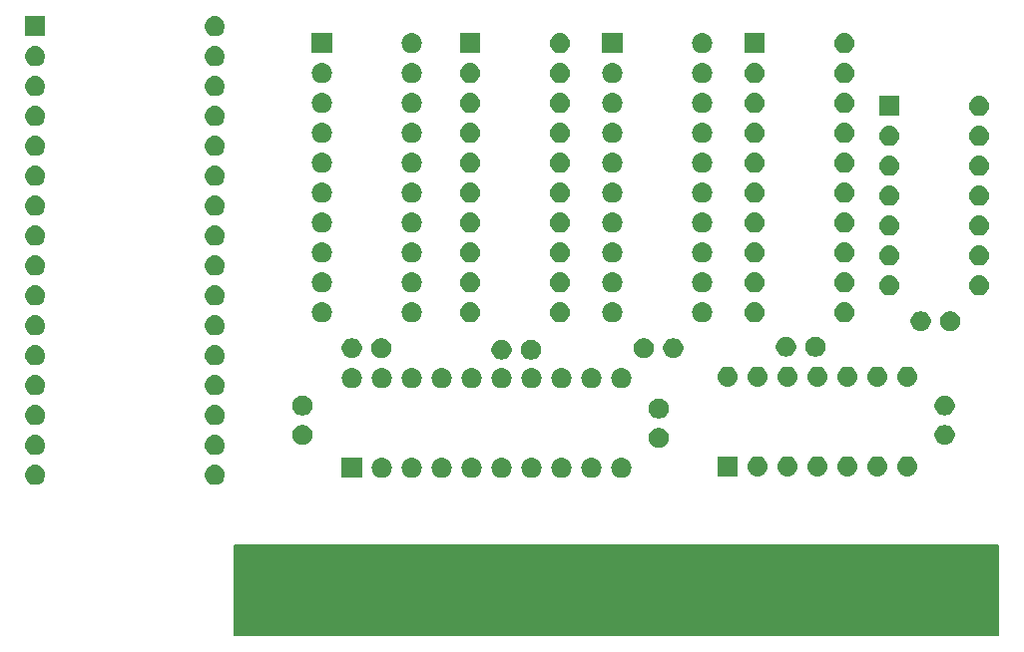
<source format=gbr>
G04 #@! TF.GenerationSoftware,KiCad,Pcbnew,(5.0.1-3-g963ef8bb5)*
G04 #@! TF.CreationDate,2019-04-25T11:14:13-04:00*
G04 #@! TF.ProjectId,ProDOS ROM-Drive 2.5,50726F444F5320524F4D2D4472697665,2.5*
G04 #@! TF.SameCoordinates,Original*
G04 #@! TF.FileFunction,Soldermask,Bot*
G04 #@! TF.FilePolarity,Negative*
%FSLAX46Y46*%
G04 Gerber Fmt 4.6, Leading zero omitted, Abs format (unit mm)*
G04 Created by KiCad (PCBNEW (5.0.1-3-g963ef8bb5)) date Thursday, April 25, 2019 at 11:14:13 am*
%MOMM*%
%LPD*%
G01*
G04 APERTURE LIST*
%ADD10C,0.150000*%
%ADD11C,0.100000*%
G04 APERTURE END LIST*
D10*
G04 #@! TO.C,J1*
G36*
X118607840Y-76776580D02*
X118607840Y-69156580D01*
X53837840Y-69156580D01*
X53837840Y-76776580D01*
X118607840Y-76776580D01*
G37*
X118607840Y-76776580D02*
X118607840Y-69156580D01*
X53837840Y-69156580D01*
X53837840Y-76776580D01*
X118607840Y-76776580D01*
D11*
G36*
X117162943Y-69111563D02*
X117215455Y-69127492D01*
X117263842Y-69153355D01*
X117306256Y-69188164D01*
X117341065Y-69230578D01*
X117366928Y-69278965D01*
X117382857Y-69331477D01*
X117388840Y-69392221D01*
X117388840Y-76540939D01*
X117382857Y-76601683D01*
X117366928Y-76654195D01*
X117341065Y-76702582D01*
X117306256Y-76744996D01*
X117263842Y-76779805D01*
X117215455Y-76805668D01*
X117162943Y-76821597D01*
X117102199Y-76827580D01*
X116303481Y-76827580D01*
X116242737Y-76821597D01*
X116190225Y-76805668D01*
X116141838Y-76779805D01*
X116099424Y-76744996D01*
X116064615Y-76702582D01*
X116038752Y-76654195D01*
X116022823Y-76601683D01*
X116016840Y-76540939D01*
X116016840Y-69392221D01*
X116022823Y-69331477D01*
X116038752Y-69278965D01*
X116064615Y-69230578D01*
X116099424Y-69188164D01*
X116141838Y-69153355D01*
X116190225Y-69127492D01*
X116242737Y-69111563D01*
X116303481Y-69105580D01*
X117102199Y-69105580D01*
X117162943Y-69111563D01*
X117162943Y-69111563D01*
G37*
G36*
X114622943Y-69111563D02*
X114675455Y-69127492D01*
X114723842Y-69153355D01*
X114766256Y-69188164D01*
X114801065Y-69230578D01*
X114826928Y-69278965D01*
X114842857Y-69331477D01*
X114848840Y-69392221D01*
X114848840Y-76540939D01*
X114842857Y-76601683D01*
X114826928Y-76654195D01*
X114801065Y-76702582D01*
X114766256Y-76744996D01*
X114723842Y-76779805D01*
X114675455Y-76805668D01*
X114622943Y-76821597D01*
X114562199Y-76827580D01*
X113763481Y-76827580D01*
X113702737Y-76821597D01*
X113650225Y-76805668D01*
X113601838Y-76779805D01*
X113559424Y-76744996D01*
X113524615Y-76702582D01*
X113498752Y-76654195D01*
X113482823Y-76601683D01*
X113476840Y-76540939D01*
X113476840Y-69392221D01*
X113482823Y-69331477D01*
X113498752Y-69278965D01*
X113524615Y-69230578D01*
X113559424Y-69188164D01*
X113601838Y-69153355D01*
X113650225Y-69127492D01*
X113702737Y-69111563D01*
X113763481Y-69105580D01*
X114562199Y-69105580D01*
X114622943Y-69111563D01*
X114622943Y-69111563D01*
G37*
G36*
X112082943Y-69111563D02*
X112135455Y-69127492D01*
X112183842Y-69153355D01*
X112226256Y-69188164D01*
X112261065Y-69230578D01*
X112286928Y-69278965D01*
X112302857Y-69331477D01*
X112308840Y-69392221D01*
X112308840Y-76540939D01*
X112302857Y-76601683D01*
X112286928Y-76654195D01*
X112261065Y-76702582D01*
X112226256Y-76744996D01*
X112183842Y-76779805D01*
X112135455Y-76805668D01*
X112082943Y-76821597D01*
X112022199Y-76827580D01*
X111223481Y-76827580D01*
X111162737Y-76821597D01*
X111110225Y-76805668D01*
X111061838Y-76779805D01*
X111019424Y-76744996D01*
X110984615Y-76702582D01*
X110958752Y-76654195D01*
X110942823Y-76601683D01*
X110936840Y-76540939D01*
X110936840Y-69392221D01*
X110942823Y-69331477D01*
X110958752Y-69278965D01*
X110984615Y-69230578D01*
X111019424Y-69188164D01*
X111061838Y-69153355D01*
X111110225Y-69127492D01*
X111162737Y-69111563D01*
X111223481Y-69105580D01*
X112022199Y-69105580D01*
X112082943Y-69111563D01*
X112082943Y-69111563D01*
G37*
G36*
X109542943Y-69111563D02*
X109595455Y-69127492D01*
X109643842Y-69153355D01*
X109686256Y-69188164D01*
X109721065Y-69230578D01*
X109746928Y-69278965D01*
X109762857Y-69331477D01*
X109768840Y-69392221D01*
X109768840Y-76540939D01*
X109762857Y-76601683D01*
X109746928Y-76654195D01*
X109721065Y-76702582D01*
X109686256Y-76744996D01*
X109643842Y-76779805D01*
X109595455Y-76805668D01*
X109542943Y-76821597D01*
X109482199Y-76827580D01*
X108683481Y-76827580D01*
X108622737Y-76821597D01*
X108570225Y-76805668D01*
X108521838Y-76779805D01*
X108479424Y-76744996D01*
X108444615Y-76702582D01*
X108418752Y-76654195D01*
X108402823Y-76601683D01*
X108396840Y-76540939D01*
X108396840Y-69392221D01*
X108402823Y-69331477D01*
X108418752Y-69278965D01*
X108444615Y-69230578D01*
X108479424Y-69188164D01*
X108521838Y-69153355D01*
X108570225Y-69127492D01*
X108622737Y-69111563D01*
X108683481Y-69105580D01*
X109482199Y-69105580D01*
X109542943Y-69111563D01*
X109542943Y-69111563D01*
G37*
G36*
X107002943Y-69111563D02*
X107055455Y-69127492D01*
X107103842Y-69153355D01*
X107146256Y-69188164D01*
X107181065Y-69230578D01*
X107206928Y-69278965D01*
X107222857Y-69331477D01*
X107228840Y-69392221D01*
X107228840Y-76540939D01*
X107222857Y-76601683D01*
X107206928Y-76654195D01*
X107181065Y-76702582D01*
X107146256Y-76744996D01*
X107103842Y-76779805D01*
X107055455Y-76805668D01*
X107002943Y-76821597D01*
X106942199Y-76827580D01*
X106143481Y-76827580D01*
X106082737Y-76821597D01*
X106030225Y-76805668D01*
X105981838Y-76779805D01*
X105939424Y-76744996D01*
X105904615Y-76702582D01*
X105878752Y-76654195D01*
X105862823Y-76601683D01*
X105856840Y-76540939D01*
X105856840Y-69392221D01*
X105862823Y-69331477D01*
X105878752Y-69278965D01*
X105904615Y-69230578D01*
X105939424Y-69188164D01*
X105981838Y-69153355D01*
X106030225Y-69127492D01*
X106082737Y-69111563D01*
X106143481Y-69105580D01*
X106942199Y-69105580D01*
X107002943Y-69111563D01*
X107002943Y-69111563D01*
G37*
G36*
X104462943Y-69111563D02*
X104515455Y-69127492D01*
X104563842Y-69153355D01*
X104606256Y-69188164D01*
X104641065Y-69230578D01*
X104666928Y-69278965D01*
X104682857Y-69331477D01*
X104688840Y-69392221D01*
X104688840Y-76540939D01*
X104682857Y-76601683D01*
X104666928Y-76654195D01*
X104641065Y-76702582D01*
X104606256Y-76744996D01*
X104563842Y-76779805D01*
X104515455Y-76805668D01*
X104462943Y-76821597D01*
X104402199Y-76827580D01*
X103603481Y-76827580D01*
X103542737Y-76821597D01*
X103490225Y-76805668D01*
X103441838Y-76779805D01*
X103399424Y-76744996D01*
X103364615Y-76702582D01*
X103338752Y-76654195D01*
X103322823Y-76601683D01*
X103316840Y-76540939D01*
X103316840Y-69392221D01*
X103322823Y-69331477D01*
X103338752Y-69278965D01*
X103364615Y-69230578D01*
X103399424Y-69188164D01*
X103441838Y-69153355D01*
X103490225Y-69127492D01*
X103542737Y-69111563D01*
X103603481Y-69105580D01*
X104402199Y-69105580D01*
X104462943Y-69111563D01*
X104462943Y-69111563D01*
G37*
G36*
X101922943Y-69111563D02*
X101975455Y-69127492D01*
X102023842Y-69153355D01*
X102066256Y-69188164D01*
X102101065Y-69230578D01*
X102126928Y-69278965D01*
X102142857Y-69331477D01*
X102148840Y-69392221D01*
X102148840Y-76540939D01*
X102142857Y-76601683D01*
X102126928Y-76654195D01*
X102101065Y-76702582D01*
X102066256Y-76744996D01*
X102023842Y-76779805D01*
X101975455Y-76805668D01*
X101922943Y-76821597D01*
X101862199Y-76827580D01*
X101063481Y-76827580D01*
X101002737Y-76821597D01*
X100950225Y-76805668D01*
X100901838Y-76779805D01*
X100859424Y-76744996D01*
X100824615Y-76702582D01*
X100798752Y-76654195D01*
X100782823Y-76601683D01*
X100776840Y-76540939D01*
X100776840Y-69392221D01*
X100782823Y-69331477D01*
X100798752Y-69278965D01*
X100824615Y-69230578D01*
X100859424Y-69188164D01*
X100901838Y-69153355D01*
X100950225Y-69127492D01*
X101002737Y-69111563D01*
X101063481Y-69105580D01*
X101862199Y-69105580D01*
X101922943Y-69111563D01*
X101922943Y-69111563D01*
G37*
G36*
X99382943Y-69111563D02*
X99435455Y-69127492D01*
X99483842Y-69153355D01*
X99526256Y-69188164D01*
X99561065Y-69230578D01*
X99586928Y-69278965D01*
X99602857Y-69331477D01*
X99608840Y-69392221D01*
X99608840Y-76540939D01*
X99602857Y-76601683D01*
X99586928Y-76654195D01*
X99561065Y-76702582D01*
X99526256Y-76744996D01*
X99483842Y-76779805D01*
X99435455Y-76805668D01*
X99382943Y-76821597D01*
X99322199Y-76827580D01*
X98523481Y-76827580D01*
X98462737Y-76821597D01*
X98410225Y-76805668D01*
X98361838Y-76779805D01*
X98319424Y-76744996D01*
X98284615Y-76702582D01*
X98258752Y-76654195D01*
X98242823Y-76601683D01*
X98236840Y-76540939D01*
X98236840Y-69392221D01*
X98242823Y-69331477D01*
X98258752Y-69278965D01*
X98284615Y-69230578D01*
X98319424Y-69188164D01*
X98361838Y-69153355D01*
X98410225Y-69127492D01*
X98462737Y-69111563D01*
X98523481Y-69105580D01*
X99322199Y-69105580D01*
X99382943Y-69111563D01*
X99382943Y-69111563D01*
G37*
G36*
X96842943Y-69111563D02*
X96895455Y-69127492D01*
X96943842Y-69153355D01*
X96986256Y-69188164D01*
X97021065Y-69230578D01*
X97046928Y-69278965D01*
X97062857Y-69331477D01*
X97068840Y-69392221D01*
X97068840Y-76540939D01*
X97062857Y-76601683D01*
X97046928Y-76654195D01*
X97021065Y-76702582D01*
X96986256Y-76744996D01*
X96943842Y-76779805D01*
X96895455Y-76805668D01*
X96842943Y-76821597D01*
X96782199Y-76827580D01*
X95983481Y-76827580D01*
X95922737Y-76821597D01*
X95870225Y-76805668D01*
X95821838Y-76779805D01*
X95779424Y-76744996D01*
X95744615Y-76702582D01*
X95718752Y-76654195D01*
X95702823Y-76601683D01*
X95696840Y-76540939D01*
X95696840Y-69392221D01*
X95702823Y-69331477D01*
X95718752Y-69278965D01*
X95744615Y-69230578D01*
X95779424Y-69188164D01*
X95821838Y-69153355D01*
X95870225Y-69127492D01*
X95922737Y-69111563D01*
X95983481Y-69105580D01*
X96782199Y-69105580D01*
X96842943Y-69111563D01*
X96842943Y-69111563D01*
G37*
G36*
X94302943Y-69111563D02*
X94355455Y-69127492D01*
X94403842Y-69153355D01*
X94446256Y-69188164D01*
X94481065Y-69230578D01*
X94506928Y-69278965D01*
X94522857Y-69331477D01*
X94528840Y-69392221D01*
X94528840Y-76540939D01*
X94522857Y-76601683D01*
X94506928Y-76654195D01*
X94481065Y-76702582D01*
X94446256Y-76744996D01*
X94403842Y-76779805D01*
X94355455Y-76805668D01*
X94302943Y-76821597D01*
X94242199Y-76827580D01*
X93443481Y-76827580D01*
X93382737Y-76821597D01*
X93330225Y-76805668D01*
X93281838Y-76779805D01*
X93239424Y-76744996D01*
X93204615Y-76702582D01*
X93178752Y-76654195D01*
X93162823Y-76601683D01*
X93156840Y-76540939D01*
X93156840Y-69392221D01*
X93162823Y-69331477D01*
X93178752Y-69278965D01*
X93204615Y-69230578D01*
X93239424Y-69188164D01*
X93281838Y-69153355D01*
X93330225Y-69127492D01*
X93382737Y-69111563D01*
X93443481Y-69105580D01*
X94242199Y-69105580D01*
X94302943Y-69111563D01*
X94302943Y-69111563D01*
G37*
G36*
X91762943Y-69111563D02*
X91815455Y-69127492D01*
X91863842Y-69153355D01*
X91906256Y-69188164D01*
X91941065Y-69230578D01*
X91966928Y-69278965D01*
X91982857Y-69331477D01*
X91988840Y-69392221D01*
X91988840Y-76540939D01*
X91982857Y-76601683D01*
X91966928Y-76654195D01*
X91941065Y-76702582D01*
X91906256Y-76744996D01*
X91863842Y-76779805D01*
X91815455Y-76805668D01*
X91762943Y-76821597D01*
X91702199Y-76827580D01*
X90903481Y-76827580D01*
X90842737Y-76821597D01*
X90790225Y-76805668D01*
X90741838Y-76779805D01*
X90699424Y-76744996D01*
X90664615Y-76702582D01*
X90638752Y-76654195D01*
X90622823Y-76601683D01*
X90616840Y-76540939D01*
X90616840Y-69392221D01*
X90622823Y-69331477D01*
X90638752Y-69278965D01*
X90664615Y-69230578D01*
X90699424Y-69188164D01*
X90741838Y-69153355D01*
X90790225Y-69127492D01*
X90842737Y-69111563D01*
X90903481Y-69105580D01*
X91702199Y-69105580D01*
X91762943Y-69111563D01*
X91762943Y-69111563D01*
G37*
G36*
X89222943Y-69111563D02*
X89275455Y-69127492D01*
X89323842Y-69153355D01*
X89366256Y-69188164D01*
X89401065Y-69230578D01*
X89426928Y-69278965D01*
X89442857Y-69331477D01*
X89448840Y-69392221D01*
X89448840Y-76540939D01*
X89442857Y-76601683D01*
X89426928Y-76654195D01*
X89401065Y-76702582D01*
X89366256Y-76744996D01*
X89323842Y-76779805D01*
X89275455Y-76805668D01*
X89222943Y-76821597D01*
X89162199Y-76827580D01*
X88363481Y-76827580D01*
X88302737Y-76821597D01*
X88250225Y-76805668D01*
X88201838Y-76779805D01*
X88159424Y-76744996D01*
X88124615Y-76702582D01*
X88098752Y-76654195D01*
X88082823Y-76601683D01*
X88076840Y-76540939D01*
X88076840Y-69392221D01*
X88082823Y-69331477D01*
X88098752Y-69278965D01*
X88124615Y-69230578D01*
X88159424Y-69188164D01*
X88201838Y-69153355D01*
X88250225Y-69127492D01*
X88302737Y-69111563D01*
X88363481Y-69105580D01*
X89162199Y-69105580D01*
X89222943Y-69111563D01*
X89222943Y-69111563D01*
G37*
G36*
X86682943Y-69111563D02*
X86735455Y-69127492D01*
X86783842Y-69153355D01*
X86826256Y-69188164D01*
X86861065Y-69230578D01*
X86886928Y-69278965D01*
X86902857Y-69331477D01*
X86908840Y-69392221D01*
X86908840Y-76540939D01*
X86902857Y-76601683D01*
X86886928Y-76654195D01*
X86861065Y-76702582D01*
X86826256Y-76744996D01*
X86783842Y-76779805D01*
X86735455Y-76805668D01*
X86682943Y-76821597D01*
X86622199Y-76827580D01*
X85823481Y-76827580D01*
X85762737Y-76821597D01*
X85710225Y-76805668D01*
X85661838Y-76779805D01*
X85619424Y-76744996D01*
X85584615Y-76702582D01*
X85558752Y-76654195D01*
X85542823Y-76601683D01*
X85536840Y-76540939D01*
X85536840Y-69392221D01*
X85542823Y-69331477D01*
X85558752Y-69278965D01*
X85584615Y-69230578D01*
X85619424Y-69188164D01*
X85661838Y-69153355D01*
X85710225Y-69127492D01*
X85762737Y-69111563D01*
X85823481Y-69105580D01*
X86622199Y-69105580D01*
X86682943Y-69111563D01*
X86682943Y-69111563D01*
G37*
G36*
X84142943Y-69111563D02*
X84195455Y-69127492D01*
X84243842Y-69153355D01*
X84286256Y-69188164D01*
X84321065Y-69230578D01*
X84346928Y-69278965D01*
X84362857Y-69331477D01*
X84368840Y-69392221D01*
X84368840Y-76540939D01*
X84362857Y-76601683D01*
X84346928Y-76654195D01*
X84321065Y-76702582D01*
X84286256Y-76744996D01*
X84243842Y-76779805D01*
X84195455Y-76805668D01*
X84142943Y-76821597D01*
X84082199Y-76827580D01*
X83283481Y-76827580D01*
X83222737Y-76821597D01*
X83170225Y-76805668D01*
X83121838Y-76779805D01*
X83079424Y-76744996D01*
X83044615Y-76702582D01*
X83018752Y-76654195D01*
X83002823Y-76601683D01*
X82996840Y-76540939D01*
X82996840Y-69392221D01*
X83002823Y-69331477D01*
X83018752Y-69278965D01*
X83044615Y-69230578D01*
X83079424Y-69188164D01*
X83121838Y-69153355D01*
X83170225Y-69127492D01*
X83222737Y-69111563D01*
X83283481Y-69105580D01*
X84082199Y-69105580D01*
X84142943Y-69111563D01*
X84142943Y-69111563D01*
G37*
G36*
X81602943Y-69111563D02*
X81655455Y-69127492D01*
X81703842Y-69153355D01*
X81746256Y-69188164D01*
X81781065Y-69230578D01*
X81806928Y-69278965D01*
X81822857Y-69331477D01*
X81828840Y-69392221D01*
X81828840Y-76540939D01*
X81822857Y-76601683D01*
X81806928Y-76654195D01*
X81781065Y-76702582D01*
X81746256Y-76744996D01*
X81703842Y-76779805D01*
X81655455Y-76805668D01*
X81602943Y-76821597D01*
X81542199Y-76827580D01*
X80743481Y-76827580D01*
X80682737Y-76821597D01*
X80630225Y-76805668D01*
X80581838Y-76779805D01*
X80539424Y-76744996D01*
X80504615Y-76702582D01*
X80478752Y-76654195D01*
X80462823Y-76601683D01*
X80456840Y-76540939D01*
X80456840Y-69392221D01*
X80462823Y-69331477D01*
X80478752Y-69278965D01*
X80504615Y-69230578D01*
X80539424Y-69188164D01*
X80581838Y-69153355D01*
X80630225Y-69127492D01*
X80682737Y-69111563D01*
X80743481Y-69105580D01*
X81542199Y-69105580D01*
X81602943Y-69111563D01*
X81602943Y-69111563D01*
G37*
G36*
X79062943Y-69111563D02*
X79115455Y-69127492D01*
X79163842Y-69153355D01*
X79206256Y-69188164D01*
X79241065Y-69230578D01*
X79266928Y-69278965D01*
X79282857Y-69331477D01*
X79288840Y-69392221D01*
X79288840Y-76540939D01*
X79282857Y-76601683D01*
X79266928Y-76654195D01*
X79241065Y-76702582D01*
X79206256Y-76744996D01*
X79163842Y-76779805D01*
X79115455Y-76805668D01*
X79062943Y-76821597D01*
X79002199Y-76827580D01*
X78203481Y-76827580D01*
X78142737Y-76821597D01*
X78090225Y-76805668D01*
X78041838Y-76779805D01*
X77999424Y-76744996D01*
X77964615Y-76702582D01*
X77938752Y-76654195D01*
X77922823Y-76601683D01*
X77916840Y-76540939D01*
X77916840Y-69392221D01*
X77922823Y-69331477D01*
X77938752Y-69278965D01*
X77964615Y-69230578D01*
X77999424Y-69188164D01*
X78041838Y-69153355D01*
X78090225Y-69127492D01*
X78142737Y-69111563D01*
X78203481Y-69105580D01*
X79002199Y-69105580D01*
X79062943Y-69111563D01*
X79062943Y-69111563D01*
G37*
G36*
X76522943Y-69111563D02*
X76575455Y-69127492D01*
X76623842Y-69153355D01*
X76666256Y-69188164D01*
X76701065Y-69230578D01*
X76726928Y-69278965D01*
X76742857Y-69331477D01*
X76748840Y-69392221D01*
X76748840Y-76540939D01*
X76742857Y-76601683D01*
X76726928Y-76654195D01*
X76701065Y-76702582D01*
X76666256Y-76744996D01*
X76623842Y-76779805D01*
X76575455Y-76805668D01*
X76522943Y-76821597D01*
X76462199Y-76827580D01*
X75663481Y-76827580D01*
X75602737Y-76821597D01*
X75550225Y-76805668D01*
X75501838Y-76779805D01*
X75459424Y-76744996D01*
X75424615Y-76702582D01*
X75398752Y-76654195D01*
X75382823Y-76601683D01*
X75376840Y-76540939D01*
X75376840Y-69392221D01*
X75382823Y-69331477D01*
X75398752Y-69278965D01*
X75424615Y-69230578D01*
X75459424Y-69188164D01*
X75501838Y-69153355D01*
X75550225Y-69127492D01*
X75602737Y-69111563D01*
X75663481Y-69105580D01*
X76462199Y-69105580D01*
X76522943Y-69111563D01*
X76522943Y-69111563D01*
G37*
G36*
X73982943Y-69111563D02*
X74035455Y-69127492D01*
X74083842Y-69153355D01*
X74126256Y-69188164D01*
X74161065Y-69230578D01*
X74186928Y-69278965D01*
X74202857Y-69331477D01*
X74208840Y-69392221D01*
X74208840Y-76540939D01*
X74202857Y-76601683D01*
X74186928Y-76654195D01*
X74161065Y-76702582D01*
X74126256Y-76744996D01*
X74083842Y-76779805D01*
X74035455Y-76805668D01*
X73982943Y-76821597D01*
X73922199Y-76827580D01*
X73123481Y-76827580D01*
X73062737Y-76821597D01*
X73010225Y-76805668D01*
X72961838Y-76779805D01*
X72919424Y-76744996D01*
X72884615Y-76702582D01*
X72858752Y-76654195D01*
X72842823Y-76601683D01*
X72836840Y-76540939D01*
X72836840Y-69392221D01*
X72842823Y-69331477D01*
X72858752Y-69278965D01*
X72884615Y-69230578D01*
X72919424Y-69188164D01*
X72961838Y-69153355D01*
X73010225Y-69127492D01*
X73062737Y-69111563D01*
X73123481Y-69105580D01*
X73922199Y-69105580D01*
X73982943Y-69111563D01*
X73982943Y-69111563D01*
G37*
G36*
X71442943Y-69111563D02*
X71495455Y-69127492D01*
X71543842Y-69153355D01*
X71586256Y-69188164D01*
X71621065Y-69230578D01*
X71646928Y-69278965D01*
X71662857Y-69331477D01*
X71668840Y-69392221D01*
X71668840Y-76540939D01*
X71662857Y-76601683D01*
X71646928Y-76654195D01*
X71621065Y-76702582D01*
X71586256Y-76744996D01*
X71543842Y-76779805D01*
X71495455Y-76805668D01*
X71442943Y-76821597D01*
X71382199Y-76827580D01*
X70583481Y-76827580D01*
X70522737Y-76821597D01*
X70470225Y-76805668D01*
X70421838Y-76779805D01*
X70379424Y-76744996D01*
X70344615Y-76702582D01*
X70318752Y-76654195D01*
X70302823Y-76601683D01*
X70296840Y-76540939D01*
X70296840Y-69392221D01*
X70302823Y-69331477D01*
X70318752Y-69278965D01*
X70344615Y-69230578D01*
X70379424Y-69188164D01*
X70421838Y-69153355D01*
X70470225Y-69127492D01*
X70522737Y-69111563D01*
X70583481Y-69105580D01*
X71382199Y-69105580D01*
X71442943Y-69111563D01*
X71442943Y-69111563D01*
G37*
G36*
X68902943Y-69111563D02*
X68955455Y-69127492D01*
X69003842Y-69153355D01*
X69046256Y-69188164D01*
X69081065Y-69230578D01*
X69106928Y-69278965D01*
X69122857Y-69331477D01*
X69128840Y-69392221D01*
X69128840Y-76540939D01*
X69122857Y-76601683D01*
X69106928Y-76654195D01*
X69081065Y-76702582D01*
X69046256Y-76744996D01*
X69003842Y-76779805D01*
X68955455Y-76805668D01*
X68902943Y-76821597D01*
X68842199Y-76827580D01*
X68043481Y-76827580D01*
X67982737Y-76821597D01*
X67930225Y-76805668D01*
X67881838Y-76779805D01*
X67839424Y-76744996D01*
X67804615Y-76702582D01*
X67778752Y-76654195D01*
X67762823Y-76601683D01*
X67756840Y-76540939D01*
X67756840Y-69392221D01*
X67762823Y-69331477D01*
X67778752Y-69278965D01*
X67804615Y-69230578D01*
X67839424Y-69188164D01*
X67881838Y-69153355D01*
X67930225Y-69127492D01*
X67982737Y-69111563D01*
X68043481Y-69105580D01*
X68842199Y-69105580D01*
X68902943Y-69111563D01*
X68902943Y-69111563D01*
G37*
G36*
X66362943Y-69111563D02*
X66415455Y-69127492D01*
X66463842Y-69153355D01*
X66506256Y-69188164D01*
X66541065Y-69230578D01*
X66566928Y-69278965D01*
X66582857Y-69331477D01*
X66588840Y-69392221D01*
X66588840Y-76540939D01*
X66582857Y-76601683D01*
X66566928Y-76654195D01*
X66541065Y-76702582D01*
X66506256Y-76744996D01*
X66463842Y-76779805D01*
X66415455Y-76805668D01*
X66362943Y-76821597D01*
X66302199Y-76827580D01*
X65503481Y-76827580D01*
X65442737Y-76821597D01*
X65390225Y-76805668D01*
X65341838Y-76779805D01*
X65299424Y-76744996D01*
X65264615Y-76702582D01*
X65238752Y-76654195D01*
X65222823Y-76601683D01*
X65216840Y-76540939D01*
X65216840Y-69392221D01*
X65222823Y-69331477D01*
X65238752Y-69278965D01*
X65264615Y-69230578D01*
X65299424Y-69188164D01*
X65341838Y-69153355D01*
X65390225Y-69127492D01*
X65442737Y-69111563D01*
X65503481Y-69105580D01*
X66302199Y-69105580D01*
X66362943Y-69111563D01*
X66362943Y-69111563D01*
G37*
G36*
X63822943Y-69111563D02*
X63875455Y-69127492D01*
X63923842Y-69153355D01*
X63966256Y-69188164D01*
X64001065Y-69230578D01*
X64026928Y-69278965D01*
X64042857Y-69331477D01*
X64048840Y-69392221D01*
X64048840Y-76540939D01*
X64042857Y-76601683D01*
X64026928Y-76654195D01*
X64001065Y-76702582D01*
X63966256Y-76744996D01*
X63923842Y-76779805D01*
X63875455Y-76805668D01*
X63822943Y-76821597D01*
X63762199Y-76827580D01*
X62963481Y-76827580D01*
X62902737Y-76821597D01*
X62850225Y-76805668D01*
X62801838Y-76779805D01*
X62759424Y-76744996D01*
X62724615Y-76702582D01*
X62698752Y-76654195D01*
X62682823Y-76601683D01*
X62676840Y-76540939D01*
X62676840Y-69392221D01*
X62682823Y-69331477D01*
X62698752Y-69278965D01*
X62724615Y-69230578D01*
X62759424Y-69188164D01*
X62801838Y-69153355D01*
X62850225Y-69127492D01*
X62902737Y-69111563D01*
X62963481Y-69105580D01*
X63762199Y-69105580D01*
X63822943Y-69111563D01*
X63822943Y-69111563D01*
G37*
G36*
X61282943Y-69111563D02*
X61335455Y-69127492D01*
X61383842Y-69153355D01*
X61426256Y-69188164D01*
X61461065Y-69230578D01*
X61486928Y-69278965D01*
X61502857Y-69331477D01*
X61508840Y-69392221D01*
X61508840Y-76540939D01*
X61502857Y-76601683D01*
X61486928Y-76654195D01*
X61461065Y-76702582D01*
X61426256Y-76744996D01*
X61383842Y-76779805D01*
X61335455Y-76805668D01*
X61282943Y-76821597D01*
X61222199Y-76827580D01*
X60423481Y-76827580D01*
X60362737Y-76821597D01*
X60310225Y-76805668D01*
X60261838Y-76779805D01*
X60219424Y-76744996D01*
X60184615Y-76702582D01*
X60158752Y-76654195D01*
X60142823Y-76601683D01*
X60136840Y-76540939D01*
X60136840Y-69392221D01*
X60142823Y-69331477D01*
X60158752Y-69278965D01*
X60184615Y-69230578D01*
X60219424Y-69188164D01*
X60261838Y-69153355D01*
X60310225Y-69127492D01*
X60362737Y-69111563D01*
X60423481Y-69105580D01*
X61222199Y-69105580D01*
X61282943Y-69111563D01*
X61282943Y-69111563D01*
G37*
G36*
X58742943Y-69111563D02*
X58795455Y-69127492D01*
X58843842Y-69153355D01*
X58886256Y-69188164D01*
X58921065Y-69230578D01*
X58946928Y-69278965D01*
X58962857Y-69331477D01*
X58968840Y-69392221D01*
X58968840Y-76540939D01*
X58962857Y-76601683D01*
X58946928Y-76654195D01*
X58921065Y-76702582D01*
X58886256Y-76744996D01*
X58843842Y-76779805D01*
X58795455Y-76805668D01*
X58742943Y-76821597D01*
X58682199Y-76827580D01*
X57883481Y-76827580D01*
X57822737Y-76821597D01*
X57770225Y-76805668D01*
X57721838Y-76779805D01*
X57679424Y-76744996D01*
X57644615Y-76702582D01*
X57618752Y-76654195D01*
X57602823Y-76601683D01*
X57596840Y-76540939D01*
X57596840Y-69392221D01*
X57602823Y-69331477D01*
X57618752Y-69278965D01*
X57644615Y-69230578D01*
X57679424Y-69188164D01*
X57721838Y-69153355D01*
X57770225Y-69127492D01*
X57822737Y-69111563D01*
X57883481Y-69105580D01*
X58682199Y-69105580D01*
X58742943Y-69111563D01*
X58742943Y-69111563D01*
G37*
G36*
X56202943Y-69111563D02*
X56255455Y-69127492D01*
X56303842Y-69153355D01*
X56346256Y-69188164D01*
X56381065Y-69230578D01*
X56406928Y-69278965D01*
X56422857Y-69331477D01*
X56428840Y-69392221D01*
X56428840Y-76540939D01*
X56422857Y-76601683D01*
X56406928Y-76654195D01*
X56381065Y-76702582D01*
X56346256Y-76744996D01*
X56303842Y-76779805D01*
X56255455Y-76805668D01*
X56202943Y-76821597D01*
X56142199Y-76827580D01*
X55343481Y-76827580D01*
X55282737Y-76821597D01*
X55230225Y-76805668D01*
X55181838Y-76779805D01*
X55139424Y-76744996D01*
X55104615Y-76702582D01*
X55078752Y-76654195D01*
X55062823Y-76601683D01*
X55056840Y-76540939D01*
X55056840Y-69392221D01*
X55062823Y-69331477D01*
X55078752Y-69278965D01*
X55104615Y-69230578D01*
X55139424Y-69188164D01*
X55181838Y-69153355D01*
X55230225Y-69127492D01*
X55282737Y-69111563D01*
X55343481Y-69105580D01*
X56142199Y-69105580D01*
X56202943Y-69111563D01*
X56202943Y-69111563D01*
G37*
G36*
X37040001Y-62318413D02*
X37040004Y-62318414D01*
X37040005Y-62318414D01*
X37200419Y-62367075D01*
X37200421Y-62367076D01*
X37200424Y-62367077D01*
X37348258Y-62446095D01*
X37477839Y-62552441D01*
X37584185Y-62682022D01*
X37663203Y-62829856D01*
X37663204Y-62829859D01*
X37663205Y-62829861D01*
X37678361Y-62879824D01*
X37711867Y-62990279D01*
X37728297Y-63157100D01*
X37711867Y-63323921D01*
X37663203Y-63484344D01*
X37584185Y-63632178D01*
X37477839Y-63761759D01*
X37348258Y-63868105D01*
X37200424Y-63947123D01*
X37200421Y-63947124D01*
X37200419Y-63947125D01*
X37040005Y-63995786D01*
X37040004Y-63995786D01*
X37040001Y-63995787D01*
X36914984Y-64008100D01*
X36831376Y-64008100D01*
X36706359Y-63995787D01*
X36706356Y-63995786D01*
X36706355Y-63995786D01*
X36545941Y-63947125D01*
X36545939Y-63947124D01*
X36545936Y-63947123D01*
X36398102Y-63868105D01*
X36268521Y-63761759D01*
X36162175Y-63632178D01*
X36083157Y-63484344D01*
X36034493Y-63323921D01*
X36018063Y-63157100D01*
X36034493Y-62990279D01*
X36067999Y-62879824D01*
X36083155Y-62829861D01*
X36083156Y-62829859D01*
X36083157Y-62829856D01*
X36162175Y-62682022D01*
X36268521Y-62552441D01*
X36398102Y-62446095D01*
X36545936Y-62367077D01*
X36545939Y-62367076D01*
X36545941Y-62367075D01*
X36706355Y-62318414D01*
X36706356Y-62318414D01*
X36706359Y-62318413D01*
X36831376Y-62306100D01*
X36914984Y-62306100D01*
X37040001Y-62318413D01*
X37040001Y-62318413D01*
G37*
G36*
X52280001Y-62318413D02*
X52280004Y-62318414D01*
X52280005Y-62318414D01*
X52440419Y-62367075D01*
X52440421Y-62367076D01*
X52440424Y-62367077D01*
X52588258Y-62446095D01*
X52717839Y-62552441D01*
X52824185Y-62682022D01*
X52903203Y-62829856D01*
X52903204Y-62829859D01*
X52903205Y-62829861D01*
X52918361Y-62879824D01*
X52951867Y-62990279D01*
X52968297Y-63157100D01*
X52951867Y-63323921D01*
X52903203Y-63484344D01*
X52824185Y-63632178D01*
X52717839Y-63761759D01*
X52588258Y-63868105D01*
X52440424Y-63947123D01*
X52440421Y-63947124D01*
X52440419Y-63947125D01*
X52280005Y-63995786D01*
X52280004Y-63995786D01*
X52280001Y-63995787D01*
X52154984Y-64008100D01*
X52071376Y-64008100D01*
X51946359Y-63995787D01*
X51946356Y-63995786D01*
X51946355Y-63995786D01*
X51785941Y-63947125D01*
X51785939Y-63947124D01*
X51785936Y-63947123D01*
X51638102Y-63868105D01*
X51508521Y-63761759D01*
X51402175Y-63632178D01*
X51323157Y-63484344D01*
X51274493Y-63323921D01*
X51258063Y-63157100D01*
X51274493Y-62990279D01*
X51307999Y-62879824D01*
X51323155Y-62829861D01*
X51323156Y-62829859D01*
X51323157Y-62829856D01*
X51402175Y-62682022D01*
X51508521Y-62552441D01*
X51638102Y-62446095D01*
X51785936Y-62367077D01*
X51785939Y-62367076D01*
X51785941Y-62367075D01*
X51946355Y-62318414D01*
X51946356Y-62318414D01*
X51946359Y-62318413D01*
X52071376Y-62306100D01*
X52154984Y-62306100D01*
X52280001Y-62318413D01*
X52280001Y-62318413D01*
G37*
G36*
X86770661Y-61713893D02*
X86770664Y-61713894D01*
X86770665Y-61713894D01*
X86931079Y-61762555D01*
X86931081Y-61762556D01*
X86931084Y-61762557D01*
X87078918Y-61841575D01*
X87208499Y-61947921D01*
X87314845Y-62077502D01*
X87393863Y-62225336D01*
X87442527Y-62385759D01*
X87458957Y-62552580D01*
X87442527Y-62719401D01*
X87442526Y-62719404D01*
X87442526Y-62719405D01*
X87409020Y-62829861D01*
X87393863Y-62879824D01*
X87314845Y-63027658D01*
X87208499Y-63157239D01*
X87078918Y-63263585D01*
X86931084Y-63342603D01*
X86931081Y-63342604D01*
X86931079Y-63342605D01*
X86770665Y-63391266D01*
X86770664Y-63391266D01*
X86770661Y-63391267D01*
X86645644Y-63403580D01*
X86562036Y-63403580D01*
X86437019Y-63391267D01*
X86437016Y-63391266D01*
X86437015Y-63391266D01*
X86276601Y-63342605D01*
X86276599Y-63342604D01*
X86276596Y-63342603D01*
X86128762Y-63263585D01*
X85999181Y-63157239D01*
X85892835Y-63027658D01*
X85813817Y-62879824D01*
X85798661Y-62829861D01*
X85765154Y-62719405D01*
X85765154Y-62719404D01*
X85765153Y-62719401D01*
X85748723Y-62552580D01*
X85765153Y-62385759D01*
X85813817Y-62225336D01*
X85892835Y-62077502D01*
X85999181Y-61947921D01*
X86128762Y-61841575D01*
X86276596Y-61762557D01*
X86276599Y-61762556D01*
X86276601Y-61762555D01*
X86437015Y-61713894D01*
X86437016Y-61713894D01*
X86437019Y-61713893D01*
X86562036Y-61701580D01*
X86645644Y-61701580D01*
X86770661Y-61713893D01*
X86770661Y-61713893D01*
G37*
G36*
X84230661Y-61713893D02*
X84230664Y-61713894D01*
X84230665Y-61713894D01*
X84391079Y-61762555D01*
X84391081Y-61762556D01*
X84391084Y-61762557D01*
X84538918Y-61841575D01*
X84668499Y-61947921D01*
X84774845Y-62077502D01*
X84853863Y-62225336D01*
X84902527Y-62385759D01*
X84918957Y-62552580D01*
X84902527Y-62719401D01*
X84902526Y-62719404D01*
X84902526Y-62719405D01*
X84869020Y-62829861D01*
X84853863Y-62879824D01*
X84774845Y-63027658D01*
X84668499Y-63157239D01*
X84538918Y-63263585D01*
X84391084Y-63342603D01*
X84391081Y-63342604D01*
X84391079Y-63342605D01*
X84230665Y-63391266D01*
X84230664Y-63391266D01*
X84230661Y-63391267D01*
X84105644Y-63403580D01*
X84022036Y-63403580D01*
X83897019Y-63391267D01*
X83897016Y-63391266D01*
X83897015Y-63391266D01*
X83736601Y-63342605D01*
X83736599Y-63342604D01*
X83736596Y-63342603D01*
X83588762Y-63263585D01*
X83459181Y-63157239D01*
X83352835Y-63027658D01*
X83273817Y-62879824D01*
X83258661Y-62829861D01*
X83225154Y-62719405D01*
X83225154Y-62719404D01*
X83225153Y-62719401D01*
X83208723Y-62552580D01*
X83225153Y-62385759D01*
X83273817Y-62225336D01*
X83352835Y-62077502D01*
X83459181Y-61947921D01*
X83588762Y-61841575D01*
X83736596Y-61762557D01*
X83736599Y-61762556D01*
X83736601Y-61762555D01*
X83897015Y-61713894D01*
X83897016Y-61713894D01*
X83897019Y-61713893D01*
X84022036Y-61701580D01*
X84105644Y-61701580D01*
X84230661Y-61713893D01*
X84230661Y-61713893D01*
G37*
G36*
X81690661Y-61713893D02*
X81690664Y-61713894D01*
X81690665Y-61713894D01*
X81851079Y-61762555D01*
X81851081Y-61762556D01*
X81851084Y-61762557D01*
X81998918Y-61841575D01*
X82128499Y-61947921D01*
X82234845Y-62077502D01*
X82313863Y-62225336D01*
X82362527Y-62385759D01*
X82378957Y-62552580D01*
X82362527Y-62719401D01*
X82362526Y-62719404D01*
X82362526Y-62719405D01*
X82329020Y-62829861D01*
X82313863Y-62879824D01*
X82234845Y-63027658D01*
X82128499Y-63157239D01*
X81998918Y-63263585D01*
X81851084Y-63342603D01*
X81851081Y-63342604D01*
X81851079Y-63342605D01*
X81690665Y-63391266D01*
X81690664Y-63391266D01*
X81690661Y-63391267D01*
X81565644Y-63403580D01*
X81482036Y-63403580D01*
X81357019Y-63391267D01*
X81357016Y-63391266D01*
X81357015Y-63391266D01*
X81196601Y-63342605D01*
X81196599Y-63342604D01*
X81196596Y-63342603D01*
X81048762Y-63263585D01*
X80919181Y-63157239D01*
X80812835Y-63027658D01*
X80733817Y-62879824D01*
X80718661Y-62829861D01*
X80685154Y-62719405D01*
X80685154Y-62719404D01*
X80685153Y-62719401D01*
X80668723Y-62552580D01*
X80685153Y-62385759D01*
X80733817Y-62225336D01*
X80812835Y-62077502D01*
X80919181Y-61947921D01*
X81048762Y-61841575D01*
X81196596Y-61762557D01*
X81196599Y-61762556D01*
X81196601Y-61762555D01*
X81357015Y-61713894D01*
X81357016Y-61713894D01*
X81357019Y-61713893D01*
X81482036Y-61701580D01*
X81565644Y-61701580D01*
X81690661Y-61713893D01*
X81690661Y-61713893D01*
G37*
G36*
X79150661Y-61713893D02*
X79150664Y-61713894D01*
X79150665Y-61713894D01*
X79311079Y-61762555D01*
X79311081Y-61762556D01*
X79311084Y-61762557D01*
X79458918Y-61841575D01*
X79588499Y-61947921D01*
X79694845Y-62077502D01*
X79773863Y-62225336D01*
X79822527Y-62385759D01*
X79838957Y-62552580D01*
X79822527Y-62719401D01*
X79822526Y-62719404D01*
X79822526Y-62719405D01*
X79789020Y-62829861D01*
X79773863Y-62879824D01*
X79694845Y-63027658D01*
X79588499Y-63157239D01*
X79458918Y-63263585D01*
X79311084Y-63342603D01*
X79311081Y-63342604D01*
X79311079Y-63342605D01*
X79150665Y-63391266D01*
X79150664Y-63391266D01*
X79150661Y-63391267D01*
X79025644Y-63403580D01*
X78942036Y-63403580D01*
X78817019Y-63391267D01*
X78817016Y-63391266D01*
X78817015Y-63391266D01*
X78656601Y-63342605D01*
X78656599Y-63342604D01*
X78656596Y-63342603D01*
X78508762Y-63263585D01*
X78379181Y-63157239D01*
X78272835Y-63027658D01*
X78193817Y-62879824D01*
X78178661Y-62829861D01*
X78145154Y-62719405D01*
X78145154Y-62719404D01*
X78145153Y-62719401D01*
X78128723Y-62552580D01*
X78145153Y-62385759D01*
X78193817Y-62225336D01*
X78272835Y-62077502D01*
X78379181Y-61947921D01*
X78508762Y-61841575D01*
X78656596Y-61762557D01*
X78656599Y-61762556D01*
X78656601Y-61762555D01*
X78817015Y-61713894D01*
X78817016Y-61713894D01*
X78817019Y-61713893D01*
X78942036Y-61701580D01*
X79025644Y-61701580D01*
X79150661Y-61713893D01*
X79150661Y-61713893D01*
G37*
G36*
X76610661Y-61713893D02*
X76610664Y-61713894D01*
X76610665Y-61713894D01*
X76771079Y-61762555D01*
X76771081Y-61762556D01*
X76771084Y-61762557D01*
X76918918Y-61841575D01*
X77048499Y-61947921D01*
X77154845Y-62077502D01*
X77233863Y-62225336D01*
X77282527Y-62385759D01*
X77298957Y-62552580D01*
X77282527Y-62719401D01*
X77282526Y-62719404D01*
X77282526Y-62719405D01*
X77249020Y-62829861D01*
X77233863Y-62879824D01*
X77154845Y-63027658D01*
X77048499Y-63157239D01*
X76918918Y-63263585D01*
X76771084Y-63342603D01*
X76771081Y-63342604D01*
X76771079Y-63342605D01*
X76610665Y-63391266D01*
X76610664Y-63391266D01*
X76610661Y-63391267D01*
X76485644Y-63403580D01*
X76402036Y-63403580D01*
X76277019Y-63391267D01*
X76277016Y-63391266D01*
X76277015Y-63391266D01*
X76116601Y-63342605D01*
X76116599Y-63342604D01*
X76116596Y-63342603D01*
X75968762Y-63263585D01*
X75839181Y-63157239D01*
X75732835Y-63027658D01*
X75653817Y-62879824D01*
X75638661Y-62829861D01*
X75605154Y-62719405D01*
X75605154Y-62719404D01*
X75605153Y-62719401D01*
X75588723Y-62552580D01*
X75605153Y-62385759D01*
X75653817Y-62225336D01*
X75732835Y-62077502D01*
X75839181Y-61947921D01*
X75968762Y-61841575D01*
X76116596Y-61762557D01*
X76116599Y-61762556D01*
X76116601Y-61762555D01*
X76277015Y-61713894D01*
X76277016Y-61713894D01*
X76277019Y-61713893D01*
X76402036Y-61701580D01*
X76485644Y-61701580D01*
X76610661Y-61713893D01*
X76610661Y-61713893D01*
G37*
G36*
X74070661Y-61713893D02*
X74070664Y-61713894D01*
X74070665Y-61713894D01*
X74231079Y-61762555D01*
X74231081Y-61762556D01*
X74231084Y-61762557D01*
X74378918Y-61841575D01*
X74508499Y-61947921D01*
X74614845Y-62077502D01*
X74693863Y-62225336D01*
X74742527Y-62385759D01*
X74758957Y-62552580D01*
X74742527Y-62719401D01*
X74742526Y-62719404D01*
X74742526Y-62719405D01*
X74709020Y-62829861D01*
X74693863Y-62879824D01*
X74614845Y-63027658D01*
X74508499Y-63157239D01*
X74378918Y-63263585D01*
X74231084Y-63342603D01*
X74231081Y-63342604D01*
X74231079Y-63342605D01*
X74070665Y-63391266D01*
X74070664Y-63391266D01*
X74070661Y-63391267D01*
X73945644Y-63403580D01*
X73862036Y-63403580D01*
X73737019Y-63391267D01*
X73737016Y-63391266D01*
X73737015Y-63391266D01*
X73576601Y-63342605D01*
X73576599Y-63342604D01*
X73576596Y-63342603D01*
X73428762Y-63263585D01*
X73299181Y-63157239D01*
X73192835Y-63027658D01*
X73113817Y-62879824D01*
X73098661Y-62829861D01*
X73065154Y-62719405D01*
X73065154Y-62719404D01*
X73065153Y-62719401D01*
X73048723Y-62552580D01*
X73065153Y-62385759D01*
X73113817Y-62225336D01*
X73192835Y-62077502D01*
X73299181Y-61947921D01*
X73428762Y-61841575D01*
X73576596Y-61762557D01*
X73576599Y-61762556D01*
X73576601Y-61762555D01*
X73737015Y-61713894D01*
X73737016Y-61713894D01*
X73737019Y-61713893D01*
X73862036Y-61701580D01*
X73945644Y-61701580D01*
X74070661Y-61713893D01*
X74070661Y-61713893D01*
G37*
G36*
X71530661Y-61713893D02*
X71530664Y-61713894D01*
X71530665Y-61713894D01*
X71691079Y-61762555D01*
X71691081Y-61762556D01*
X71691084Y-61762557D01*
X71838918Y-61841575D01*
X71968499Y-61947921D01*
X72074845Y-62077502D01*
X72153863Y-62225336D01*
X72202527Y-62385759D01*
X72218957Y-62552580D01*
X72202527Y-62719401D01*
X72202526Y-62719404D01*
X72202526Y-62719405D01*
X72169020Y-62829861D01*
X72153863Y-62879824D01*
X72074845Y-63027658D01*
X71968499Y-63157239D01*
X71838918Y-63263585D01*
X71691084Y-63342603D01*
X71691081Y-63342604D01*
X71691079Y-63342605D01*
X71530665Y-63391266D01*
X71530664Y-63391266D01*
X71530661Y-63391267D01*
X71405644Y-63403580D01*
X71322036Y-63403580D01*
X71197019Y-63391267D01*
X71197016Y-63391266D01*
X71197015Y-63391266D01*
X71036601Y-63342605D01*
X71036599Y-63342604D01*
X71036596Y-63342603D01*
X70888762Y-63263585D01*
X70759181Y-63157239D01*
X70652835Y-63027658D01*
X70573817Y-62879824D01*
X70558661Y-62829861D01*
X70525154Y-62719405D01*
X70525154Y-62719404D01*
X70525153Y-62719401D01*
X70508723Y-62552580D01*
X70525153Y-62385759D01*
X70573817Y-62225336D01*
X70652835Y-62077502D01*
X70759181Y-61947921D01*
X70888762Y-61841575D01*
X71036596Y-61762557D01*
X71036599Y-61762556D01*
X71036601Y-61762555D01*
X71197015Y-61713894D01*
X71197016Y-61713894D01*
X71197019Y-61713893D01*
X71322036Y-61701580D01*
X71405644Y-61701580D01*
X71530661Y-61713893D01*
X71530661Y-61713893D01*
G37*
G36*
X68990661Y-61713893D02*
X68990664Y-61713894D01*
X68990665Y-61713894D01*
X69151079Y-61762555D01*
X69151081Y-61762556D01*
X69151084Y-61762557D01*
X69298918Y-61841575D01*
X69428499Y-61947921D01*
X69534845Y-62077502D01*
X69613863Y-62225336D01*
X69662527Y-62385759D01*
X69678957Y-62552580D01*
X69662527Y-62719401D01*
X69662526Y-62719404D01*
X69662526Y-62719405D01*
X69629020Y-62829861D01*
X69613863Y-62879824D01*
X69534845Y-63027658D01*
X69428499Y-63157239D01*
X69298918Y-63263585D01*
X69151084Y-63342603D01*
X69151081Y-63342604D01*
X69151079Y-63342605D01*
X68990665Y-63391266D01*
X68990664Y-63391266D01*
X68990661Y-63391267D01*
X68865644Y-63403580D01*
X68782036Y-63403580D01*
X68657019Y-63391267D01*
X68657016Y-63391266D01*
X68657015Y-63391266D01*
X68496601Y-63342605D01*
X68496599Y-63342604D01*
X68496596Y-63342603D01*
X68348762Y-63263585D01*
X68219181Y-63157239D01*
X68112835Y-63027658D01*
X68033817Y-62879824D01*
X68018661Y-62829861D01*
X67985154Y-62719405D01*
X67985154Y-62719404D01*
X67985153Y-62719401D01*
X67968723Y-62552580D01*
X67985153Y-62385759D01*
X68033817Y-62225336D01*
X68112835Y-62077502D01*
X68219181Y-61947921D01*
X68348762Y-61841575D01*
X68496596Y-61762557D01*
X68496599Y-61762556D01*
X68496601Y-61762555D01*
X68657015Y-61713894D01*
X68657016Y-61713894D01*
X68657019Y-61713893D01*
X68782036Y-61701580D01*
X68865644Y-61701580D01*
X68990661Y-61713893D01*
X68990661Y-61713893D01*
G37*
G36*
X66450661Y-61713893D02*
X66450664Y-61713894D01*
X66450665Y-61713894D01*
X66611079Y-61762555D01*
X66611081Y-61762556D01*
X66611084Y-61762557D01*
X66758918Y-61841575D01*
X66888499Y-61947921D01*
X66994845Y-62077502D01*
X67073863Y-62225336D01*
X67122527Y-62385759D01*
X67138957Y-62552580D01*
X67122527Y-62719401D01*
X67122526Y-62719404D01*
X67122526Y-62719405D01*
X67089020Y-62829861D01*
X67073863Y-62879824D01*
X66994845Y-63027658D01*
X66888499Y-63157239D01*
X66758918Y-63263585D01*
X66611084Y-63342603D01*
X66611081Y-63342604D01*
X66611079Y-63342605D01*
X66450665Y-63391266D01*
X66450664Y-63391266D01*
X66450661Y-63391267D01*
X66325644Y-63403580D01*
X66242036Y-63403580D01*
X66117019Y-63391267D01*
X66117016Y-63391266D01*
X66117015Y-63391266D01*
X65956601Y-63342605D01*
X65956599Y-63342604D01*
X65956596Y-63342603D01*
X65808762Y-63263585D01*
X65679181Y-63157239D01*
X65572835Y-63027658D01*
X65493817Y-62879824D01*
X65478661Y-62829861D01*
X65445154Y-62719405D01*
X65445154Y-62719404D01*
X65445153Y-62719401D01*
X65428723Y-62552580D01*
X65445153Y-62385759D01*
X65493817Y-62225336D01*
X65572835Y-62077502D01*
X65679181Y-61947921D01*
X65808762Y-61841575D01*
X65956596Y-61762557D01*
X65956599Y-61762556D01*
X65956601Y-61762555D01*
X66117015Y-61713894D01*
X66117016Y-61713894D01*
X66117019Y-61713893D01*
X66242036Y-61701580D01*
X66325644Y-61701580D01*
X66450661Y-61713893D01*
X66450661Y-61713893D01*
G37*
G36*
X64594840Y-63403580D02*
X62892840Y-63403580D01*
X62892840Y-61701580D01*
X64594840Y-61701580D01*
X64594840Y-63403580D01*
X64594840Y-63403580D01*
G37*
G36*
X98327661Y-61586893D02*
X98327664Y-61586894D01*
X98327665Y-61586894D01*
X98488079Y-61635555D01*
X98488081Y-61635556D01*
X98488084Y-61635557D01*
X98635918Y-61714575D01*
X98765499Y-61820921D01*
X98871845Y-61950502D01*
X98950863Y-62098336D01*
X98999527Y-62258759D01*
X99015957Y-62425580D01*
X98999527Y-62592401D01*
X98950863Y-62752824D01*
X98871845Y-62900658D01*
X98765499Y-63030239D01*
X98635918Y-63136585D01*
X98488084Y-63215603D01*
X98488081Y-63215604D01*
X98488079Y-63215605D01*
X98327665Y-63264266D01*
X98327664Y-63264266D01*
X98327661Y-63264267D01*
X98202644Y-63276580D01*
X98119036Y-63276580D01*
X97994019Y-63264267D01*
X97994016Y-63264266D01*
X97994015Y-63264266D01*
X97833601Y-63215605D01*
X97833599Y-63215604D01*
X97833596Y-63215603D01*
X97685762Y-63136585D01*
X97556181Y-63030239D01*
X97449835Y-62900658D01*
X97370817Y-62752824D01*
X97322153Y-62592401D01*
X97305723Y-62425580D01*
X97322153Y-62258759D01*
X97370817Y-62098336D01*
X97449835Y-61950502D01*
X97556181Y-61820921D01*
X97685762Y-61714575D01*
X97833596Y-61635557D01*
X97833599Y-61635556D01*
X97833601Y-61635555D01*
X97994015Y-61586894D01*
X97994016Y-61586894D01*
X97994019Y-61586893D01*
X98119036Y-61574580D01*
X98202644Y-61574580D01*
X98327661Y-61586893D01*
X98327661Y-61586893D01*
G37*
G36*
X100867661Y-61586893D02*
X100867664Y-61586894D01*
X100867665Y-61586894D01*
X101028079Y-61635555D01*
X101028081Y-61635556D01*
X101028084Y-61635557D01*
X101175918Y-61714575D01*
X101305499Y-61820921D01*
X101411845Y-61950502D01*
X101490863Y-62098336D01*
X101539527Y-62258759D01*
X101555957Y-62425580D01*
X101539527Y-62592401D01*
X101490863Y-62752824D01*
X101411845Y-62900658D01*
X101305499Y-63030239D01*
X101175918Y-63136585D01*
X101028084Y-63215603D01*
X101028081Y-63215604D01*
X101028079Y-63215605D01*
X100867665Y-63264266D01*
X100867664Y-63264266D01*
X100867661Y-63264267D01*
X100742644Y-63276580D01*
X100659036Y-63276580D01*
X100534019Y-63264267D01*
X100534016Y-63264266D01*
X100534015Y-63264266D01*
X100373601Y-63215605D01*
X100373599Y-63215604D01*
X100373596Y-63215603D01*
X100225762Y-63136585D01*
X100096181Y-63030239D01*
X99989835Y-62900658D01*
X99910817Y-62752824D01*
X99862153Y-62592401D01*
X99845723Y-62425580D01*
X99862153Y-62258759D01*
X99910817Y-62098336D01*
X99989835Y-61950502D01*
X100096181Y-61820921D01*
X100225762Y-61714575D01*
X100373596Y-61635557D01*
X100373599Y-61635556D01*
X100373601Y-61635555D01*
X100534015Y-61586894D01*
X100534016Y-61586894D01*
X100534019Y-61586893D01*
X100659036Y-61574580D01*
X100742644Y-61574580D01*
X100867661Y-61586893D01*
X100867661Y-61586893D01*
G37*
G36*
X111027661Y-61586893D02*
X111027664Y-61586894D01*
X111027665Y-61586894D01*
X111188079Y-61635555D01*
X111188081Y-61635556D01*
X111188084Y-61635557D01*
X111335918Y-61714575D01*
X111465499Y-61820921D01*
X111571845Y-61950502D01*
X111650863Y-62098336D01*
X111699527Y-62258759D01*
X111715957Y-62425580D01*
X111699527Y-62592401D01*
X111650863Y-62752824D01*
X111571845Y-62900658D01*
X111465499Y-63030239D01*
X111335918Y-63136585D01*
X111188084Y-63215603D01*
X111188081Y-63215604D01*
X111188079Y-63215605D01*
X111027665Y-63264266D01*
X111027664Y-63264266D01*
X111027661Y-63264267D01*
X110902644Y-63276580D01*
X110819036Y-63276580D01*
X110694019Y-63264267D01*
X110694016Y-63264266D01*
X110694015Y-63264266D01*
X110533601Y-63215605D01*
X110533599Y-63215604D01*
X110533596Y-63215603D01*
X110385762Y-63136585D01*
X110256181Y-63030239D01*
X110149835Y-62900658D01*
X110070817Y-62752824D01*
X110022153Y-62592401D01*
X110005723Y-62425580D01*
X110022153Y-62258759D01*
X110070817Y-62098336D01*
X110149835Y-61950502D01*
X110256181Y-61820921D01*
X110385762Y-61714575D01*
X110533596Y-61635557D01*
X110533599Y-61635556D01*
X110533601Y-61635555D01*
X110694015Y-61586894D01*
X110694016Y-61586894D01*
X110694019Y-61586893D01*
X110819036Y-61574580D01*
X110902644Y-61574580D01*
X111027661Y-61586893D01*
X111027661Y-61586893D01*
G37*
G36*
X108487661Y-61586893D02*
X108487664Y-61586894D01*
X108487665Y-61586894D01*
X108648079Y-61635555D01*
X108648081Y-61635556D01*
X108648084Y-61635557D01*
X108795918Y-61714575D01*
X108925499Y-61820921D01*
X109031845Y-61950502D01*
X109110863Y-62098336D01*
X109159527Y-62258759D01*
X109175957Y-62425580D01*
X109159527Y-62592401D01*
X109110863Y-62752824D01*
X109031845Y-62900658D01*
X108925499Y-63030239D01*
X108795918Y-63136585D01*
X108648084Y-63215603D01*
X108648081Y-63215604D01*
X108648079Y-63215605D01*
X108487665Y-63264266D01*
X108487664Y-63264266D01*
X108487661Y-63264267D01*
X108362644Y-63276580D01*
X108279036Y-63276580D01*
X108154019Y-63264267D01*
X108154016Y-63264266D01*
X108154015Y-63264266D01*
X107993601Y-63215605D01*
X107993599Y-63215604D01*
X107993596Y-63215603D01*
X107845762Y-63136585D01*
X107716181Y-63030239D01*
X107609835Y-62900658D01*
X107530817Y-62752824D01*
X107482153Y-62592401D01*
X107465723Y-62425580D01*
X107482153Y-62258759D01*
X107530817Y-62098336D01*
X107609835Y-61950502D01*
X107716181Y-61820921D01*
X107845762Y-61714575D01*
X107993596Y-61635557D01*
X107993599Y-61635556D01*
X107993601Y-61635555D01*
X108154015Y-61586894D01*
X108154016Y-61586894D01*
X108154019Y-61586893D01*
X108279036Y-61574580D01*
X108362644Y-61574580D01*
X108487661Y-61586893D01*
X108487661Y-61586893D01*
G37*
G36*
X105947661Y-61586893D02*
X105947664Y-61586894D01*
X105947665Y-61586894D01*
X106108079Y-61635555D01*
X106108081Y-61635556D01*
X106108084Y-61635557D01*
X106255918Y-61714575D01*
X106385499Y-61820921D01*
X106491845Y-61950502D01*
X106570863Y-62098336D01*
X106619527Y-62258759D01*
X106635957Y-62425580D01*
X106619527Y-62592401D01*
X106570863Y-62752824D01*
X106491845Y-62900658D01*
X106385499Y-63030239D01*
X106255918Y-63136585D01*
X106108084Y-63215603D01*
X106108081Y-63215604D01*
X106108079Y-63215605D01*
X105947665Y-63264266D01*
X105947664Y-63264266D01*
X105947661Y-63264267D01*
X105822644Y-63276580D01*
X105739036Y-63276580D01*
X105614019Y-63264267D01*
X105614016Y-63264266D01*
X105614015Y-63264266D01*
X105453601Y-63215605D01*
X105453599Y-63215604D01*
X105453596Y-63215603D01*
X105305762Y-63136585D01*
X105176181Y-63030239D01*
X105069835Y-62900658D01*
X104990817Y-62752824D01*
X104942153Y-62592401D01*
X104925723Y-62425580D01*
X104942153Y-62258759D01*
X104990817Y-62098336D01*
X105069835Y-61950502D01*
X105176181Y-61820921D01*
X105305762Y-61714575D01*
X105453596Y-61635557D01*
X105453599Y-61635556D01*
X105453601Y-61635555D01*
X105614015Y-61586894D01*
X105614016Y-61586894D01*
X105614019Y-61586893D01*
X105739036Y-61574580D01*
X105822644Y-61574580D01*
X105947661Y-61586893D01*
X105947661Y-61586893D01*
G37*
G36*
X103407661Y-61586893D02*
X103407664Y-61586894D01*
X103407665Y-61586894D01*
X103568079Y-61635555D01*
X103568081Y-61635556D01*
X103568084Y-61635557D01*
X103715918Y-61714575D01*
X103845499Y-61820921D01*
X103951845Y-61950502D01*
X104030863Y-62098336D01*
X104079527Y-62258759D01*
X104095957Y-62425580D01*
X104079527Y-62592401D01*
X104030863Y-62752824D01*
X103951845Y-62900658D01*
X103845499Y-63030239D01*
X103715918Y-63136585D01*
X103568084Y-63215603D01*
X103568081Y-63215604D01*
X103568079Y-63215605D01*
X103407665Y-63264266D01*
X103407664Y-63264266D01*
X103407661Y-63264267D01*
X103282644Y-63276580D01*
X103199036Y-63276580D01*
X103074019Y-63264267D01*
X103074016Y-63264266D01*
X103074015Y-63264266D01*
X102913601Y-63215605D01*
X102913599Y-63215604D01*
X102913596Y-63215603D01*
X102765762Y-63136585D01*
X102636181Y-63030239D01*
X102529835Y-62900658D01*
X102450817Y-62752824D01*
X102402153Y-62592401D01*
X102385723Y-62425580D01*
X102402153Y-62258759D01*
X102450817Y-62098336D01*
X102529835Y-61950502D01*
X102636181Y-61820921D01*
X102765762Y-61714575D01*
X102913596Y-61635557D01*
X102913599Y-61635556D01*
X102913601Y-61635555D01*
X103074015Y-61586894D01*
X103074016Y-61586894D01*
X103074019Y-61586893D01*
X103199036Y-61574580D01*
X103282644Y-61574580D01*
X103407661Y-61586893D01*
X103407661Y-61586893D01*
G37*
G36*
X96471840Y-63276580D02*
X94769840Y-63276580D01*
X94769840Y-61574580D01*
X96471840Y-61574580D01*
X96471840Y-63276580D01*
X96471840Y-63276580D01*
G37*
G36*
X37040001Y-59778413D02*
X37040004Y-59778414D01*
X37040005Y-59778414D01*
X37200419Y-59827075D01*
X37200421Y-59827076D01*
X37200424Y-59827077D01*
X37348258Y-59906095D01*
X37477839Y-60012441D01*
X37584185Y-60142022D01*
X37663203Y-60289856D01*
X37663204Y-60289859D01*
X37663205Y-60289861D01*
X37702559Y-60419594D01*
X37711867Y-60450279D01*
X37728297Y-60617100D01*
X37711867Y-60783921D01*
X37711866Y-60783924D01*
X37711866Y-60783925D01*
X37697624Y-60830876D01*
X37663203Y-60944344D01*
X37584185Y-61092178D01*
X37477839Y-61221759D01*
X37348258Y-61328105D01*
X37200424Y-61407123D01*
X37200421Y-61407124D01*
X37200419Y-61407125D01*
X37040005Y-61455786D01*
X37040004Y-61455786D01*
X37040001Y-61455787D01*
X36914984Y-61468100D01*
X36831376Y-61468100D01*
X36706359Y-61455787D01*
X36706356Y-61455786D01*
X36706355Y-61455786D01*
X36545941Y-61407125D01*
X36545939Y-61407124D01*
X36545936Y-61407123D01*
X36398102Y-61328105D01*
X36268521Y-61221759D01*
X36162175Y-61092178D01*
X36083157Y-60944344D01*
X36048737Y-60830876D01*
X36034494Y-60783925D01*
X36034494Y-60783924D01*
X36034493Y-60783921D01*
X36018063Y-60617100D01*
X36034493Y-60450279D01*
X36043801Y-60419594D01*
X36083155Y-60289861D01*
X36083156Y-60289859D01*
X36083157Y-60289856D01*
X36162175Y-60142022D01*
X36268521Y-60012441D01*
X36398102Y-59906095D01*
X36545936Y-59827077D01*
X36545939Y-59827076D01*
X36545941Y-59827075D01*
X36706355Y-59778414D01*
X36706356Y-59778414D01*
X36706359Y-59778413D01*
X36831376Y-59766100D01*
X36914984Y-59766100D01*
X37040001Y-59778413D01*
X37040001Y-59778413D01*
G37*
G36*
X52280001Y-59778413D02*
X52280004Y-59778414D01*
X52280005Y-59778414D01*
X52440419Y-59827075D01*
X52440421Y-59827076D01*
X52440424Y-59827077D01*
X52588258Y-59906095D01*
X52717839Y-60012441D01*
X52824185Y-60142022D01*
X52903203Y-60289856D01*
X52903204Y-60289859D01*
X52903205Y-60289861D01*
X52942559Y-60419594D01*
X52951867Y-60450279D01*
X52968297Y-60617100D01*
X52951867Y-60783921D01*
X52951866Y-60783924D01*
X52951866Y-60783925D01*
X52937624Y-60830876D01*
X52903203Y-60944344D01*
X52824185Y-61092178D01*
X52717839Y-61221759D01*
X52588258Y-61328105D01*
X52440424Y-61407123D01*
X52440421Y-61407124D01*
X52440419Y-61407125D01*
X52280005Y-61455786D01*
X52280004Y-61455786D01*
X52280001Y-61455787D01*
X52154984Y-61468100D01*
X52071376Y-61468100D01*
X51946359Y-61455787D01*
X51946356Y-61455786D01*
X51946355Y-61455786D01*
X51785941Y-61407125D01*
X51785939Y-61407124D01*
X51785936Y-61407123D01*
X51638102Y-61328105D01*
X51508521Y-61221759D01*
X51402175Y-61092178D01*
X51323157Y-60944344D01*
X51288737Y-60830876D01*
X51274494Y-60783925D01*
X51274494Y-60783924D01*
X51274493Y-60783921D01*
X51258063Y-60617100D01*
X51274493Y-60450279D01*
X51283801Y-60419594D01*
X51323155Y-60289861D01*
X51323156Y-60289859D01*
X51323157Y-60289856D01*
X51402175Y-60142022D01*
X51508521Y-60012441D01*
X51638102Y-59906095D01*
X51785936Y-59827077D01*
X51785939Y-59827076D01*
X51785941Y-59827075D01*
X51946355Y-59778414D01*
X51946356Y-59778414D01*
X51946359Y-59778413D01*
X52071376Y-59766100D01*
X52154984Y-59766100D01*
X52280001Y-59778413D01*
X52280001Y-59778413D01*
G37*
G36*
X90027068Y-59194283D02*
X90181940Y-59258433D01*
X90321321Y-59351565D01*
X90439855Y-59470099D01*
X90532987Y-59609480D01*
X90597137Y-59764352D01*
X90629840Y-59928764D01*
X90629840Y-60096396D01*
X90597137Y-60260808D01*
X90532987Y-60415680D01*
X90439855Y-60555061D01*
X90321321Y-60673595D01*
X90181940Y-60766727D01*
X90027068Y-60830877D01*
X89862656Y-60863580D01*
X89695024Y-60863580D01*
X89530612Y-60830877D01*
X89375740Y-60766727D01*
X89236359Y-60673595D01*
X89117825Y-60555061D01*
X89024693Y-60415680D01*
X88960543Y-60260808D01*
X88927840Y-60096396D01*
X88927840Y-59928764D01*
X88960543Y-59764352D01*
X89024693Y-59609480D01*
X89117825Y-59470099D01*
X89236359Y-59351565D01*
X89375740Y-59258433D01*
X89530612Y-59194283D01*
X89695024Y-59161580D01*
X89862656Y-59161580D01*
X90027068Y-59194283D01*
X90027068Y-59194283D01*
G37*
G36*
X59801068Y-58940283D02*
X59955940Y-59004433D01*
X60095321Y-59097565D01*
X60213855Y-59216099D01*
X60306987Y-59355480D01*
X60371137Y-59510352D01*
X60403840Y-59674764D01*
X60403840Y-59842396D01*
X60371137Y-60006808D01*
X60306987Y-60161680D01*
X60213855Y-60301061D01*
X60095321Y-60419595D01*
X59955940Y-60512727D01*
X59801068Y-60576877D01*
X59636656Y-60609580D01*
X59469024Y-60609580D01*
X59304612Y-60576877D01*
X59149740Y-60512727D01*
X59010359Y-60419595D01*
X58891825Y-60301061D01*
X58798693Y-60161680D01*
X58734543Y-60006808D01*
X58701840Y-59842396D01*
X58701840Y-59674764D01*
X58734543Y-59510352D01*
X58798693Y-59355480D01*
X58891825Y-59216099D01*
X59010359Y-59097565D01*
X59149740Y-59004433D01*
X59304612Y-58940283D01*
X59469024Y-58907580D01*
X59636656Y-58907580D01*
X59801068Y-58940283D01*
X59801068Y-58940283D01*
G37*
G36*
X114284068Y-58940283D02*
X114438940Y-59004433D01*
X114578321Y-59097565D01*
X114696855Y-59216099D01*
X114789987Y-59355480D01*
X114854137Y-59510352D01*
X114886840Y-59674764D01*
X114886840Y-59842396D01*
X114854137Y-60006808D01*
X114789987Y-60161680D01*
X114696855Y-60301061D01*
X114578321Y-60419595D01*
X114438940Y-60512727D01*
X114284068Y-60576877D01*
X114119656Y-60609580D01*
X113952024Y-60609580D01*
X113787612Y-60576877D01*
X113632740Y-60512727D01*
X113493359Y-60419595D01*
X113374825Y-60301061D01*
X113281693Y-60161680D01*
X113217543Y-60006808D01*
X113184840Y-59842396D01*
X113184840Y-59674764D01*
X113217543Y-59510352D01*
X113281693Y-59355480D01*
X113374825Y-59216099D01*
X113493359Y-59097565D01*
X113632740Y-59004433D01*
X113787612Y-58940283D01*
X113952024Y-58907580D01*
X114119656Y-58907580D01*
X114284068Y-58940283D01*
X114284068Y-58940283D01*
G37*
G36*
X52280001Y-57238413D02*
X52280004Y-57238414D01*
X52280005Y-57238414D01*
X52440419Y-57287075D01*
X52440421Y-57287076D01*
X52440424Y-57287077D01*
X52588258Y-57366095D01*
X52717839Y-57472441D01*
X52824185Y-57602022D01*
X52903203Y-57749856D01*
X52903204Y-57749859D01*
X52903205Y-57749861D01*
X52918736Y-57801061D01*
X52951867Y-57910279D01*
X52968297Y-58077100D01*
X52951867Y-58243921D01*
X52951866Y-58243924D01*
X52951866Y-58243925D01*
X52925490Y-58330876D01*
X52903203Y-58404344D01*
X52824185Y-58552178D01*
X52717839Y-58681759D01*
X52588258Y-58788105D01*
X52440424Y-58867123D01*
X52440421Y-58867124D01*
X52440419Y-58867125D01*
X52280005Y-58915786D01*
X52280004Y-58915786D01*
X52280001Y-58915787D01*
X52154984Y-58928100D01*
X52071376Y-58928100D01*
X51946359Y-58915787D01*
X51946356Y-58915786D01*
X51946355Y-58915786D01*
X51785941Y-58867125D01*
X51785939Y-58867124D01*
X51785936Y-58867123D01*
X51638102Y-58788105D01*
X51508521Y-58681759D01*
X51402175Y-58552178D01*
X51323157Y-58404344D01*
X51300871Y-58330876D01*
X51274494Y-58243925D01*
X51274494Y-58243924D01*
X51274493Y-58243921D01*
X51258063Y-58077100D01*
X51274493Y-57910279D01*
X51307624Y-57801061D01*
X51323155Y-57749861D01*
X51323156Y-57749859D01*
X51323157Y-57749856D01*
X51402175Y-57602022D01*
X51508521Y-57472441D01*
X51638102Y-57366095D01*
X51785936Y-57287077D01*
X51785939Y-57287076D01*
X51785941Y-57287075D01*
X51946355Y-57238414D01*
X51946356Y-57238414D01*
X51946359Y-57238413D01*
X52071376Y-57226100D01*
X52154984Y-57226100D01*
X52280001Y-57238413D01*
X52280001Y-57238413D01*
G37*
G36*
X37040001Y-57238413D02*
X37040004Y-57238414D01*
X37040005Y-57238414D01*
X37200419Y-57287075D01*
X37200421Y-57287076D01*
X37200424Y-57287077D01*
X37348258Y-57366095D01*
X37477839Y-57472441D01*
X37584185Y-57602022D01*
X37663203Y-57749856D01*
X37663204Y-57749859D01*
X37663205Y-57749861D01*
X37678736Y-57801061D01*
X37711867Y-57910279D01*
X37728297Y-58077100D01*
X37711867Y-58243921D01*
X37711866Y-58243924D01*
X37711866Y-58243925D01*
X37685490Y-58330876D01*
X37663203Y-58404344D01*
X37584185Y-58552178D01*
X37477839Y-58681759D01*
X37348258Y-58788105D01*
X37200424Y-58867123D01*
X37200421Y-58867124D01*
X37200419Y-58867125D01*
X37040005Y-58915786D01*
X37040004Y-58915786D01*
X37040001Y-58915787D01*
X36914984Y-58928100D01*
X36831376Y-58928100D01*
X36706359Y-58915787D01*
X36706356Y-58915786D01*
X36706355Y-58915786D01*
X36545941Y-58867125D01*
X36545939Y-58867124D01*
X36545936Y-58867123D01*
X36398102Y-58788105D01*
X36268521Y-58681759D01*
X36162175Y-58552178D01*
X36083157Y-58404344D01*
X36060871Y-58330876D01*
X36034494Y-58243925D01*
X36034494Y-58243924D01*
X36034493Y-58243921D01*
X36018063Y-58077100D01*
X36034493Y-57910279D01*
X36067624Y-57801061D01*
X36083155Y-57749861D01*
X36083156Y-57749859D01*
X36083157Y-57749856D01*
X36162175Y-57602022D01*
X36268521Y-57472441D01*
X36398102Y-57366095D01*
X36545936Y-57287077D01*
X36545939Y-57287076D01*
X36545941Y-57287075D01*
X36706355Y-57238414D01*
X36706356Y-57238414D01*
X36706359Y-57238413D01*
X36831376Y-57226100D01*
X36914984Y-57226100D01*
X37040001Y-57238413D01*
X37040001Y-57238413D01*
G37*
G36*
X90027068Y-56694283D02*
X90181940Y-56758433D01*
X90321321Y-56851565D01*
X90439855Y-56970099D01*
X90532987Y-57109480D01*
X90597137Y-57264352D01*
X90629840Y-57428764D01*
X90629840Y-57596396D01*
X90597137Y-57760808D01*
X90532987Y-57915680D01*
X90439855Y-58055061D01*
X90321321Y-58173595D01*
X90181940Y-58266727D01*
X90027068Y-58330877D01*
X89862656Y-58363580D01*
X89695024Y-58363580D01*
X89530612Y-58330877D01*
X89375740Y-58266727D01*
X89236359Y-58173595D01*
X89117825Y-58055061D01*
X89024693Y-57915680D01*
X88960543Y-57760808D01*
X88927840Y-57596396D01*
X88927840Y-57428764D01*
X88960543Y-57264352D01*
X89024693Y-57109480D01*
X89117825Y-56970099D01*
X89236359Y-56851565D01*
X89375740Y-56758433D01*
X89530612Y-56694283D01*
X89695024Y-56661580D01*
X89862656Y-56661580D01*
X90027068Y-56694283D01*
X90027068Y-56694283D01*
G37*
G36*
X114284068Y-56440283D02*
X114438940Y-56504433D01*
X114578321Y-56597565D01*
X114696855Y-56716099D01*
X114789987Y-56855480D01*
X114854137Y-57010352D01*
X114886840Y-57174764D01*
X114886840Y-57342396D01*
X114854137Y-57506808D01*
X114789987Y-57661680D01*
X114696855Y-57801061D01*
X114578321Y-57919595D01*
X114438940Y-58012727D01*
X114284068Y-58076877D01*
X114119656Y-58109580D01*
X113952024Y-58109580D01*
X113787612Y-58076877D01*
X113632740Y-58012727D01*
X113493359Y-57919595D01*
X113374825Y-57801061D01*
X113281693Y-57661680D01*
X113217543Y-57506808D01*
X113184840Y-57342396D01*
X113184840Y-57174764D01*
X113217543Y-57010352D01*
X113281693Y-56855480D01*
X113374825Y-56716099D01*
X113493359Y-56597565D01*
X113632740Y-56504433D01*
X113787612Y-56440283D01*
X113952024Y-56407580D01*
X114119656Y-56407580D01*
X114284068Y-56440283D01*
X114284068Y-56440283D01*
G37*
G36*
X59801068Y-56440283D02*
X59955940Y-56504433D01*
X60095321Y-56597565D01*
X60213855Y-56716099D01*
X60306987Y-56855480D01*
X60371137Y-57010352D01*
X60403840Y-57174764D01*
X60403840Y-57342396D01*
X60371137Y-57506808D01*
X60306987Y-57661680D01*
X60213855Y-57801061D01*
X60095321Y-57919595D01*
X59955940Y-58012727D01*
X59801068Y-58076877D01*
X59636656Y-58109580D01*
X59469024Y-58109580D01*
X59304612Y-58076877D01*
X59149740Y-58012727D01*
X59010359Y-57919595D01*
X58891825Y-57801061D01*
X58798693Y-57661680D01*
X58734543Y-57506808D01*
X58701840Y-57342396D01*
X58701840Y-57174764D01*
X58734543Y-57010352D01*
X58798693Y-56855480D01*
X58891825Y-56716099D01*
X59010359Y-56597565D01*
X59149740Y-56504433D01*
X59304612Y-56440283D01*
X59469024Y-56407580D01*
X59636656Y-56407580D01*
X59801068Y-56440283D01*
X59801068Y-56440283D01*
G37*
G36*
X37040001Y-54698413D02*
X37040004Y-54698414D01*
X37040005Y-54698414D01*
X37200419Y-54747075D01*
X37200421Y-54747076D01*
X37200424Y-54747077D01*
X37348258Y-54826095D01*
X37477839Y-54932441D01*
X37584185Y-55062022D01*
X37663203Y-55209856D01*
X37663204Y-55209859D01*
X37663205Y-55209861D01*
X37678361Y-55259824D01*
X37711867Y-55370279D01*
X37728297Y-55537100D01*
X37711867Y-55703921D01*
X37663203Y-55864344D01*
X37584185Y-56012178D01*
X37477839Y-56141759D01*
X37348258Y-56248105D01*
X37200424Y-56327123D01*
X37200421Y-56327124D01*
X37200419Y-56327125D01*
X37040005Y-56375786D01*
X37040004Y-56375786D01*
X37040001Y-56375787D01*
X36914984Y-56388100D01*
X36831376Y-56388100D01*
X36706359Y-56375787D01*
X36706356Y-56375786D01*
X36706355Y-56375786D01*
X36545941Y-56327125D01*
X36545939Y-56327124D01*
X36545936Y-56327123D01*
X36398102Y-56248105D01*
X36268521Y-56141759D01*
X36162175Y-56012178D01*
X36083157Y-55864344D01*
X36034493Y-55703921D01*
X36018063Y-55537100D01*
X36034493Y-55370279D01*
X36067999Y-55259824D01*
X36083155Y-55209861D01*
X36083156Y-55209859D01*
X36083157Y-55209856D01*
X36162175Y-55062022D01*
X36268521Y-54932441D01*
X36398102Y-54826095D01*
X36545936Y-54747077D01*
X36545939Y-54747076D01*
X36545941Y-54747075D01*
X36706355Y-54698414D01*
X36706356Y-54698414D01*
X36706359Y-54698413D01*
X36831376Y-54686100D01*
X36914984Y-54686100D01*
X37040001Y-54698413D01*
X37040001Y-54698413D01*
G37*
G36*
X52280001Y-54698413D02*
X52280004Y-54698414D01*
X52280005Y-54698414D01*
X52440419Y-54747075D01*
X52440421Y-54747076D01*
X52440424Y-54747077D01*
X52588258Y-54826095D01*
X52717839Y-54932441D01*
X52824185Y-55062022D01*
X52903203Y-55209856D01*
X52903204Y-55209859D01*
X52903205Y-55209861D01*
X52918361Y-55259824D01*
X52951867Y-55370279D01*
X52968297Y-55537100D01*
X52951867Y-55703921D01*
X52903203Y-55864344D01*
X52824185Y-56012178D01*
X52717839Y-56141759D01*
X52588258Y-56248105D01*
X52440424Y-56327123D01*
X52440421Y-56327124D01*
X52440419Y-56327125D01*
X52280005Y-56375786D01*
X52280004Y-56375786D01*
X52280001Y-56375787D01*
X52154984Y-56388100D01*
X52071376Y-56388100D01*
X51946359Y-56375787D01*
X51946356Y-56375786D01*
X51946355Y-56375786D01*
X51785941Y-56327125D01*
X51785939Y-56327124D01*
X51785936Y-56327123D01*
X51638102Y-56248105D01*
X51508521Y-56141759D01*
X51402175Y-56012178D01*
X51323157Y-55864344D01*
X51274493Y-55703921D01*
X51258063Y-55537100D01*
X51274493Y-55370279D01*
X51307999Y-55259824D01*
X51323155Y-55209861D01*
X51323156Y-55209859D01*
X51323157Y-55209856D01*
X51402175Y-55062022D01*
X51508521Y-54932441D01*
X51638102Y-54826095D01*
X51785936Y-54747077D01*
X51785939Y-54747076D01*
X51785941Y-54747075D01*
X51946355Y-54698414D01*
X51946356Y-54698414D01*
X51946359Y-54698413D01*
X52071376Y-54686100D01*
X52154984Y-54686100D01*
X52280001Y-54698413D01*
X52280001Y-54698413D01*
G37*
G36*
X68990661Y-54093893D02*
X68990664Y-54093894D01*
X68990665Y-54093894D01*
X69151079Y-54142555D01*
X69151081Y-54142556D01*
X69151084Y-54142557D01*
X69298918Y-54221575D01*
X69428499Y-54327921D01*
X69534845Y-54457502D01*
X69613863Y-54605336D01*
X69662527Y-54765759D01*
X69678957Y-54932580D01*
X69662527Y-55099401D01*
X69662526Y-55099404D01*
X69662526Y-55099405D01*
X69629020Y-55209861D01*
X69613863Y-55259824D01*
X69534845Y-55407658D01*
X69428499Y-55537239D01*
X69298918Y-55643585D01*
X69151084Y-55722603D01*
X69151081Y-55722604D01*
X69151079Y-55722605D01*
X68990665Y-55771266D01*
X68990664Y-55771266D01*
X68990661Y-55771267D01*
X68865644Y-55783580D01*
X68782036Y-55783580D01*
X68657019Y-55771267D01*
X68657016Y-55771266D01*
X68657015Y-55771266D01*
X68496601Y-55722605D01*
X68496599Y-55722604D01*
X68496596Y-55722603D01*
X68348762Y-55643585D01*
X68219181Y-55537239D01*
X68112835Y-55407658D01*
X68033817Y-55259824D01*
X68018661Y-55209861D01*
X67985154Y-55099405D01*
X67985154Y-55099404D01*
X67985153Y-55099401D01*
X67968723Y-54932580D01*
X67985153Y-54765759D01*
X68033817Y-54605336D01*
X68112835Y-54457502D01*
X68219181Y-54327921D01*
X68348762Y-54221575D01*
X68496596Y-54142557D01*
X68496599Y-54142556D01*
X68496601Y-54142555D01*
X68657015Y-54093894D01*
X68657016Y-54093894D01*
X68657019Y-54093893D01*
X68782036Y-54081580D01*
X68865644Y-54081580D01*
X68990661Y-54093893D01*
X68990661Y-54093893D01*
G37*
G36*
X66450661Y-54093893D02*
X66450664Y-54093894D01*
X66450665Y-54093894D01*
X66611079Y-54142555D01*
X66611081Y-54142556D01*
X66611084Y-54142557D01*
X66758918Y-54221575D01*
X66888499Y-54327921D01*
X66994845Y-54457502D01*
X67073863Y-54605336D01*
X67122527Y-54765759D01*
X67138957Y-54932580D01*
X67122527Y-55099401D01*
X67122526Y-55099404D01*
X67122526Y-55099405D01*
X67089020Y-55209861D01*
X67073863Y-55259824D01*
X66994845Y-55407658D01*
X66888499Y-55537239D01*
X66758918Y-55643585D01*
X66611084Y-55722603D01*
X66611081Y-55722604D01*
X66611079Y-55722605D01*
X66450665Y-55771266D01*
X66450664Y-55771266D01*
X66450661Y-55771267D01*
X66325644Y-55783580D01*
X66242036Y-55783580D01*
X66117019Y-55771267D01*
X66117016Y-55771266D01*
X66117015Y-55771266D01*
X65956601Y-55722605D01*
X65956599Y-55722604D01*
X65956596Y-55722603D01*
X65808762Y-55643585D01*
X65679181Y-55537239D01*
X65572835Y-55407658D01*
X65493817Y-55259824D01*
X65478661Y-55209861D01*
X65445154Y-55099405D01*
X65445154Y-55099404D01*
X65445153Y-55099401D01*
X65428723Y-54932580D01*
X65445153Y-54765759D01*
X65493817Y-54605336D01*
X65572835Y-54457502D01*
X65679181Y-54327921D01*
X65808762Y-54221575D01*
X65956596Y-54142557D01*
X65956599Y-54142556D01*
X65956601Y-54142555D01*
X66117015Y-54093894D01*
X66117016Y-54093894D01*
X66117019Y-54093893D01*
X66242036Y-54081580D01*
X66325644Y-54081580D01*
X66450661Y-54093893D01*
X66450661Y-54093893D01*
G37*
G36*
X63910661Y-54093893D02*
X63910664Y-54093894D01*
X63910665Y-54093894D01*
X64071079Y-54142555D01*
X64071081Y-54142556D01*
X64071084Y-54142557D01*
X64218918Y-54221575D01*
X64348499Y-54327921D01*
X64454845Y-54457502D01*
X64533863Y-54605336D01*
X64582527Y-54765759D01*
X64598957Y-54932580D01*
X64582527Y-55099401D01*
X64582526Y-55099404D01*
X64582526Y-55099405D01*
X64549020Y-55209861D01*
X64533863Y-55259824D01*
X64454845Y-55407658D01*
X64348499Y-55537239D01*
X64218918Y-55643585D01*
X64071084Y-55722603D01*
X64071081Y-55722604D01*
X64071079Y-55722605D01*
X63910665Y-55771266D01*
X63910664Y-55771266D01*
X63910661Y-55771267D01*
X63785644Y-55783580D01*
X63702036Y-55783580D01*
X63577019Y-55771267D01*
X63577016Y-55771266D01*
X63577015Y-55771266D01*
X63416601Y-55722605D01*
X63416599Y-55722604D01*
X63416596Y-55722603D01*
X63268762Y-55643585D01*
X63139181Y-55537239D01*
X63032835Y-55407658D01*
X62953817Y-55259824D01*
X62938661Y-55209861D01*
X62905154Y-55099405D01*
X62905154Y-55099404D01*
X62905153Y-55099401D01*
X62888723Y-54932580D01*
X62905153Y-54765759D01*
X62953817Y-54605336D01*
X63032835Y-54457502D01*
X63139181Y-54327921D01*
X63268762Y-54221575D01*
X63416596Y-54142557D01*
X63416599Y-54142556D01*
X63416601Y-54142555D01*
X63577015Y-54093894D01*
X63577016Y-54093894D01*
X63577019Y-54093893D01*
X63702036Y-54081580D01*
X63785644Y-54081580D01*
X63910661Y-54093893D01*
X63910661Y-54093893D01*
G37*
G36*
X74070661Y-54093893D02*
X74070664Y-54093894D01*
X74070665Y-54093894D01*
X74231079Y-54142555D01*
X74231081Y-54142556D01*
X74231084Y-54142557D01*
X74378918Y-54221575D01*
X74508499Y-54327921D01*
X74614845Y-54457502D01*
X74693863Y-54605336D01*
X74742527Y-54765759D01*
X74758957Y-54932580D01*
X74742527Y-55099401D01*
X74742526Y-55099404D01*
X74742526Y-55099405D01*
X74709020Y-55209861D01*
X74693863Y-55259824D01*
X74614845Y-55407658D01*
X74508499Y-55537239D01*
X74378918Y-55643585D01*
X74231084Y-55722603D01*
X74231081Y-55722604D01*
X74231079Y-55722605D01*
X74070665Y-55771266D01*
X74070664Y-55771266D01*
X74070661Y-55771267D01*
X73945644Y-55783580D01*
X73862036Y-55783580D01*
X73737019Y-55771267D01*
X73737016Y-55771266D01*
X73737015Y-55771266D01*
X73576601Y-55722605D01*
X73576599Y-55722604D01*
X73576596Y-55722603D01*
X73428762Y-55643585D01*
X73299181Y-55537239D01*
X73192835Y-55407658D01*
X73113817Y-55259824D01*
X73098661Y-55209861D01*
X73065154Y-55099405D01*
X73065154Y-55099404D01*
X73065153Y-55099401D01*
X73048723Y-54932580D01*
X73065153Y-54765759D01*
X73113817Y-54605336D01*
X73192835Y-54457502D01*
X73299181Y-54327921D01*
X73428762Y-54221575D01*
X73576596Y-54142557D01*
X73576599Y-54142556D01*
X73576601Y-54142555D01*
X73737015Y-54093894D01*
X73737016Y-54093894D01*
X73737019Y-54093893D01*
X73862036Y-54081580D01*
X73945644Y-54081580D01*
X74070661Y-54093893D01*
X74070661Y-54093893D01*
G37*
G36*
X76610661Y-54093893D02*
X76610664Y-54093894D01*
X76610665Y-54093894D01*
X76771079Y-54142555D01*
X76771081Y-54142556D01*
X76771084Y-54142557D01*
X76918918Y-54221575D01*
X77048499Y-54327921D01*
X77154845Y-54457502D01*
X77233863Y-54605336D01*
X77282527Y-54765759D01*
X77298957Y-54932580D01*
X77282527Y-55099401D01*
X77282526Y-55099404D01*
X77282526Y-55099405D01*
X77249020Y-55209861D01*
X77233863Y-55259824D01*
X77154845Y-55407658D01*
X77048499Y-55537239D01*
X76918918Y-55643585D01*
X76771084Y-55722603D01*
X76771081Y-55722604D01*
X76771079Y-55722605D01*
X76610665Y-55771266D01*
X76610664Y-55771266D01*
X76610661Y-55771267D01*
X76485644Y-55783580D01*
X76402036Y-55783580D01*
X76277019Y-55771267D01*
X76277016Y-55771266D01*
X76277015Y-55771266D01*
X76116601Y-55722605D01*
X76116599Y-55722604D01*
X76116596Y-55722603D01*
X75968762Y-55643585D01*
X75839181Y-55537239D01*
X75732835Y-55407658D01*
X75653817Y-55259824D01*
X75638661Y-55209861D01*
X75605154Y-55099405D01*
X75605154Y-55099404D01*
X75605153Y-55099401D01*
X75588723Y-54932580D01*
X75605153Y-54765759D01*
X75653817Y-54605336D01*
X75732835Y-54457502D01*
X75839181Y-54327921D01*
X75968762Y-54221575D01*
X76116596Y-54142557D01*
X76116599Y-54142556D01*
X76116601Y-54142555D01*
X76277015Y-54093894D01*
X76277016Y-54093894D01*
X76277019Y-54093893D01*
X76402036Y-54081580D01*
X76485644Y-54081580D01*
X76610661Y-54093893D01*
X76610661Y-54093893D01*
G37*
G36*
X86770661Y-54093893D02*
X86770664Y-54093894D01*
X86770665Y-54093894D01*
X86931079Y-54142555D01*
X86931081Y-54142556D01*
X86931084Y-54142557D01*
X87078918Y-54221575D01*
X87208499Y-54327921D01*
X87314845Y-54457502D01*
X87393863Y-54605336D01*
X87442527Y-54765759D01*
X87458957Y-54932580D01*
X87442527Y-55099401D01*
X87442526Y-55099404D01*
X87442526Y-55099405D01*
X87409020Y-55209861D01*
X87393863Y-55259824D01*
X87314845Y-55407658D01*
X87208499Y-55537239D01*
X87078918Y-55643585D01*
X86931084Y-55722603D01*
X86931081Y-55722604D01*
X86931079Y-55722605D01*
X86770665Y-55771266D01*
X86770664Y-55771266D01*
X86770661Y-55771267D01*
X86645644Y-55783580D01*
X86562036Y-55783580D01*
X86437019Y-55771267D01*
X86437016Y-55771266D01*
X86437015Y-55771266D01*
X86276601Y-55722605D01*
X86276599Y-55722604D01*
X86276596Y-55722603D01*
X86128762Y-55643585D01*
X85999181Y-55537239D01*
X85892835Y-55407658D01*
X85813817Y-55259824D01*
X85798661Y-55209861D01*
X85765154Y-55099405D01*
X85765154Y-55099404D01*
X85765153Y-55099401D01*
X85748723Y-54932580D01*
X85765153Y-54765759D01*
X85813817Y-54605336D01*
X85892835Y-54457502D01*
X85999181Y-54327921D01*
X86128762Y-54221575D01*
X86276596Y-54142557D01*
X86276599Y-54142556D01*
X86276601Y-54142555D01*
X86437015Y-54093894D01*
X86437016Y-54093894D01*
X86437019Y-54093893D01*
X86562036Y-54081580D01*
X86645644Y-54081580D01*
X86770661Y-54093893D01*
X86770661Y-54093893D01*
G37*
G36*
X71530661Y-54093893D02*
X71530664Y-54093894D01*
X71530665Y-54093894D01*
X71691079Y-54142555D01*
X71691081Y-54142556D01*
X71691084Y-54142557D01*
X71838918Y-54221575D01*
X71968499Y-54327921D01*
X72074845Y-54457502D01*
X72153863Y-54605336D01*
X72202527Y-54765759D01*
X72218957Y-54932580D01*
X72202527Y-55099401D01*
X72202526Y-55099404D01*
X72202526Y-55099405D01*
X72169020Y-55209861D01*
X72153863Y-55259824D01*
X72074845Y-55407658D01*
X71968499Y-55537239D01*
X71838918Y-55643585D01*
X71691084Y-55722603D01*
X71691081Y-55722604D01*
X71691079Y-55722605D01*
X71530665Y-55771266D01*
X71530664Y-55771266D01*
X71530661Y-55771267D01*
X71405644Y-55783580D01*
X71322036Y-55783580D01*
X71197019Y-55771267D01*
X71197016Y-55771266D01*
X71197015Y-55771266D01*
X71036601Y-55722605D01*
X71036599Y-55722604D01*
X71036596Y-55722603D01*
X70888762Y-55643585D01*
X70759181Y-55537239D01*
X70652835Y-55407658D01*
X70573817Y-55259824D01*
X70558661Y-55209861D01*
X70525154Y-55099405D01*
X70525154Y-55099404D01*
X70525153Y-55099401D01*
X70508723Y-54932580D01*
X70525153Y-54765759D01*
X70573817Y-54605336D01*
X70652835Y-54457502D01*
X70759181Y-54327921D01*
X70888762Y-54221575D01*
X71036596Y-54142557D01*
X71036599Y-54142556D01*
X71036601Y-54142555D01*
X71197015Y-54093894D01*
X71197016Y-54093894D01*
X71197019Y-54093893D01*
X71322036Y-54081580D01*
X71405644Y-54081580D01*
X71530661Y-54093893D01*
X71530661Y-54093893D01*
G37*
G36*
X84230661Y-54093893D02*
X84230664Y-54093894D01*
X84230665Y-54093894D01*
X84391079Y-54142555D01*
X84391081Y-54142556D01*
X84391084Y-54142557D01*
X84538918Y-54221575D01*
X84668499Y-54327921D01*
X84774845Y-54457502D01*
X84853863Y-54605336D01*
X84902527Y-54765759D01*
X84918957Y-54932580D01*
X84902527Y-55099401D01*
X84902526Y-55099404D01*
X84902526Y-55099405D01*
X84869020Y-55209861D01*
X84853863Y-55259824D01*
X84774845Y-55407658D01*
X84668499Y-55537239D01*
X84538918Y-55643585D01*
X84391084Y-55722603D01*
X84391081Y-55722604D01*
X84391079Y-55722605D01*
X84230665Y-55771266D01*
X84230664Y-55771266D01*
X84230661Y-55771267D01*
X84105644Y-55783580D01*
X84022036Y-55783580D01*
X83897019Y-55771267D01*
X83897016Y-55771266D01*
X83897015Y-55771266D01*
X83736601Y-55722605D01*
X83736599Y-55722604D01*
X83736596Y-55722603D01*
X83588762Y-55643585D01*
X83459181Y-55537239D01*
X83352835Y-55407658D01*
X83273817Y-55259824D01*
X83258661Y-55209861D01*
X83225154Y-55099405D01*
X83225154Y-55099404D01*
X83225153Y-55099401D01*
X83208723Y-54932580D01*
X83225153Y-54765759D01*
X83273817Y-54605336D01*
X83352835Y-54457502D01*
X83459181Y-54327921D01*
X83588762Y-54221575D01*
X83736596Y-54142557D01*
X83736599Y-54142556D01*
X83736601Y-54142555D01*
X83897015Y-54093894D01*
X83897016Y-54093894D01*
X83897019Y-54093893D01*
X84022036Y-54081580D01*
X84105644Y-54081580D01*
X84230661Y-54093893D01*
X84230661Y-54093893D01*
G37*
G36*
X81690661Y-54093893D02*
X81690664Y-54093894D01*
X81690665Y-54093894D01*
X81851079Y-54142555D01*
X81851081Y-54142556D01*
X81851084Y-54142557D01*
X81998918Y-54221575D01*
X82128499Y-54327921D01*
X82234845Y-54457502D01*
X82313863Y-54605336D01*
X82362527Y-54765759D01*
X82378957Y-54932580D01*
X82362527Y-55099401D01*
X82362526Y-55099404D01*
X82362526Y-55099405D01*
X82329020Y-55209861D01*
X82313863Y-55259824D01*
X82234845Y-55407658D01*
X82128499Y-55537239D01*
X81998918Y-55643585D01*
X81851084Y-55722603D01*
X81851081Y-55722604D01*
X81851079Y-55722605D01*
X81690665Y-55771266D01*
X81690664Y-55771266D01*
X81690661Y-55771267D01*
X81565644Y-55783580D01*
X81482036Y-55783580D01*
X81357019Y-55771267D01*
X81357016Y-55771266D01*
X81357015Y-55771266D01*
X81196601Y-55722605D01*
X81196599Y-55722604D01*
X81196596Y-55722603D01*
X81048762Y-55643585D01*
X80919181Y-55537239D01*
X80812835Y-55407658D01*
X80733817Y-55259824D01*
X80718661Y-55209861D01*
X80685154Y-55099405D01*
X80685154Y-55099404D01*
X80685153Y-55099401D01*
X80668723Y-54932580D01*
X80685153Y-54765759D01*
X80733817Y-54605336D01*
X80812835Y-54457502D01*
X80919181Y-54327921D01*
X81048762Y-54221575D01*
X81196596Y-54142557D01*
X81196599Y-54142556D01*
X81196601Y-54142555D01*
X81357015Y-54093894D01*
X81357016Y-54093894D01*
X81357019Y-54093893D01*
X81482036Y-54081580D01*
X81565644Y-54081580D01*
X81690661Y-54093893D01*
X81690661Y-54093893D01*
G37*
G36*
X79150661Y-54093893D02*
X79150664Y-54093894D01*
X79150665Y-54093894D01*
X79311079Y-54142555D01*
X79311081Y-54142556D01*
X79311084Y-54142557D01*
X79458918Y-54221575D01*
X79588499Y-54327921D01*
X79694845Y-54457502D01*
X79773863Y-54605336D01*
X79822527Y-54765759D01*
X79838957Y-54932580D01*
X79822527Y-55099401D01*
X79822526Y-55099404D01*
X79822526Y-55099405D01*
X79789020Y-55209861D01*
X79773863Y-55259824D01*
X79694845Y-55407658D01*
X79588499Y-55537239D01*
X79458918Y-55643585D01*
X79311084Y-55722603D01*
X79311081Y-55722604D01*
X79311079Y-55722605D01*
X79150665Y-55771266D01*
X79150664Y-55771266D01*
X79150661Y-55771267D01*
X79025644Y-55783580D01*
X78942036Y-55783580D01*
X78817019Y-55771267D01*
X78817016Y-55771266D01*
X78817015Y-55771266D01*
X78656601Y-55722605D01*
X78656599Y-55722604D01*
X78656596Y-55722603D01*
X78508762Y-55643585D01*
X78379181Y-55537239D01*
X78272835Y-55407658D01*
X78193817Y-55259824D01*
X78178661Y-55209861D01*
X78145154Y-55099405D01*
X78145154Y-55099404D01*
X78145153Y-55099401D01*
X78128723Y-54932580D01*
X78145153Y-54765759D01*
X78193817Y-54605336D01*
X78272835Y-54457502D01*
X78379181Y-54327921D01*
X78508762Y-54221575D01*
X78656596Y-54142557D01*
X78656599Y-54142556D01*
X78656601Y-54142555D01*
X78817015Y-54093894D01*
X78817016Y-54093894D01*
X78817019Y-54093893D01*
X78942036Y-54081580D01*
X79025644Y-54081580D01*
X79150661Y-54093893D01*
X79150661Y-54093893D01*
G37*
G36*
X95787661Y-53966893D02*
X95787664Y-53966894D01*
X95787665Y-53966894D01*
X95948079Y-54015555D01*
X95948081Y-54015556D01*
X95948084Y-54015557D01*
X96095918Y-54094575D01*
X96225499Y-54200921D01*
X96331845Y-54330502D01*
X96410863Y-54478336D01*
X96459527Y-54638759D01*
X96475957Y-54805580D01*
X96459527Y-54972401D01*
X96410863Y-55132824D01*
X96331845Y-55280658D01*
X96225499Y-55410239D01*
X96095918Y-55516585D01*
X95948084Y-55595603D01*
X95948081Y-55595604D01*
X95948079Y-55595605D01*
X95787665Y-55644266D01*
X95787664Y-55644266D01*
X95787661Y-55644267D01*
X95662644Y-55656580D01*
X95579036Y-55656580D01*
X95454019Y-55644267D01*
X95454016Y-55644266D01*
X95454015Y-55644266D01*
X95293601Y-55595605D01*
X95293599Y-55595604D01*
X95293596Y-55595603D01*
X95145762Y-55516585D01*
X95016181Y-55410239D01*
X94909835Y-55280658D01*
X94830817Y-55132824D01*
X94782153Y-54972401D01*
X94765723Y-54805580D01*
X94782153Y-54638759D01*
X94830817Y-54478336D01*
X94909835Y-54330502D01*
X95016181Y-54200921D01*
X95145762Y-54094575D01*
X95293596Y-54015557D01*
X95293599Y-54015556D01*
X95293601Y-54015555D01*
X95454015Y-53966894D01*
X95454016Y-53966894D01*
X95454019Y-53966893D01*
X95579036Y-53954580D01*
X95662644Y-53954580D01*
X95787661Y-53966893D01*
X95787661Y-53966893D01*
G37*
G36*
X98327661Y-53966893D02*
X98327664Y-53966894D01*
X98327665Y-53966894D01*
X98488079Y-54015555D01*
X98488081Y-54015556D01*
X98488084Y-54015557D01*
X98635918Y-54094575D01*
X98765499Y-54200921D01*
X98871845Y-54330502D01*
X98950863Y-54478336D01*
X98999527Y-54638759D01*
X99015957Y-54805580D01*
X98999527Y-54972401D01*
X98950863Y-55132824D01*
X98871845Y-55280658D01*
X98765499Y-55410239D01*
X98635918Y-55516585D01*
X98488084Y-55595603D01*
X98488081Y-55595604D01*
X98488079Y-55595605D01*
X98327665Y-55644266D01*
X98327664Y-55644266D01*
X98327661Y-55644267D01*
X98202644Y-55656580D01*
X98119036Y-55656580D01*
X97994019Y-55644267D01*
X97994016Y-55644266D01*
X97994015Y-55644266D01*
X97833601Y-55595605D01*
X97833599Y-55595604D01*
X97833596Y-55595603D01*
X97685762Y-55516585D01*
X97556181Y-55410239D01*
X97449835Y-55280658D01*
X97370817Y-55132824D01*
X97322153Y-54972401D01*
X97305723Y-54805580D01*
X97322153Y-54638759D01*
X97370817Y-54478336D01*
X97449835Y-54330502D01*
X97556181Y-54200921D01*
X97685762Y-54094575D01*
X97833596Y-54015557D01*
X97833599Y-54015556D01*
X97833601Y-54015555D01*
X97994015Y-53966894D01*
X97994016Y-53966894D01*
X97994019Y-53966893D01*
X98119036Y-53954580D01*
X98202644Y-53954580D01*
X98327661Y-53966893D01*
X98327661Y-53966893D01*
G37*
G36*
X100867661Y-53966893D02*
X100867664Y-53966894D01*
X100867665Y-53966894D01*
X101028079Y-54015555D01*
X101028081Y-54015556D01*
X101028084Y-54015557D01*
X101175918Y-54094575D01*
X101305499Y-54200921D01*
X101411845Y-54330502D01*
X101490863Y-54478336D01*
X101539527Y-54638759D01*
X101555957Y-54805580D01*
X101539527Y-54972401D01*
X101490863Y-55132824D01*
X101411845Y-55280658D01*
X101305499Y-55410239D01*
X101175918Y-55516585D01*
X101028084Y-55595603D01*
X101028081Y-55595604D01*
X101028079Y-55595605D01*
X100867665Y-55644266D01*
X100867664Y-55644266D01*
X100867661Y-55644267D01*
X100742644Y-55656580D01*
X100659036Y-55656580D01*
X100534019Y-55644267D01*
X100534016Y-55644266D01*
X100534015Y-55644266D01*
X100373601Y-55595605D01*
X100373599Y-55595604D01*
X100373596Y-55595603D01*
X100225762Y-55516585D01*
X100096181Y-55410239D01*
X99989835Y-55280658D01*
X99910817Y-55132824D01*
X99862153Y-54972401D01*
X99845723Y-54805580D01*
X99862153Y-54638759D01*
X99910817Y-54478336D01*
X99989835Y-54330502D01*
X100096181Y-54200921D01*
X100225762Y-54094575D01*
X100373596Y-54015557D01*
X100373599Y-54015556D01*
X100373601Y-54015555D01*
X100534015Y-53966894D01*
X100534016Y-53966894D01*
X100534019Y-53966893D01*
X100659036Y-53954580D01*
X100742644Y-53954580D01*
X100867661Y-53966893D01*
X100867661Y-53966893D01*
G37*
G36*
X103407661Y-53966893D02*
X103407664Y-53966894D01*
X103407665Y-53966894D01*
X103568079Y-54015555D01*
X103568081Y-54015556D01*
X103568084Y-54015557D01*
X103715918Y-54094575D01*
X103845499Y-54200921D01*
X103951845Y-54330502D01*
X104030863Y-54478336D01*
X104079527Y-54638759D01*
X104095957Y-54805580D01*
X104079527Y-54972401D01*
X104030863Y-55132824D01*
X103951845Y-55280658D01*
X103845499Y-55410239D01*
X103715918Y-55516585D01*
X103568084Y-55595603D01*
X103568081Y-55595604D01*
X103568079Y-55595605D01*
X103407665Y-55644266D01*
X103407664Y-55644266D01*
X103407661Y-55644267D01*
X103282644Y-55656580D01*
X103199036Y-55656580D01*
X103074019Y-55644267D01*
X103074016Y-55644266D01*
X103074015Y-55644266D01*
X102913601Y-55595605D01*
X102913599Y-55595604D01*
X102913596Y-55595603D01*
X102765762Y-55516585D01*
X102636181Y-55410239D01*
X102529835Y-55280658D01*
X102450817Y-55132824D01*
X102402153Y-54972401D01*
X102385723Y-54805580D01*
X102402153Y-54638759D01*
X102450817Y-54478336D01*
X102529835Y-54330502D01*
X102636181Y-54200921D01*
X102765762Y-54094575D01*
X102913596Y-54015557D01*
X102913599Y-54015556D01*
X102913601Y-54015555D01*
X103074015Y-53966894D01*
X103074016Y-53966894D01*
X103074019Y-53966893D01*
X103199036Y-53954580D01*
X103282644Y-53954580D01*
X103407661Y-53966893D01*
X103407661Y-53966893D01*
G37*
G36*
X105947661Y-53966893D02*
X105947664Y-53966894D01*
X105947665Y-53966894D01*
X106108079Y-54015555D01*
X106108081Y-54015556D01*
X106108084Y-54015557D01*
X106255918Y-54094575D01*
X106385499Y-54200921D01*
X106491845Y-54330502D01*
X106570863Y-54478336D01*
X106619527Y-54638759D01*
X106635957Y-54805580D01*
X106619527Y-54972401D01*
X106570863Y-55132824D01*
X106491845Y-55280658D01*
X106385499Y-55410239D01*
X106255918Y-55516585D01*
X106108084Y-55595603D01*
X106108081Y-55595604D01*
X106108079Y-55595605D01*
X105947665Y-55644266D01*
X105947664Y-55644266D01*
X105947661Y-55644267D01*
X105822644Y-55656580D01*
X105739036Y-55656580D01*
X105614019Y-55644267D01*
X105614016Y-55644266D01*
X105614015Y-55644266D01*
X105453601Y-55595605D01*
X105453599Y-55595604D01*
X105453596Y-55595603D01*
X105305762Y-55516585D01*
X105176181Y-55410239D01*
X105069835Y-55280658D01*
X104990817Y-55132824D01*
X104942153Y-54972401D01*
X104925723Y-54805580D01*
X104942153Y-54638759D01*
X104990817Y-54478336D01*
X105069835Y-54330502D01*
X105176181Y-54200921D01*
X105305762Y-54094575D01*
X105453596Y-54015557D01*
X105453599Y-54015556D01*
X105453601Y-54015555D01*
X105614015Y-53966894D01*
X105614016Y-53966894D01*
X105614019Y-53966893D01*
X105739036Y-53954580D01*
X105822644Y-53954580D01*
X105947661Y-53966893D01*
X105947661Y-53966893D01*
G37*
G36*
X108487661Y-53966893D02*
X108487664Y-53966894D01*
X108487665Y-53966894D01*
X108648079Y-54015555D01*
X108648081Y-54015556D01*
X108648084Y-54015557D01*
X108795918Y-54094575D01*
X108925499Y-54200921D01*
X109031845Y-54330502D01*
X109110863Y-54478336D01*
X109159527Y-54638759D01*
X109175957Y-54805580D01*
X109159527Y-54972401D01*
X109110863Y-55132824D01*
X109031845Y-55280658D01*
X108925499Y-55410239D01*
X108795918Y-55516585D01*
X108648084Y-55595603D01*
X108648081Y-55595604D01*
X108648079Y-55595605D01*
X108487665Y-55644266D01*
X108487664Y-55644266D01*
X108487661Y-55644267D01*
X108362644Y-55656580D01*
X108279036Y-55656580D01*
X108154019Y-55644267D01*
X108154016Y-55644266D01*
X108154015Y-55644266D01*
X107993601Y-55595605D01*
X107993599Y-55595604D01*
X107993596Y-55595603D01*
X107845762Y-55516585D01*
X107716181Y-55410239D01*
X107609835Y-55280658D01*
X107530817Y-55132824D01*
X107482153Y-54972401D01*
X107465723Y-54805580D01*
X107482153Y-54638759D01*
X107530817Y-54478336D01*
X107609835Y-54330502D01*
X107716181Y-54200921D01*
X107845762Y-54094575D01*
X107993596Y-54015557D01*
X107993599Y-54015556D01*
X107993601Y-54015555D01*
X108154015Y-53966894D01*
X108154016Y-53966894D01*
X108154019Y-53966893D01*
X108279036Y-53954580D01*
X108362644Y-53954580D01*
X108487661Y-53966893D01*
X108487661Y-53966893D01*
G37*
G36*
X111027661Y-53966893D02*
X111027664Y-53966894D01*
X111027665Y-53966894D01*
X111188079Y-54015555D01*
X111188081Y-54015556D01*
X111188084Y-54015557D01*
X111335918Y-54094575D01*
X111465499Y-54200921D01*
X111571845Y-54330502D01*
X111650863Y-54478336D01*
X111699527Y-54638759D01*
X111715957Y-54805580D01*
X111699527Y-54972401D01*
X111650863Y-55132824D01*
X111571845Y-55280658D01*
X111465499Y-55410239D01*
X111335918Y-55516585D01*
X111188084Y-55595603D01*
X111188081Y-55595604D01*
X111188079Y-55595605D01*
X111027665Y-55644266D01*
X111027664Y-55644266D01*
X111027661Y-55644267D01*
X110902644Y-55656580D01*
X110819036Y-55656580D01*
X110694019Y-55644267D01*
X110694016Y-55644266D01*
X110694015Y-55644266D01*
X110533601Y-55595605D01*
X110533599Y-55595604D01*
X110533596Y-55595603D01*
X110385762Y-55516585D01*
X110256181Y-55410239D01*
X110149835Y-55280658D01*
X110070817Y-55132824D01*
X110022153Y-54972401D01*
X110005723Y-54805580D01*
X110022153Y-54638759D01*
X110070817Y-54478336D01*
X110149835Y-54330502D01*
X110256181Y-54200921D01*
X110385762Y-54094575D01*
X110533596Y-54015557D01*
X110533599Y-54015556D01*
X110533601Y-54015555D01*
X110694015Y-53966894D01*
X110694016Y-53966894D01*
X110694019Y-53966893D01*
X110819036Y-53954580D01*
X110902644Y-53954580D01*
X111027661Y-53966893D01*
X111027661Y-53966893D01*
G37*
G36*
X37040001Y-52158413D02*
X37040004Y-52158414D01*
X37040005Y-52158414D01*
X37200419Y-52207075D01*
X37200421Y-52207076D01*
X37200424Y-52207077D01*
X37348258Y-52286095D01*
X37477839Y-52392441D01*
X37584185Y-52522022D01*
X37663203Y-52669856D01*
X37663204Y-52669859D01*
X37663205Y-52669861D01*
X37705127Y-52808061D01*
X37711867Y-52830279D01*
X37728297Y-52997100D01*
X37711867Y-53163921D01*
X37711866Y-53163924D01*
X37711866Y-53163925D01*
X37697624Y-53210876D01*
X37663203Y-53324344D01*
X37584185Y-53472178D01*
X37477839Y-53601759D01*
X37348258Y-53708105D01*
X37200424Y-53787123D01*
X37200421Y-53787124D01*
X37200419Y-53787125D01*
X37040005Y-53835786D01*
X37040004Y-53835786D01*
X37040001Y-53835787D01*
X36914984Y-53848100D01*
X36831376Y-53848100D01*
X36706359Y-53835787D01*
X36706356Y-53835786D01*
X36706355Y-53835786D01*
X36545941Y-53787125D01*
X36545939Y-53787124D01*
X36545936Y-53787123D01*
X36398102Y-53708105D01*
X36268521Y-53601759D01*
X36162175Y-53472178D01*
X36083157Y-53324344D01*
X36048737Y-53210876D01*
X36034494Y-53163925D01*
X36034494Y-53163924D01*
X36034493Y-53163921D01*
X36018063Y-52997100D01*
X36034493Y-52830279D01*
X36041233Y-52808061D01*
X36083155Y-52669861D01*
X36083156Y-52669859D01*
X36083157Y-52669856D01*
X36162175Y-52522022D01*
X36268521Y-52392441D01*
X36398102Y-52286095D01*
X36545936Y-52207077D01*
X36545939Y-52207076D01*
X36545941Y-52207075D01*
X36706355Y-52158414D01*
X36706356Y-52158414D01*
X36706359Y-52158413D01*
X36831376Y-52146100D01*
X36914984Y-52146100D01*
X37040001Y-52158413D01*
X37040001Y-52158413D01*
G37*
G36*
X52280001Y-52158413D02*
X52280004Y-52158414D01*
X52280005Y-52158414D01*
X52440419Y-52207075D01*
X52440421Y-52207076D01*
X52440424Y-52207077D01*
X52588258Y-52286095D01*
X52717839Y-52392441D01*
X52824185Y-52522022D01*
X52903203Y-52669856D01*
X52903204Y-52669859D01*
X52903205Y-52669861D01*
X52945127Y-52808061D01*
X52951867Y-52830279D01*
X52968297Y-52997100D01*
X52951867Y-53163921D01*
X52951866Y-53163924D01*
X52951866Y-53163925D01*
X52937624Y-53210876D01*
X52903203Y-53324344D01*
X52824185Y-53472178D01*
X52717839Y-53601759D01*
X52588258Y-53708105D01*
X52440424Y-53787123D01*
X52440421Y-53787124D01*
X52440419Y-53787125D01*
X52280005Y-53835786D01*
X52280004Y-53835786D01*
X52280001Y-53835787D01*
X52154984Y-53848100D01*
X52071376Y-53848100D01*
X51946359Y-53835787D01*
X51946356Y-53835786D01*
X51946355Y-53835786D01*
X51785941Y-53787125D01*
X51785939Y-53787124D01*
X51785936Y-53787123D01*
X51638102Y-53708105D01*
X51508521Y-53601759D01*
X51402175Y-53472178D01*
X51323157Y-53324344D01*
X51288737Y-53210876D01*
X51274494Y-53163925D01*
X51274494Y-53163924D01*
X51274493Y-53163921D01*
X51258063Y-52997100D01*
X51274493Y-52830279D01*
X51281233Y-52808061D01*
X51323155Y-52669861D01*
X51323156Y-52669859D01*
X51323157Y-52669856D01*
X51402175Y-52522022D01*
X51508521Y-52392441D01*
X51638102Y-52286095D01*
X51785936Y-52207077D01*
X51785939Y-52207076D01*
X51785941Y-52207075D01*
X51946355Y-52158414D01*
X51946356Y-52158414D01*
X51946359Y-52158413D01*
X52071376Y-52146100D01*
X52154984Y-52146100D01*
X52280001Y-52158413D01*
X52280001Y-52158413D01*
G37*
G36*
X79192068Y-51701283D02*
X79346940Y-51765433D01*
X79486321Y-51858565D01*
X79604855Y-51977099D01*
X79697987Y-52116480D01*
X79762137Y-52271352D01*
X79794840Y-52435764D01*
X79794840Y-52603396D01*
X79762137Y-52767808D01*
X79697987Y-52922680D01*
X79604855Y-53062061D01*
X79486321Y-53180595D01*
X79346940Y-53273727D01*
X79192068Y-53337877D01*
X79027656Y-53370580D01*
X78860024Y-53370580D01*
X78695612Y-53337877D01*
X78540740Y-53273727D01*
X78401359Y-53180595D01*
X78282825Y-53062061D01*
X78189693Y-52922680D01*
X78125543Y-52767808D01*
X78092840Y-52603396D01*
X78092840Y-52435764D01*
X78125543Y-52271352D01*
X78189693Y-52116480D01*
X78282825Y-51977099D01*
X78401359Y-51858565D01*
X78540740Y-51765433D01*
X78695612Y-51701283D01*
X78860024Y-51668580D01*
X79027656Y-51668580D01*
X79192068Y-51701283D01*
X79192068Y-51701283D01*
G37*
G36*
X76692068Y-51701283D02*
X76846940Y-51765433D01*
X76986321Y-51858565D01*
X77104855Y-51977099D01*
X77197987Y-52116480D01*
X77262137Y-52271352D01*
X77294840Y-52435764D01*
X77294840Y-52603396D01*
X77262137Y-52767808D01*
X77197987Y-52922680D01*
X77104855Y-53062061D01*
X76986321Y-53180595D01*
X76846940Y-53273727D01*
X76692068Y-53337877D01*
X76527656Y-53370580D01*
X76360024Y-53370580D01*
X76195612Y-53337877D01*
X76040740Y-53273727D01*
X75901359Y-53180595D01*
X75782825Y-53062061D01*
X75689693Y-52922680D01*
X75625543Y-52767808D01*
X75592840Y-52603396D01*
X75592840Y-52435764D01*
X75625543Y-52271352D01*
X75689693Y-52116480D01*
X75782825Y-51977099D01*
X75901359Y-51858565D01*
X76040740Y-51765433D01*
X76195612Y-51701283D01*
X76360024Y-51668580D01*
X76527656Y-51668580D01*
X76692068Y-51701283D01*
X76692068Y-51701283D01*
G37*
G36*
X91257068Y-51574283D02*
X91411940Y-51638433D01*
X91551321Y-51731565D01*
X91669855Y-51850099D01*
X91762987Y-51989480D01*
X91827137Y-52144352D01*
X91859840Y-52308764D01*
X91859840Y-52476396D01*
X91827137Y-52640808D01*
X91762987Y-52795680D01*
X91669855Y-52935061D01*
X91551321Y-53053595D01*
X91411940Y-53146727D01*
X91257068Y-53210877D01*
X91092656Y-53243580D01*
X90925024Y-53243580D01*
X90760612Y-53210877D01*
X90605740Y-53146727D01*
X90466359Y-53053595D01*
X90347825Y-52935061D01*
X90254693Y-52795680D01*
X90190543Y-52640808D01*
X90157840Y-52476396D01*
X90157840Y-52308764D01*
X90190543Y-52144352D01*
X90254693Y-51989480D01*
X90347825Y-51850099D01*
X90466359Y-51731565D01*
X90605740Y-51638433D01*
X90760612Y-51574283D01*
X90925024Y-51541580D01*
X91092656Y-51541580D01*
X91257068Y-51574283D01*
X91257068Y-51574283D01*
G37*
G36*
X88757068Y-51574283D02*
X88911940Y-51638433D01*
X89051321Y-51731565D01*
X89169855Y-51850099D01*
X89262987Y-51989480D01*
X89327137Y-52144352D01*
X89359840Y-52308764D01*
X89359840Y-52476396D01*
X89327137Y-52640808D01*
X89262987Y-52795680D01*
X89169855Y-52935061D01*
X89051321Y-53053595D01*
X88911940Y-53146727D01*
X88757068Y-53210877D01*
X88592656Y-53243580D01*
X88425024Y-53243580D01*
X88260612Y-53210877D01*
X88105740Y-53146727D01*
X87966359Y-53053595D01*
X87847825Y-52935061D01*
X87754693Y-52795680D01*
X87690543Y-52640808D01*
X87657840Y-52476396D01*
X87657840Y-52308764D01*
X87690543Y-52144352D01*
X87754693Y-51989480D01*
X87847825Y-51850099D01*
X87966359Y-51731565D01*
X88105740Y-51638433D01*
X88260612Y-51574283D01*
X88425024Y-51541580D01*
X88592656Y-51541580D01*
X88757068Y-51574283D01*
X88757068Y-51574283D01*
G37*
G36*
X66492068Y-51574283D02*
X66646940Y-51638433D01*
X66786321Y-51731565D01*
X66904855Y-51850099D01*
X66997987Y-51989480D01*
X67062137Y-52144352D01*
X67094840Y-52308764D01*
X67094840Y-52476396D01*
X67062137Y-52640808D01*
X66997987Y-52795680D01*
X66904855Y-52935061D01*
X66786321Y-53053595D01*
X66646940Y-53146727D01*
X66492068Y-53210877D01*
X66327656Y-53243580D01*
X66160024Y-53243580D01*
X65995612Y-53210877D01*
X65840740Y-53146727D01*
X65701359Y-53053595D01*
X65582825Y-52935061D01*
X65489693Y-52795680D01*
X65425543Y-52640808D01*
X65392840Y-52476396D01*
X65392840Y-52308764D01*
X65425543Y-52144352D01*
X65489693Y-51989480D01*
X65582825Y-51850099D01*
X65701359Y-51731565D01*
X65840740Y-51638433D01*
X65995612Y-51574283D01*
X66160024Y-51541580D01*
X66327656Y-51541580D01*
X66492068Y-51574283D01*
X66492068Y-51574283D01*
G37*
G36*
X63992068Y-51574283D02*
X64146940Y-51638433D01*
X64286321Y-51731565D01*
X64404855Y-51850099D01*
X64497987Y-51989480D01*
X64562137Y-52144352D01*
X64594840Y-52308764D01*
X64594840Y-52476396D01*
X64562137Y-52640808D01*
X64497987Y-52795680D01*
X64404855Y-52935061D01*
X64286321Y-53053595D01*
X64146940Y-53146727D01*
X63992068Y-53210877D01*
X63827656Y-53243580D01*
X63660024Y-53243580D01*
X63495612Y-53210877D01*
X63340740Y-53146727D01*
X63201359Y-53053595D01*
X63082825Y-52935061D01*
X62989693Y-52795680D01*
X62925543Y-52640808D01*
X62892840Y-52476396D01*
X62892840Y-52308764D01*
X62925543Y-52144352D01*
X62989693Y-51989480D01*
X63082825Y-51850099D01*
X63201359Y-51731565D01*
X63340740Y-51638433D01*
X63495612Y-51574283D01*
X63660024Y-51541580D01*
X63827656Y-51541580D01*
X63992068Y-51574283D01*
X63992068Y-51574283D01*
G37*
G36*
X103322068Y-51447283D02*
X103476940Y-51511433D01*
X103616321Y-51604565D01*
X103734855Y-51723099D01*
X103827987Y-51862480D01*
X103892137Y-52017352D01*
X103924840Y-52181764D01*
X103924840Y-52349396D01*
X103892137Y-52513808D01*
X103827987Y-52668680D01*
X103734855Y-52808061D01*
X103616321Y-52926595D01*
X103476940Y-53019727D01*
X103322068Y-53083877D01*
X103157656Y-53116580D01*
X102990024Y-53116580D01*
X102825612Y-53083877D01*
X102670740Y-53019727D01*
X102531359Y-52926595D01*
X102412825Y-52808061D01*
X102319693Y-52668680D01*
X102255543Y-52513808D01*
X102222840Y-52349396D01*
X102222840Y-52181764D01*
X102255543Y-52017352D01*
X102319693Y-51862480D01*
X102412825Y-51723099D01*
X102531359Y-51604565D01*
X102670740Y-51511433D01*
X102825612Y-51447283D01*
X102990024Y-51414580D01*
X103157656Y-51414580D01*
X103322068Y-51447283D01*
X103322068Y-51447283D01*
G37*
G36*
X100822068Y-51447283D02*
X100976940Y-51511433D01*
X101116321Y-51604565D01*
X101234855Y-51723099D01*
X101327987Y-51862480D01*
X101392137Y-52017352D01*
X101424840Y-52181764D01*
X101424840Y-52349396D01*
X101392137Y-52513808D01*
X101327987Y-52668680D01*
X101234855Y-52808061D01*
X101116321Y-52926595D01*
X100976940Y-53019727D01*
X100822068Y-53083877D01*
X100657656Y-53116580D01*
X100490024Y-53116580D01*
X100325612Y-53083877D01*
X100170740Y-53019727D01*
X100031359Y-52926595D01*
X99912825Y-52808061D01*
X99819693Y-52668680D01*
X99755543Y-52513808D01*
X99722840Y-52349396D01*
X99722840Y-52181764D01*
X99755543Y-52017352D01*
X99819693Y-51862480D01*
X99912825Y-51723099D01*
X100031359Y-51604565D01*
X100170740Y-51511433D01*
X100325612Y-51447283D01*
X100490024Y-51414580D01*
X100657656Y-51414580D01*
X100822068Y-51447283D01*
X100822068Y-51447283D01*
G37*
G36*
X52280001Y-49618413D02*
X52280004Y-49618414D01*
X52280005Y-49618414D01*
X52440419Y-49667075D01*
X52440421Y-49667076D01*
X52440424Y-49667077D01*
X52588258Y-49746095D01*
X52717839Y-49852441D01*
X52824185Y-49982022D01*
X52903203Y-50129856D01*
X52903204Y-50129859D01*
X52903205Y-50129861D01*
X52951866Y-50290275D01*
X52951867Y-50290279D01*
X52968297Y-50457100D01*
X52951867Y-50623921D01*
X52951866Y-50623924D01*
X52951866Y-50623925D01*
X52908285Y-50767594D01*
X52903203Y-50784344D01*
X52824185Y-50932178D01*
X52717839Y-51061759D01*
X52588258Y-51168105D01*
X52440424Y-51247123D01*
X52440421Y-51247124D01*
X52440419Y-51247125D01*
X52280005Y-51295786D01*
X52280004Y-51295786D01*
X52280001Y-51295787D01*
X52154984Y-51308100D01*
X52071376Y-51308100D01*
X51946359Y-51295787D01*
X51946356Y-51295786D01*
X51946355Y-51295786D01*
X51785941Y-51247125D01*
X51785939Y-51247124D01*
X51785936Y-51247123D01*
X51638102Y-51168105D01*
X51508521Y-51061759D01*
X51402175Y-50932178D01*
X51323157Y-50784344D01*
X51318076Y-50767594D01*
X51274494Y-50623925D01*
X51274494Y-50623924D01*
X51274493Y-50623921D01*
X51258063Y-50457100D01*
X51274493Y-50290279D01*
X51274494Y-50290275D01*
X51323155Y-50129861D01*
X51323156Y-50129859D01*
X51323157Y-50129856D01*
X51402175Y-49982022D01*
X51508521Y-49852441D01*
X51638102Y-49746095D01*
X51785936Y-49667077D01*
X51785939Y-49667076D01*
X51785941Y-49667075D01*
X51946355Y-49618414D01*
X51946356Y-49618414D01*
X51946359Y-49618413D01*
X52071376Y-49606100D01*
X52154984Y-49606100D01*
X52280001Y-49618413D01*
X52280001Y-49618413D01*
G37*
G36*
X37040001Y-49618413D02*
X37040004Y-49618414D01*
X37040005Y-49618414D01*
X37200419Y-49667075D01*
X37200421Y-49667076D01*
X37200424Y-49667077D01*
X37348258Y-49746095D01*
X37477839Y-49852441D01*
X37584185Y-49982022D01*
X37663203Y-50129856D01*
X37663204Y-50129859D01*
X37663205Y-50129861D01*
X37711866Y-50290275D01*
X37711867Y-50290279D01*
X37728297Y-50457100D01*
X37711867Y-50623921D01*
X37711866Y-50623924D01*
X37711866Y-50623925D01*
X37668285Y-50767594D01*
X37663203Y-50784344D01*
X37584185Y-50932178D01*
X37477839Y-51061759D01*
X37348258Y-51168105D01*
X37200424Y-51247123D01*
X37200421Y-51247124D01*
X37200419Y-51247125D01*
X37040005Y-51295786D01*
X37040004Y-51295786D01*
X37040001Y-51295787D01*
X36914984Y-51308100D01*
X36831376Y-51308100D01*
X36706359Y-51295787D01*
X36706356Y-51295786D01*
X36706355Y-51295786D01*
X36545941Y-51247125D01*
X36545939Y-51247124D01*
X36545936Y-51247123D01*
X36398102Y-51168105D01*
X36268521Y-51061759D01*
X36162175Y-50932178D01*
X36083157Y-50784344D01*
X36078076Y-50767594D01*
X36034494Y-50623925D01*
X36034494Y-50623924D01*
X36034493Y-50623921D01*
X36018063Y-50457100D01*
X36034493Y-50290279D01*
X36034494Y-50290275D01*
X36083155Y-50129861D01*
X36083156Y-50129859D01*
X36083157Y-50129856D01*
X36162175Y-49982022D01*
X36268521Y-49852441D01*
X36398102Y-49746095D01*
X36545936Y-49667077D01*
X36545939Y-49667076D01*
X36545941Y-49667075D01*
X36706355Y-49618414D01*
X36706356Y-49618414D01*
X36706359Y-49618413D01*
X36831376Y-49606100D01*
X36914984Y-49606100D01*
X37040001Y-49618413D01*
X37040001Y-49618413D01*
G37*
G36*
X112252068Y-49288283D02*
X112406940Y-49352433D01*
X112546321Y-49445565D01*
X112664855Y-49564099D01*
X112757987Y-49703480D01*
X112822137Y-49858352D01*
X112854840Y-50022764D01*
X112854840Y-50190396D01*
X112822137Y-50354808D01*
X112757987Y-50509680D01*
X112664855Y-50649061D01*
X112546321Y-50767595D01*
X112406940Y-50860727D01*
X112252068Y-50924877D01*
X112087656Y-50957580D01*
X111920024Y-50957580D01*
X111755612Y-50924877D01*
X111600740Y-50860727D01*
X111461359Y-50767595D01*
X111342825Y-50649061D01*
X111249693Y-50509680D01*
X111185543Y-50354808D01*
X111152840Y-50190396D01*
X111152840Y-50022764D01*
X111185543Y-49858352D01*
X111249693Y-49703480D01*
X111342825Y-49564099D01*
X111461359Y-49445565D01*
X111600740Y-49352433D01*
X111755612Y-49288283D01*
X111920024Y-49255580D01*
X112087656Y-49255580D01*
X112252068Y-49288283D01*
X112252068Y-49288283D01*
G37*
G36*
X114752068Y-49288283D02*
X114906940Y-49352433D01*
X115046321Y-49445565D01*
X115164855Y-49564099D01*
X115257987Y-49703480D01*
X115322137Y-49858352D01*
X115354840Y-50022764D01*
X115354840Y-50190396D01*
X115322137Y-50354808D01*
X115257987Y-50509680D01*
X115164855Y-50649061D01*
X115046321Y-50767595D01*
X114906940Y-50860727D01*
X114752068Y-50924877D01*
X114587656Y-50957580D01*
X114420024Y-50957580D01*
X114255612Y-50924877D01*
X114100740Y-50860727D01*
X113961359Y-50767595D01*
X113842825Y-50649061D01*
X113749693Y-50509680D01*
X113685543Y-50354808D01*
X113652840Y-50190396D01*
X113652840Y-50022764D01*
X113685543Y-49858352D01*
X113749693Y-49703480D01*
X113842825Y-49564099D01*
X113961359Y-49445565D01*
X114100740Y-49352433D01*
X114255612Y-49288283D01*
X114420024Y-49255580D01*
X114587656Y-49255580D01*
X114752068Y-49288283D01*
X114752068Y-49288283D01*
G37*
G36*
X73943661Y-48505893D02*
X73943664Y-48505894D01*
X73943665Y-48505894D01*
X74104079Y-48554555D01*
X74104081Y-48554556D01*
X74104084Y-48554557D01*
X74251918Y-48633575D01*
X74381499Y-48739921D01*
X74487845Y-48869502D01*
X74566863Y-49017336D01*
X74615527Y-49177759D01*
X74631957Y-49344580D01*
X74615527Y-49511401D01*
X74615526Y-49511404D01*
X74615526Y-49511405D01*
X74583066Y-49618413D01*
X74566863Y-49671824D01*
X74487845Y-49819658D01*
X74381499Y-49949239D01*
X74251918Y-50055585D01*
X74104084Y-50134603D01*
X74104081Y-50134604D01*
X74104079Y-50134605D01*
X73943665Y-50183266D01*
X73943664Y-50183266D01*
X73943661Y-50183267D01*
X73818644Y-50195580D01*
X73735036Y-50195580D01*
X73610019Y-50183267D01*
X73610016Y-50183266D01*
X73610015Y-50183266D01*
X73449601Y-50134605D01*
X73449599Y-50134604D01*
X73449596Y-50134603D01*
X73301762Y-50055585D01*
X73172181Y-49949239D01*
X73065835Y-49819658D01*
X72986817Y-49671824D01*
X72970615Y-49618413D01*
X72938154Y-49511405D01*
X72938154Y-49511404D01*
X72938153Y-49511401D01*
X72921723Y-49344580D01*
X72938153Y-49177759D01*
X72986817Y-49017336D01*
X73065835Y-48869502D01*
X73172181Y-48739921D01*
X73301762Y-48633575D01*
X73449596Y-48554557D01*
X73449599Y-48554556D01*
X73449601Y-48554555D01*
X73610015Y-48505894D01*
X73610016Y-48505894D01*
X73610019Y-48505893D01*
X73735036Y-48493580D01*
X73818644Y-48493580D01*
X73943661Y-48505893D01*
X73943661Y-48505893D01*
G37*
G36*
X105693661Y-48505893D02*
X105693664Y-48505894D01*
X105693665Y-48505894D01*
X105854079Y-48554555D01*
X105854081Y-48554556D01*
X105854084Y-48554557D01*
X106001918Y-48633575D01*
X106131499Y-48739921D01*
X106237845Y-48869502D01*
X106316863Y-49017336D01*
X106365527Y-49177759D01*
X106381957Y-49344580D01*
X106365527Y-49511401D01*
X106365526Y-49511404D01*
X106365526Y-49511405D01*
X106333066Y-49618413D01*
X106316863Y-49671824D01*
X106237845Y-49819658D01*
X106131499Y-49949239D01*
X106001918Y-50055585D01*
X105854084Y-50134603D01*
X105854081Y-50134604D01*
X105854079Y-50134605D01*
X105693665Y-50183266D01*
X105693664Y-50183266D01*
X105693661Y-50183267D01*
X105568644Y-50195580D01*
X105485036Y-50195580D01*
X105360019Y-50183267D01*
X105360016Y-50183266D01*
X105360015Y-50183266D01*
X105199601Y-50134605D01*
X105199599Y-50134604D01*
X105199596Y-50134603D01*
X105051762Y-50055585D01*
X104922181Y-49949239D01*
X104815835Y-49819658D01*
X104736817Y-49671824D01*
X104720615Y-49618413D01*
X104688154Y-49511405D01*
X104688154Y-49511404D01*
X104688153Y-49511401D01*
X104671723Y-49344580D01*
X104688153Y-49177759D01*
X104736817Y-49017336D01*
X104815835Y-48869502D01*
X104922181Y-48739921D01*
X105051762Y-48633575D01*
X105199596Y-48554557D01*
X105199599Y-48554556D01*
X105199601Y-48554555D01*
X105360015Y-48505894D01*
X105360016Y-48505894D01*
X105360019Y-48505893D01*
X105485036Y-48493580D01*
X105568644Y-48493580D01*
X105693661Y-48505893D01*
X105693661Y-48505893D01*
G37*
G36*
X98073661Y-48505893D02*
X98073664Y-48505894D01*
X98073665Y-48505894D01*
X98234079Y-48554555D01*
X98234081Y-48554556D01*
X98234084Y-48554557D01*
X98381918Y-48633575D01*
X98511499Y-48739921D01*
X98617845Y-48869502D01*
X98696863Y-49017336D01*
X98745527Y-49177759D01*
X98761957Y-49344580D01*
X98745527Y-49511401D01*
X98745526Y-49511404D01*
X98745526Y-49511405D01*
X98713066Y-49618413D01*
X98696863Y-49671824D01*
X98617845Y-49819658D01*
X98511499Y-49949239D01*
X98381918Y-50055585D01*
X98234084Y-50134603D01*
X98234081Y-50134604D01*
X98234079Y-50134605D01*
X98073665Y-50183266D01*
X98073664Y-50183266D01*
X98073661Y-50183267D01*
X97948644Y-50195580D01*
X97865036Y-50195580D01*
X97740019Y-50183267D01*
X97740016Y-50183266D01*
X97740015Y-50183266D01*
X97579601Y-50134605D01*
X97579599Y-50134604D01*
X97579596Y-50134603D01*
X97431762Y-50055585D01*
X97302181Y-49949239D01*
X97195835Y-49819658D01*
X97116817Y-49671824D01*
X97100615Y-49618413D01*
X97068154Y-49511405D01*
X97068154Y-49511404D01*
X97068153Y-49511401D01*
X97051723Y-49344580D01*
X97068153Y-49177759D01*
X97116817Y-49017336D01*
X97195835Y-48869502D01*
X97302181Y-48739921D01*
X97431762Y-48633575D01*
X97579596Y-48554557D01*
X97579599Y-48554556D01*
X97579601Y-48554555D01*
X97740015Y-48505894D01*
X97740016Y-48505894D01*
X97740019Y-48505893D01*
X97865036Y-48493580D01*
X97948644Y-48493580D01*
X98073661Y-48505893D01*
X98073661Y-48505893D01*
G37*
G36*
X93628661Y-48505893D02*
X93628664Y-48505894D01*
X93628665Y-48505894D01*
X93789079Y-48554555D01*
X93789081Y-48554556D01*
X93789084Y-48554557D01*
X93936918Y-48633575D01*
X94066499Y-48739921D01*
X94172845Y-48869502D01*
X94251863Y-49017336D01*
X94300527Y-49177759D01*
X94316957Y-49344580D01*
X94300527Y-49511401D01*
X94300526Y-49511404D01*
X94300526Y-49511405D01*
X94268066Y-49618413D01*
X94251863Y-49671824D01*
X94172845Y-49819658D01*
X94066499Y-49949239D01*
X93936918Y-50055585D01*
X93789084Y-50134603D01*
X93789081Y-50134604D01*
X93789079Y-50134605D01*
X93628665Y-50183266D01*
X93628664Y-50183266D01*
X93628661Y-50183267D01*
X93503644Y-50195580D01*
X93420036Y-50195580D01*
X93295019Y-50183267D01*
X93295016Y-50183266D01*
X93295015Y-50183266D01*
X93134601Y-50134605D01*
X93134599Y-50134604D01*
X93134596Y-50134603D01*
X92986762Y-50055585D01*
X92857181Y-49949239D01*
X92750835Y-49819658D01*
X92671817Y-49671824D01*
X92655615Y-49618413D01*
X92623154Y-49511405D01*
X92623154Y-49511404D01*
X92623153Y-49511401D01*
X92606723Y-49344580D01*
X92623153Y-49177759D01*
X92671817Y-49017336D01*
X92750835Y-48869502D01*
X92857181Y-48739921D01*
X92986762Y-48633575D01*
X93134596Y-48554557D01*
X93134599Y-48554556D01*
X93134601Y-48554555D01*
X93295015Y-48505894D01*
X93295016Y-48505894D01*
X93295019Y-48505893D01*
X93420036Y-48493580D01*
X93503644Y-48493580D01*
X93628661Y-48505893D01*
X93628661Y-48505893D01*
G37*
G36*
X86008661Y-48505893D02*
X86008664Y-48505894D01*
X86008665Y-48505894D01*
X86169079Y-48554555D01*
X86169081Y-48554556D01*
X86169084Y-48554557D01*
X86316918Y-48633575D01*
X86446499Y-48739921D01*
X86552845Y-48869502D01*
X86631863Y-49017336D01*
X86680527Y-49177759D01*
X86696957Y-49344580D01*
X86680527Y-49511401D01*
X86680526Y-49511404D01*
X86680526Y-49511405D01*
X86648066Y-49618413D01*
X86631863Y-49671824D01*
X86552845Y-49819658D01*
X86446499Y-49949239D01*
X86316918Y-50055585D01*
X86169084Y-50134603D01*
X86169081Y-50134604D01*
X86169079Y-50134605D01*
X86008665Y-50183266D01*
X86008664Y-50183266D01*
X86008661Y-50183267D01*
X85883644Y-50195580D01*
X85800036Y-50195580D01*
X85675019Y-50183267D01*
X85675016Y-50183266D01*
X85675015Y-50183266D01*
X85514601Y-50134605D01*
X85514599Y-50134604D01*
X85514596Y-50134603D01*
X85366762Y-50055585D01*
X85237181Y-49949239D01*
X85130835Y-49819658D01*
X85051817Y-49671824D01*
X85035615Y-49618413D01*
X85003154Y-49511405D01*
X85003154Y-49511404D01*
X85003153Y-49511401D01*
X84986723Y-49344580D01*
X85003153Y-49177759D01*
X85051817Y-49017336D01*
X85130835Y-48869502D01*
X85237181Y-48739921D01*
X85366762Y-48633575D01*
X85514596Y-48554557D01*
X85514599Y-48554556D01*
X85514601Y-48554555D01*
X85675015Y-48505894D01*
X85675016Y-48505894D01*
X85675019Y-48505893D01*
X85800036Y-48493580D01*
X85883644Y-48493580D01*
X86008661Y-48505893D01*
X86008661Y-48505893D01*
G37*
G36*
X81563661Y-48505893D02*
X81563664Y-48505894D01*
X81563665Y-48505894D01*
X81724079Y-48554555D01*
X81724081Y-48554556D01*
X81724084Y-48554557D01*
X81871918Y-48633575D01*
X82001499Y-48739921D01*
X82107845Y-48869502D01*
X82186863Y-49017336D01*
X82235527Y-49177759D01*
X82251957Y-49344580D01*
X82235527Y-49511401D01*
X82235526Y-49511404D01*
X82235526Y-49511405D01*
X82203066Y-49618413D01*
X82186863Y-49671824D01*
X82107845Y-49819658D01*
X82001499Y-49949239D01*
X81871918Y-50055585D01*
X81724084Y-50134603D01*
X81724081Y-50134604D01*
X81724079Y-50134605D01*
X81563665Y-50183266D01*
X81563664Y-50183266D01*
X81563661Y-50183267D01*
X81438644Y-50195580D01*
X81355036Y-50195580D01*
X81230019Y-50183267D01*
X81230016Y-50183266D01*
X81230015Y-50183266D01*
X81069601Y-50134605D01*
X81069599Y-50134604D01*
X81069596Y-50134603D01*
X80921762Y-50055585D01*
X80792181Y-49949239D01*
X80685835Y-49819658D01*
X80606817Y-49671824D01*
X80590615Y-49618413D01*
X80558154Y-49511405D01*
X80558154Y-49511404D01*
X80558153Y-49511401D01*
X80541723Y-49344580D01*
X80558153Y-49177759D01*
X80606817Y-49017336D01*
X80685835Y-48869502D01*
X80792181Y-48739921D01*
X80921762Y-48633575D01*
X81069596Y-48554557D01*
X81069599Y-48554556D01*
X81069601Y-48554555D01*
X81230015Y-48505894D01*
X81230016Y-48505894D01*
X81230019Y-48505893D01*
X81355036Y-48493580D01*
X81438644Y-48493580D01*
X81563661Y-48505893D01*
X81563661Y-48505893D01*
G37*
G36*
X68990661Y-48505893D02*
X68990664Y-48505894D01*
X68990665Y-48505894D01*
X69151079Y-48554555D01*
X69151081Y-48554556D01*
X69151084Y-48554557D01*
X69298918Y-48633575D01*
X69428499Y-48739921D01*
X69534845Y-48869502D01*
X69613863Y-49017336D01*
X69662527Y-49177759D01*
X69678957Y-49344580D01*
X69662527Y-49511401D01*
X69662526Y-49511404D01*
X69662526Y-49511405D01*
X69630066Y-49618413D01*
X69613863Y-49671824D01*
X69534845Y-49819658D01*
X69428499Y-49949239D01*
X69298918Y-50055585D01*
X69151084Y-50134603D01*
X69151081Y-50134604D01*
X69151079Y-50134605D01*
X68990665Y-50183266D01*
X68990664Y-50183266D01*
X68990661Y-50183267D01*
X68865644Y-50195580D01*
X68782036Y-50195580D01*
X68657019Y-50183267D01*
X68657016Y-50183266D01*
X68657015Y-50183266D01*
X68496601Y-50134605D01*
X68496599Y-50134604D01*
X68496596Y-50134603D01*
X68348762Y-50055585D01*
X68219181Y-49949239D01*
X68112835Y-49819658D01*
X68033817Y-49671824D01*
X68017615Y-49618413D01*
X67985154Y-49511405D01*
X67985154Y-49511404D01*
X67985153Y-49511401D01*
X67968723Y-49344580D01*
X67985153Y-49177759D01*
X68033817Y-49017336D01*
X68112835Y-48869502D01*
X68219181Y-48739921D01*
X68348762Y-48633575D01*
X68496596Y-48554557D01*
X68496599Y-48554556D01*
X68496601Y-48554555D01*
X68657015Y-48505894D01*
X68657016Y-48505894D01*
X68657019Y-48505893D01*
X68782036Y-48493580D01*
X68865644Y-48493580D01*
X68990661Y-48505893D01*
X68990661Y-48505893D01*
G37*
G36*
X61370661Y-48505893D02*
X61370664Y-48505894D01*
X61370665Y-48505894D01*
X61531079Y-48554555D01*
X61531081Y-48554556D01*
X61531084Y-48554557D01*
X61678918Y-48633575D01*
X61808499Y-48739921D01*
X61914845Y-48869502D01*
X61993863Y-49017336D01*
X62042527Y-49177759D01*
X62058957Y-49344580D01*
X62042527Y-49511401D01*
X62042526Y-49511404D01*
X62042526Y-49511405D01*
X62010066Y-49618413D01*
X61993863Y-49671824D01*
X61914845Y-49819658D01*
X61808499Y-49949239D01*
X61678918Y-50055585D01*
X61531084Y-50134603D01*
X61531081Y-50134604D01*
X61531079Y-50134605D01*
X61370665Y-50183266D01*
X61370664Y-50183266D01*
X61370661Y-50183267D01*
X61245644Y-50195580D01*
X61162036Y-50195580D01*
X61037019Y-50183267D01*
X61037016Y-50183266D01*
X61037015Y-50183266D01*
X60876601Y-50134605D01*
X60876599Y-50134604D01*
X60876596Y-50134603D01*
X60728762Y-50055585D01*
X60599181Y-49949239D01*
X60492835Y-49819658D01*
X60413817Y-49671824D01*
X60397615Y-49618413D01*
X60365154Y-49511405D01*
X60365154Y-49511404D01*
X60365153Y-49511401D01*
X60348723Y-49344580D01*
X60365153Y-49177759D01*
X60413817Y-49017336D01*
X60492835Y-48869502D01*
X60599181Y-48739921D01*
X60728762Y-48633575D01*
X60876596Y-48554557D01*
X60876599Y-48554556D01*
X60876601Y-48554555D01*
X61037015Y-48505894D01*
X61037016Y-48505894D01*
X61037019Y-48505893D01*
X61162036Y-48493580D01*
X61245644Y-48493580D01*
X61370661Y-48505893D01*
X61370661Y-48505893D01*
G37*
G36*
X52280001Y-47078413D02*
X52280004Y-47078414D01*
X52280005Y-47078414D01*
X52440419Y-47127075D01*
X52440421Y-47127076D01*
X52440424Y-47127077D01*
X52588258Y-47206095D01*
X52717839Y-47312441D01*
X52824185Y-47442022D01*
X52903203Y-47589856D01*
X52903204Y-47589859D01*
X52903205Y-47589861D01*
X52925464Y-47663239D01*
X52951867Y-47750279D01*
X52968297Y-47917100D01*
X52951867Y-48083921D01*
X52903203Y-48244344D01*
X52824185Y-48392178D01*
X52717839Y-48521759D01*
X52588258Y-48628105D01*
X52440424Y-48707123D01*
X52440421Y-48707124D01*
X52440419Y-48707125D01*
X52280005Y-48755786D01*
X52280004Y-48755786D01*
X52280001Y-48755787D01*
X52154984Y-48768100D01*
X52071376Y-48768100D01*
X51946359Y-48755787D01*
X51946356Y-48755786D01*
X51946355Y-48755786D01*
X51785941Y-48707125D01*
X51785939Y-48707124D01*
X51785936Y-48707123D01*
X51638102Y-48628105D01*
X51508521Y-48521759D01*
X51402175Y-48392178D01*
X51323157Y-48244344D01*
X51274493Y-48083921D01*
X51258063Y-47917100D01*
X51274493Y-47750279D01*
X51300896Y-47663239D01*
X51323155Y-47589861D01*
X51323156Y-47589859D01*
X51323157Y-47589856D01*
X51402175Y-47442022D01*
X51508521Y-47312441D01*
X51638102Y-47206095D01*
X51785936Y-47127077D01*
X51785939Y-47127076D01*
X51785941Y-47127075D01*
X51946355Y-47078414D01*
X51946356Y-47078414D01*
X51946359Y-47078413D01*
X52071376Y-47066100D01*
X52154984Y-47066100D01*
X52280001Y-47078413D01*
X52280001Y-47078413D01*
G37*
G36*
X37040001Y-47078413D02*
X37040004Y-47078414D01*
X37040005Y-47078414D01*
X37200419Y-47127075D01*
X37200421Y-47127076D01*
X37200424Y-47127077D01*
X37348258Y-47206095D01*
X37477839Y-47312441D01*
X37584185Y-47442022D01*
X37663203Y-47589856D01*
X37663204Y-47589859D01*
X37663205Y-47589861D01*
X37685464Y-47663239D01*
X37711867Y-47750279D01*
X37728297Y-47917100D01*
X37711867Y-48083921D01*
X37663203Y-48244344D01*
X37584185Y-48392178D01*
X37477839Y-48521759D01*
X37348258Y-48628105D01*
X37200424Y-48707123D01*
X37200421Y-48707124D01*
X37200419Y-48707125D01*
X37040005Y-48755786D01*
X37040004Y-48755786D01*
X37040001Y-48755787D01*
X36914984Y-48768100D01*
X36831376Y-48768100D01*
X36706359Y-48755787D01*
X36706356Y-48755786D01*
X36706355Y-48755786D01*
X36545941Y-48707125D01*
X36545939Y-48707124D01*
X36545936Y-48707123D01*
X36398102Y-48628105D01*
X36268521Y-48521759D01*
X36162175Y-48392178D01*
X36083157Y-48244344D01*
X36034493Y-48083921D01*
X36018063Y-47917100D01*
X36034493Y-47750279D01*
X36060896Y-47663239D01*
X36083155Y-47589861D01*
X36083156Y-47589859D01*
X36083157Y-47589856D01*
X36162175Y-47442022D01*
X36268521Y-47312441D01*
X36398102Y-47206095D01*
X36545936Y-47127077D01*
X36545939Y-47127076D01*
X36545941Y-47127075D01*
X36706355Y-47078414D01*
X36706356Y-47078414D01*
X36706359Y-47078413D01*
X36831376Y-47066100D01*
X36914984Y-47066100D01*
X37040001Y-47078413D01*
X37040001Y-47078413D01*
G37*
G36*
X117123661Y-46219893D02*
X117123664Y-46219894D01*
X117123665Y-46219894D01*
X117284079Y-46268555D01*
X117284081Y-46268556D01*
X117284084Y-46268557D01*
X117431918Y-46347575D01*
X117561499Y-46453921D01*
X117667845Y-46583502D01*
X117746863Y-46731336D01*
X117746864Y-46731339D01*
X117746865Y-46731341D01*
X117795526Y-46891755D01*
X117795527Y-46891759D01*
X117811957Y-47058580D01*
X117795527Y-47225401D01*
X117795526Y-47225404D01*
X117795526Y-47225405D01*
X117779069Y-47279658D01*
X117746863Y-47385824D01*
X117667845Y-47533658D01*
X117561499Y-47663239D01*
X117431918Y-47769585D01*
X117284084Y-47848603D01*
X117284081Y-47848604D01*
X117284079Y-47848605D01*
X117123665Y-47897266D01*
X117123664Y-47897266D01*
X117123661Y-47897267D01*
X116998644Y-47909580D01*
X116915036Y-47909580D01*
X116790019Y-47897267D01*
X116790016Y-47897266D01*
X116790015Y-47897266D01*
X116629601Y-47848605D01*
X116629599Y-47848604D01*
X116629596Y-47848603D01*
X116481762Y-47769585D01*
X116352181Y-47663239D01*
X116245835Y-47533658D01*
X116166817Y-47385824D01*
X116134612Y-47279658D01*
X116118154Y-47225405D01*
X116118154Y-47225404D01*
X116118153Y-47225401D01*
X116101723Y-47058580D01*
X116118153Y-46891759D01*
X116118154Y-46891755D01*
X116166815Y-46731341D01*
X116166816Y-46731339D01*
X116166817Y-46731336D01*
X116245835Y-46583502D01*
X116352181Y-46453921D01*
X116481762Y-46347575D01*
X116629596Y-46268557D01*
X116629599Y-46268556D01*
X116629601Y-46268555D01*
X116790015Y-46219894D01*
X116790016Y-46219894D01*
X116790019Y-46219893D01*
X116915036Y-46207580D01*
X116998644Y-46207580D01*
X117123661Y-46219893D01*
X117123661Y-46219893D01*
G37*
G36*
X109503661Y-46219893D02*
X109503664Y-46219894D01*
X109503665Y-46219894D01*
X109664079Y-46268555D01*
X109664081Y-46268556D01*
X109664084Y-46268557D01*
X109811918Y-46347575D01*
X109941499Y-46453921D01*
X110047845Y-46583502D01*
X110126863Y-46731336D01*
X110126864Y-46731339D01*
X110126865Y-46731341D01*
X110175526Y-46891755D01*
X110175527Y-46891759D01*
X110191957Y-47058580D01*
X110175527Y-47225401D01*
X110175526Y-47225404D01*
X110175526Y-47225405D01*
X110159069Y-47279658D01*
X110126863Y-47385824D01*
X110047845Y-47533658D01*
X109941499Y-47663239D01*
X109811918Y-47769585D01*
X109664084Y-47848603D01*
X109664081Y-47848604D01*
X109664079Y-47848605D01*
X109503665Y-47897266D01*
X109503664Y-47897266D01*
X109503661Y-47897267D01*
X109378644Y-47909580D01*
X109295036Y-47909580D01*
X109170019Y-47897267D01*
X109170016Y-47897266D01*
X109170015Y-47897266D01*
X109009601Y-47848605D01*
X109009599Y-47848604D01*
X109009596Y-47848603D01*
X108861762Y-47769585D01*
X108732181Y-47663239D01*
X108625835Y-47533658D01*
X108546817Y-47385824D01*
X108514612Y-47279658D01*
X108498154Y-47225405D01*
X108498154Y-47225404D01*
X108498153Y-47225401D01*
X108481723Y-47058580D01*
X108498153Y-46891759D01*
X108498154Y-46891755D01*
X108546815Y-46731341D01*
X108546816Y-46731339D01*
X108546817Y-46731336D01*
X108625835Y-46583502D01*
X108732181Y-46453921D01*
X108861762Y-46347575D01*
X109009596Y-46268557D01*
X109009599Y-46268556D01*
X109009601Y-46268555D01*
X109170015Y-46219894D01*
X109170016Y-46219894D01*
X109170019Y-46219893D01*
X109295036Y-46207580D01*
X109378644Y-46207580D01*
X109503661Y-46219893D01*
X109503661Y-46219893D01*
G37*
G36*
X93628661Y-45965893D02*
X93628664Y-45965894D01*
X93628665Y-45965894D01*
X93789079Y-46014555D01*
X93789081Y-46014556D01*
X93789084Y-46014557D01*
X93936918Y-46093575D01*
X94066499Y-46199921D01*
X94172845Y-46329502D01*
X94251863Y-46477336D01*
X94251864Y-46477339D01*
X94251865Y-46477341D01*
X94300526Y-46637755D01*
X94300527Y-46637759D01*
X94316957Y-46804580D01*
X94300527Y-46971401D01*
X94300526Y-46971404D01*
X94300526Y-46971405D01*
X94268066Y-47078413D01*
X94251863Y-47131824D01*
X94172845Y-47279658D01*
X94066499Y-47409239D01*
X93936918Y-47515585D01*
X93789084Y-47594603D01*
X93789081Y-47594604D01*
X93789079Y-47594605D01*
X93628665Y-47643266D01*
X93628664Y-47643266D01*
X93628661Y-47643267D01*
X93503644Y-47655580D01*
X93420036Y-47655580D01*
X93295019Y-47643267D01*
X93295016Y-47643266D01*
X93295015Y-47643266D01*
X93134601Y-47594605D01*
X93134599Y-47594604D01*
X93134596Y-47594603D01*
X92986762Y-47515585D01*
X92857181Y-47409239D01*
X92750835Y-47279658D01*
X92671817Y-47131824D01*
X92655615Y-47078413D01*
X92623154Y-46971405D01*
X92623154Y-46971404D01*
X92623153Y-46971401D01*
X92606723Y-46804580D01*
X92623153Y-46637759D01*
X92623154Y-46637755D01*
X92671815Y-46477341D01*
X92671816Y-46477339D01*
X92671817Y-46477336D01*
X92750835Y-46329502D01*
X92857181Y-46199921D01*
X92986762Y-46093575D01*
X93134596Y-46014557D01*
X93134599Y-46014556D01*
X93134601Y-46014555D01*
X93295015Y-45965894D01*
X93295016Y-45965894D01*
X93295019Y-45965893D01*
X93420036Y-45953580D01*
X93503644Y-45953580D01*
X93628661Y-45965893D01*
X93628661Y-45965893D01*
G37*
G36*
X68990661Y-45965893D02*
X68990664Y-45965894D01*
X68990665Y-45965894D01*
X69151079Y-46014555D01*
X69151081Y-46014556D01*
X69151084Y-46014557D01*
X69298918Y-46093575D01*
X69428499Y-46199921D01*
X69534845Y-46329502D01*
X69613863Y-46477336D01*
X69613864Y-46477339D01*
X69613865Y-46477341D01*
X69662526Y-46637755D01*
X69662527Y-46637759D01*
X69678957Y-46804580D01*
X69662527Y-46971401D01*
X69662526Y-46971404D01*
X69662526Y-46971405D01*
X69630066Y-47078413D01*
X69613863Y-47131824D01*
X69534845Y-47279658D01*
X69428499Y-47409239D01*
X69298918Y-47515585D01*
X69151084Y-47594603D01*
X69151081Y-47594604D01*
X69151079Y-47594605D01*
X68990665Y-47643266D01*
X68990664Y-47643266D01*
X68990661Y-47643267D01*
X68865644Y-47655580D01*
X68782036Y-47655580D01*
X68657019Y-47643267D01*
X68657016Y-47643266D01*
X68657015Y-47643266D01*
X68496601Y-47594605D01*
X68496599Y-47594604D01*
X68496596Y-47594603D01*
X68348762Y-47515585D01*
X68219181Y-47409239D01*
X68112835Y-47279658D01*
X68033817Y-47131824D01*
X68017615Y-47078413D01*
X67985154Y-46971405D01*
X67985154Y-46971404D01*
X67985153Y-46971401D01*
X67968723Y-46804580D01*
X67985153Y-46637759D01*
X67985154Y-46637755D01*
X68033815Y-46477341D01*
X68033816Y-46477339D01*
X68033817Y-46477336D01*
X68112835Y-46329502D01*
X68219181Y-46199921D01*
X68348762Y-46093575D01*
X68496596Y-46014557D01*
X68496599Y-46014556D01*
X68496601Y-46014555D01*
X68657015Y-45965894D01*
X68657016Y-45965894D01*
X68657019Y-45965893D01*
X68782036Y-45953580D01*
X68865644Y-45953580D01*
X68990661Y-45965893D01*
X68990661Y-45965893D01*
G37*
G36*
X73943661Y-45965893D02*
X73943664Y-45965894D01*
X73943665Y-45965894D01*
X74104079Y-46014555D01*
X74104081Y-46014556D01*
X74104084Y-46014557D01*
X74251918Y-46093575D01*
X74381499Y-46199921D01*
X74487845Y-46329502D01*
X74566863Y-46477336D01*
X74566864Y-46477339D01*
X74566865Y-46477341D01*
X74615526Y-46637755D01*
X74615527Y-46637759D01*
X74631957Y-46804580D01*
X74615527Y-46971401D01*
X74615526Y-46971404D01*
X74615526Y-46971405D01*
X74583066Y-47078413D01*
X74566863Y-47131824D01*
X74487845Y-47279658D01*
X74381499Y-47409239D01*
X74251918Y-47515585D01*
X74104084Y-47594603D01*
X74104081Y-47594604D01*
X74104079Y-47594605D01*
X73943665Y-47643266D01*
X73943664Y-47643266D01*
X73943661Y-47643267D01*
X73818644Y-47655580D01*
X73735036Y-47655580D01*
X73610019Y-47643267D01*
X73610016Y-47643266D01*
X73610015Y-47643266D01*
X73449601Y-47594605D01*
X73449599Y-47594604D01*
X73449596Y-47594603D01*
X73301762Y-47515585D01*
X73172181Y-47409239D01*
X73065835Y-47279658D01*
X72986817Y-47131824D01*
X72970615Y-47078413D01*
X72938154Y-46971405D01*
X72938154Y-46971404D01*
X72938153Y-46971401D01*
X72921723Y-46804580D01*
X72938153Y-46637759D01*
X72938154Y-46637755D01*
X72986815Y-46477341D01*
X72986816Y-46477339D01*
X72986817Y-46477336D01*
X73065835Y-46329502D01*
X73172181Y-46199921D01*
X73301762Y-46093575D01*
X73449596Y-46014557D01*
X73449599Y-46014556D01*
X73449601Y-46014555D01*
X73610015Y-45965894D01*
X73610016Y-45965894D01*
X73610019Y-45965893D01*
X73735036Y-45953580D01*
X73818644Y-45953580D01*
X73943661Y-45965893D01*
X73943661Y-45965893D01*
G37*
G36*
X105693661Y-45965893D02*
X105693664Y-45965894D01*
X105693665Y-45965894D01*
X105854079Y-46014555D01*
X105854081Y-46014556D01*
X105854084Y-46014557D01*
X106001918Y-46093575D01*
X106131499Y-46199921D01*
X106237845Y-46329502D01*
X106316863Y-46477336D01*
X106316864Y-46477339D01*
X106316865Y-46477341D01*
X106365526Y-46637755D01*
X106365527Y-46637759D01*
X106381957Y-46804580D01*
X106365527Y-46971401D01*
X106365526Y-46971404D01*
X106365526Y-46971405D01*
X106333066Y-47078413D01*
X106316863Y-47131824D01*
X106237845Y-47279658D01*
X106131499Y-47409239D01*
X106001918Y-47515585D01*
X105854084Y-47594603D01*
X105854081Y-47594604D01*
X105854079Y-47594605D01*
X105693665Y-47643266D01*
X105693664Y-47643266D01*
X105693661Y-47643267D01*
X105568644Y-47655580D01*
X105485036Y-47655580D01*
X105360019Y-47643267D01*
X105360016Y-47643266D01*
X105360015Y-47643266D01*
X105199601Y-47594605D01*
X105199599Y-47594604D01*
X105199596Y-47594603D01*
X105051762Y-47515585D01*
X104922181Y-47409239D01*
X104815835Y-47279658D01*
X104736817Y-47131824D01*
X104720615Y-47078413D01*
X104688154Y-46971405D01*
X104688154Y-46971404D01*
X104688153Y-46971401D01*
X104671723Y-46804580D01*
X104688153Y-46637759D01*
X104688154Y-46637755D01*
X104736815Y-46477341D01*
X104736816Y-46477339D01*
X104736817Y-46477336D01*
X104815835Y-46329502D01*
X104922181Y-46199921D01*
X105051762Y-46093575D01*
X105199596Y-46014557D01*
X105199599Y-46014556D01*
X105199601Y-46014555D01*
X105360015Y-45965894D01*
X105360016Y-45965894D01*
X105360019Y-45965893D01*
X105485036Y-45953580D01*
X105568644Y-45953580D01*
X105693661Y-45965893D01*
X105693661Y-45965893D01*
G37*
G36*
X98073661Y-45965893D02*
X98073664Y-45965894D01*
X98073665Y-45965894D01*
X98234079Y-46014555D01*
X98234081Y-46014556D01*
X98234084Y-46014557D01*
X98381918Y-46093575D01*
X98511499Y-46199921D01*
X98617845Y-46329502D01*
X98696863Y-46477336D01*
X98696864Y-46477339D01*
X98696865Y-46477341D01*
X98745526Y-46637755D01*
X98745527Y-46637759D01*
X98761957Y-46804580D01*
X98745527Y-46971401D01*
X98745526Y-46971404D01*
X98745526Y-46971405D01*
X98713066Y-47078413D01*
X98696863Y-47131824D01*
X98617845Y-47279658D01*
X98511499Y-47409239D01*
X98381918Y-47515585D01*
X98234084Y-47594603D01*
X98234081Y-47594604D01*
X98234079Y-47594605D01*
X98073665Y-47643266D01*
X98073664Y-47643266D01*
X98073661Y-47643267D01*
X97948644Y-47655580D01*
X97865036Y-47655580D01*
X97740019Y-47643267D01*
X97740016Y-47643266D01*
X97740015Y-47643266D01*
X97579601Y-47594605D01*
X97579599Y-47594604D01*
X97579596Y-47594603D01*
X97431762Y-47515585D01*
X97302181Y-47409239D01*
X97195835Y-47279658D01*
X97116817Y-47131824D01*
X97100615Y-47078413D01*
X97068154Y-46971405D01*
X97068154Y-46971404D01*
X97068153Y-46971401D01*
X97051723Y-46804580D01*
X97068153Y-46637759D01*
X97068154Y-46637755D01*
X97116815Y-46477341D01*
X97116816Y-46477339D01*
X97116817Y-46477336D01*
X97195835Y-46329502D01*
X97302181Y-46199921D01*
X97431762Y-46093575D01*
X97579596Y-46014557D01*
X97579599Y-46014556D01*
X97579601Y-46014555D01*
X97740015Y-45965894D01*
X97740016Y-45965894D01*
X97740019Y-45965893D01*
X97865036Y-45953580D01*
X97948644Y-45953580D01*
X98073661Y-45965893D01*
X98073661Y-45965893D01*
G37*
G36*
X61370661Y-45965893D02*
X61370664Y-45965894D01*
X61370665Y-45965894D01*
X61531079Y-46014555D01*
X61531081Y-46014556D01*
X61531084Y-46014557D01*
X61678918Y-46093575D01*
X61808499Y-46199921D01*
X61914845Y-46329502D01*
X61993863Y-46477336D01*
X61993864Y-46477339D01*
X61993865Y-46477341D01*
X62042526Y-46637755D01*
X62042527Y-46637759D01*
X62058957Y-46804580D01*
X62042527Y-46971401D01*
X62042526Y-46971404D01*
X62042526Y-46971405D01*
X62010066Y-47078413D01*
X61993863Y-47131824D01*
X61914845Y-47279658D01*
X61808499Y-47409239D01*
X61678918Y-47515585D01*
X61531084Y-47594603D01*
X61531081Y-47594604D01*
X61531079Y-47594605D01*
X61370665Y-47643266D01*
X61370664Y-47643266D01*
X61370661Y-47643267D01*
X61245644Y-47655580D01*
X61162036Y-47655580D01*
X61037019Y-47643267D01*
X61037016Y-47643266D01*
X61037015Y-47643266D01*
X60876601Y-47594605D01*
X60876599Y-47594604D01*
X60876596Y-47594603D01*
X60728762Y-47515585D01*
X60599181Y-47409239D01*
X60492835Y-47279658D01*
X60413817Y-47131824D01*
X60397615Y-47078413D01*
X60365154Y-46971405D01*
X60365154Y-46971404D01*
X60365153Y-46971401D01*
X60348723Y-46804580D01*
X60365153Y-46637759D01*
X60365154Y-46637755D01*
X60413815Y-46477341D01*
X60413816Y-46477339D01*
X60413817Y-46477336D01*
X60492835Y-46329502D01*
X60599181Y-46199921D01*
X60728762Y-46093575D01*
X60876596Y-46014557D01*
X60876599Y-46014556D01*
X60876601Y-46014555D01*
X61037015Y-45965894D01*
X61037016Y-45965894D01*
X61037019Y-45965893D01*
X61162036Y-45953580D01*
X61245644Y-45953580D01*
X61370661Y-45965893D01*
X61370661Y-45965893D01*
G37*
G36*
X81563661Y-45965893D02*
X81563664Y-45965894D01*
X81563665Y-45965894D01*
X81724079Y-46014555D01*
X81724081Y-46014556D01*
X81724084Y-46014557D01*
X81871918Y-46093575D01*
X82001499Y-46199921D01*
X82107845Y-46329502D01*
X82186863Y-46477336D01*
X82186864Y-46477339D01*
X82186865Y-46477341D01*
X82235526Y-46637755D01*
X82235527Y-46637759D01*
X82251957Y-46804580D01*
X82235527Y-46971401D01*
X82235526Y-46971404D01*
X82235526Y-46971405D01*
X82203066Y-47078413D01*
X82186863Y-47131824D01*
X82107845Y-47279658D01*
X82001499Y-47409239D01*
X81871918Y-47515585D01*
X81724084Y-47594603D01*
X81724081Y-47594604D01*
X81724079Y-47594605D01*
X81563665Y-47643266D01*
X81563664Y-47643266D01*
X81563661Y-47643267D01*
X81438644Y-47655580D01*
X81355036Y-47655580D01*
X81230019Y-47643267D01*
X81230016Y-47643266D01*
X81230015Y-47643266D01*
X81069601Y-47594605D01*
X81069599Y-47594604D01*
X81069596Y-47594603D01*
X80921762Y-47515585D01*
X80792181Y-47409239D01*
X80685835Y-47279658D01*
X80606817Y-47131824D01*
X80590615Y-47078413D01*
X80558154Y-46971405D01*
X80558154Y-46971404D01*
X80558153Y-46971401D01*
X80541723Y-46804580D01*
X80558153Y-46637759D01*
X80558154Y-46637755D01*
X80606815Y-46477341D01*
X80606816Y-46477339D01*
X80606817Y-46477336D01*
X80685835Y-46329502D01*
X80792181Y-46199921D01*
X80921762Y-46093575D01*
X81069596Y-46014557D01*
X81069599Y-46014556D01*
X81069601Y-46014555D01*
X81230015Y-45965894D01*
X81230016Y-45965894D01*
X81230019Y-45965893D01*
X81355036Y-45953580D01*
X81438644Y-45953580D01*
X81563661Y-45965893D01*
X81563661Y-45965893D01*
G37*
G36*
X86008661Y-45965893D02*
X86008664Y-45965894D01*
X86008665Y-45965894D01*
X86169079Y-46014555D01*
X86169081Y-46014556D01*
X86169084Y-46014557D01*
X86316918Y-46093575D01*
X86446499Y-46199921D01*
X86552845Y-46329502D01*
X86631863Y-46477336D01*
X86631864Y-46477339D01*
X86631865Y-46477341D01*
X86680526Y-46637755D01*
X86680527Y-46637759D01*
X86696957Y-46804580D01*
X86680527Y-46971401D01*
X86680526Y-46971404D01*
X86680526Y-46971405D01*
X86648066Y-47078413D01*
X86631863Y-47131824D01*
X86552845Y-47279658D01*
X86446499Y-47409239D01*
X86316918Y-47515585D01*
X86169084Y-47594603D01*
X86169081Y-47594604D01*
X86169079Y-47594605D01*
X86008665Y-47643266D01*
X86008664Y-47643266D01*
X86008661Y-47643267D01*
X85883644Y-47655580D01*
X85800036Y-47655580D01*
X85675019Y-47643267D01*
X85675016Y-47643266D01*
X85675015Y-47643266D01*
X85514601Y-47594605D01*
X85514599Y-47594604D01*
X85514596Y-47594603D01*
X85366762Y-47515585D01*
X85237181Y-47409239D01*
X85130835Y-47279658D01*
X85051817Y-47131824D01*
X85035615Y-47078413D01*
X85003154Y-46971405D01*
X85003154Y-46971404D01*
X85003153Y-46971401D01*
X84986723Y-46804580D01*
X85003153Y-46637759D01*
X85003154Y-46637755D01*
X85051815Y-46477341D01*
X85051816Y-46477339D01*
X85051817Y-46477336D01*
X85130835Y-46329502D01*
X85237181Y-46199921D01*
X85366762Y-46093575D01*
X85514596Y-46014557D01*
X85514599Y-46014556D01*
X85514601Y-46014555D01*
X85675015Y-45965894D01*
X85675016Y-45965894D01*
X85675019Y-45965893D01*
X85800036Y-45953580D01*
X85883644Y-45953580D01*
X86008661Y-45965893D01*
X86008661Y-45965893D01*
G37*
G36*
X52280001Y-44538413D02*
X52280004Y-44538414D01*
X52280005Y-44538414D01*
X52440419Y-44587075D01*
X52440421Y-44587076D01*
X52440424Y-44587077D01*
X52588258Y-44666095D01*
X52717839Y-44772441D01*
X52824185Y-44902022D01*
X52903203Y-45049856D01*
X52903204Y-45049859D01*
X52903205Y-45049861D01*
X52925464Y-45123239D01*
X52951867Y-45210279D01*
X52968297Y-45377100D01*
X52951867Y-45543921D01*
X52903203Y-45704344D01*
X52824185Y-45852178D01*
X52717839Y-45981759D01*
X52588258Y-46088105D01*
X52440424Y-46167123D01*
X52440421Y-46167124D01*
X52440419Y-46167125D01*
X52280005Y-46215786D01*
X52280004Y-46215786D01*
X52280001Y-46215787D01*
X52154984Y-46228100D01*
X52071376Y-46228100D01*
X51946359Y-46215787D01*
X51946356Y-46215786D01*
X51946355Y-46215786D01*
X51785941Y-46167125D01*
X51785939Y-46167124D01*
X51785936Y-46167123D01*
X51638102Y-46088105D01*
X51508521Y-45981759D01*
X51402175Y-45852178D01*
X51323157Y-45704344D01*
X51274493Y-45543921D01*
X51258063Y-45377100D01*
X51274493Y-45210279D01*
X51300896Y-45123239D01*
X51323155Y-45049861D01*
X51323156Y-45049859D01*
X51323157Y-45049856D01*
X51402175Y-44902022D01*
X51508521Y-44772441D01*
X51638102Y-44666095D01*
X51785936Y-44587077D01*
X51785939Y-44587076D01*
X51785941Y-44587075D01*
X51946355Y-44538414D01*
X51946356Y-44538414D01*
X51946359Y-44538413D01*
X52071376Y-44526100D01*
X52154984Y-44526100D01*
X52280001Y-44538413D01*
X52280001Y-44538413D01*
G37*
G36*
X37040001Y-44538413D02*
X37040004Y-44538414D01*
X37040005Y-44538414D01*
X37200419Y-44587075D01*
X37200421Y-44587076D01*
X37200424Y-44587077D01*
X37348258Y-44666095D01*
X37477839Y-44772441D01*
X37584185Y-44902022D01*
X37663203Y-45049856D01*
X37663204Y-45049859D01*
X37663205Y-45049861D01*
X37685464Y-45123239D01*
X37711867Y-45210279D01*
X37728297Y-45377100D01*
X37711867Y-45543921D01*
X37663203Y-45704344D01*
X37584185Y-45852178D01*
X37477839Y-45981759D01*
X37348258Y-46088105D01*
X37200424Y-46167123D01*
X37200421Y-46167124D01*
X37200419Y-46167125D01*
X37040005Y-46215786D01*
X37040004Y-46215786D01*
X37040001Y-46215787D01*
X36914984Y-46228100D01*
X36831376Y-46228100D01*
X36706359Y-46215787D01*
X36706356Y-46215786D01*
X36706355Y-46215786D01*
X36545941Y-46167125D01*
X36545939Y-46167124D01*
X36545936Y-46167123D01*
X36398102Y-46088105D01*
X36268521Y-45981759D01*
X36162175Y-45852178D01*
X36083157Y-45704344D01*
X36034493Y-45543921D01*
X36018063Y-45377100D01*
X36034493Y-45210279D01*
X36060896Y-45123239D01*
X36083155Y-45049861D01*
X36083156Y-45049859D01*
X36083157Y-45049856D01*
X36162175Y-44902022D01*
X36268521Y-44772441D01*
X36398102Y-44666095D01*
X36545936Y-44587077D01*
X36545939Y-44587076D01*
X36545941Y-44587075D01*
X36706355Y-44538414D01*
X36706356Y-44538414D01*
X36706359Y-44538413D01*
X36831376Y-44526100D01*
X36914984Y-44526100D01*
X37040001Y-44538413D01*
X37040001Y-44538413D01*
G37*
G36*
X117123661Y-43679893D02*
X117123664Y-43679894D01*
X117123665Y-43679894D01*
X117284079Y-43728555D01*
X117284081Y-43728556D01*
X117284084Y-43728557D01*
X117431918Y-43807575D01*
X117561499Y-43913921D01*
X117667845Y-44043502D01*
X117746863Y-44191336D01*
X117746864Y-44191339D01*
X117746865Y-44191341D01*
X117795526Y-44351755D01*
X117795527Y-44351759D01*
X117811957Y-44518580D01*
X117795527Y-44685401D01*
X117795526Y-44685404D01*
X117795526Y-44685405D01*
X117779069Y-44739658D01*
X117746863Y-44845824D01*
X117667845Y-44993658D01*
X117561499Y-45123239D01*
X117431918Y-45229585D01*
X117284084Y-45308603D01*
X117284081Y-45308604D01*
X117284079Y-45308605D01*
X117123665Y-45357266D01*
X117123664Y-45357266D01*
X117123661Y-45357267D01*
X116998644Y-45369580D01*
X116915036Y-45369580D01*
X116790019Y-45357267D01*
X116790016Y-45357266D01*
X116790015Y-45357266D01*
X116629601Y-45308605D01*
X116629599Y-45308604D01*
X116629596Y-45308603D01*
X116481762Y-45229585D01*
X116352181Y-45123239D01*
X116245835Y-44993658D01*
X116166817Y-44845824D01*
X116134612Y-44739658D01*
X116118154Y-44685405D01*
X116118154Y-44685404D01*
X116118153Y-44685401D01*
X116101723Y-44518580D01*
X116118153Y-44351759D01*
X116118154Y-44351755D01*
X116166815Y-44191341D01*
X116166816Y-44191339D01*
X116166817Y-44191336D01*
X116245835Y-44043502D01*
X116352181Y-43913921D01*
X116481762Y-43807575D01*
X116629596Y-43728557D01*
X116629599Y-43728556D01*
X116629601Y-43728555D01*
X116790015Y-43679894D01*
X116790016Y-43679894D01*
X116790019Y-43679893D01*
X116915036Y-43667580D01*
X116998644Y-43667580D01*
X117123661Y-43679893D01*
X117123661Y-43679893D01*
G37*
G36*
X109503661Y-43679893D02*
X109503664Y-43679894D01*
X109503665Y-43679894D01*
X109664079Y-43728555D01*
X109664081Y-43728556D01*
X109664084Y-43728557D01*
X109811918Y-43807575D01*
X109941499Y-43913921D01*
X110047845Y-44043502D01*
X110126863Y-44191336D01*
X110126864Y-44191339D01*
X110126865Y-44191341D01*
X110175526Y-44351755D01*
X110175527Y-44351759D01*
X110191957Y-44518580D01*
X110175527Y-44685401D01*
X110175526Y-44685404D01*
X110175526Y-44685405D01*
X110159069Y-44739658D01*
X110126863Y-44845824D01*
X110047845Y-44993658D01*
X109941499Y-45123239D01*
X109811918Y-45229585D01*
X109664084Y-45308603D01*
X109664081Y-45308604D01*
X109664079Y-45308605D01*
X109503665Y-45357266D01*
X109503664Y-45357266D01*
X109503661Y-45357267D01*
X109378644Y-45369580D01*
X109295036Y-45369580D01*
X109170019Y-45357267D01*
X109170016Y-45357266D01*
X109170015Y-45357266D01*
X109009601Y-45308605D01*
X109009599Y-45308604D01*
X109009596Y-45308603D01*
X108861762Y-45229585D01*
X108732181Y-45123239D01*
X108625835Y-44993658D01*
X108546817Y-44845824D01*
X108514612Y-44739658D01*
X108498154Y-44685405D01*
X108498154Y-44685404D01*
X108498153Y-44685401D01*
X108481723Y-44518580D01*
X108498153Y-44351759D01*
X108498154Y-44351755D01*
X108546815Y-44191341D01*
X108546816Y-44191339D01*
X108546817Y-44191336D01*
X108625835Y-44043502D01*
X108732181Y-43913921D01*
X108861762Y-43807575D01*
X109009596Y-43728557D01*
X109009599Y-43728556D01*
X109009601Y-43728555D01*
X109170015Y-43679894D01*
X109170016Y-43679894D01*
X109170019Y-43679893D01*
X109295036Y-43667580D01*
X109378644Y-43667580D01*
X109503661Y-43679893D01*
X109503661Y-43679893D01*
G37*
G36*
X81563661Y-43425893D02*
X81563664Y-43425894D01*
X81563665Y-43425894D01*
X81724079Y-43474555D01*
X81724081Y-43474556D01*
X81724084Y-43474557D01*
X81871918Y-43553575D01*
X82001499Y-43659921D01*
X82107845Y-43789502D01*
X82186863Y-43937336D01*
X82186864Y-43937339D01*
X82186865Y-43937341D01*
X82235526Y-44097755D01*
X82235527Y-44097759D01*
X82251957Y-44264580D01*
X82235527Y-44431401D01*
X82235526Y-44431404D01*
X82235526Y-44431405D01*
X82203066Y-44538413D01*
X82186863Y-44591824D01*
X82107845Y-44739658D01*
X82001499Y-44869239D01*
X81871918Y-44975585D01*
X81724084Y-45054603D01*
X81724081Y-45054604D01*
X81724079Y-45054605D01*
X81563665Y-45103266D01*
X81563664Y-45103266D01*
X81563661Y-45103267D01*
X81438644Y-45115580D01*
X81355036Y-45115580D01*
X81230019Y-45103267D01*
X81230016Y-45103266D01*
X81230015Y-45103266D01*
X81069601Y-45054605D01*
X81069599Y-45054604D01*
X81069596Y-45054603D01*
X80921762Y-44975585D01*
X80792181Y-44869239D01*
X80685835Y-44739658D01*
X80606817Y-44591824D01*
X80590615Y-44538413D01*
X80558154Y-44431405D01*
X80558154Y-44431404D01*
X80558153Y-44431401D01*
X80541723Y-44264580D01*
X80558153Y-44097759D01*
X80558154Y-44097755D01*
X80606815Y-43937341D01*
X80606816Y-43937339D01*
X80606817Y-43937336D01*
X80685835Y-43789502D01*
X80792181Y-43659921D01*
X80921762Y-43553575D01*
X81069596Y-43474557D01*
X81069599Y-43474556D01*
X81069601Y-43474555D01*
X81230015Y-43425894D01*
X81230016Y-43425894D01*
X81230019Y-43425893D01*
X81355036Y-43413580D01*
X81438644Y-43413580D01*
X81563661Y-43425893D01*
X81563661Y-43425893D01*
G37*
G36*
X73943661Y-43425893D02*
X73943664Y-43425894D01*
X73943665Y-43425894D01*
X74104079Y-43474555D01*
X74104081Y-43474556D01*
X74104084Y-43474557D01*
X74251918Y-43553575D01*
X74381499Y-43659921D01*
X74487845Y-43789502D01*
X74566863Y-43937336D01*
X74566864Y-43937339D01*
X74566865Y-43937341D01*
X74615526Y-44097755D01*
X74615527Y-44097759D01*
X74631957Y-44264580D01*
X74615527Y-44431401D01*
X74615526Y-44431404D01*
X74615526Y-44431405D01*
X74583066Y-44538413D01*
X74566863Y-44591824D01*
X74487845Y-44739658D01*
X74381499Y-44869239D01*
X74251918Y-44975585D01*
X74104084Y-45054603D01*
X74104081Y-45054604D01*
X74104079Y-45054605D01*
X73943665Y-45103266D01*
X73943664Y-45103266D01*
X73943661Y-45103267D01*
X73818644Y-45115580D01*
X73735036Y-45115580D01*
X73610019Y-45103267D01*
X73610016Y-45103266D01*
X73610015Y-45103266D01*
X73449601Y-45054605D01*
X73449599Y-45054604D01*
X73449596Y-45054603D01*
X73301762Y-44975585D01*
X73172181Y-44869239D01*
X73065835Y-44739658D01*
X72986817Y-44591824D01*
X72970615Y-44538413D01*
X72938154Y-44431405D01*
X72938154Y-44431404D01*
X72938153Y-44431401D01*
X72921723Y-44264580D01*
X72938153Y-44097759D01*
X72938154Y-44097755D01*
X72986815Y-43937341D01*
X72986816Y-43937339D01*
X72986817Y-43937336D01*
X73065835Y-43789502D01*
X73172181Y-43659921D01*
X73301762Y-43553575D01*
X73449596Y-43474557D01*
X73449599Y-43474556D01*
X73449601Y-43474555D01*
X73610015Y-43425894D01*
X73610016Y-43425894D01*
X73610019Y-43425893D01*
X73735036Y-43413580D01*
X73818644Y-43413580D01*
X73943661Y-43425893D01*
X73943661Y-43425893D01*
G37*
G36*
X68990661Y-43425893D02*
X68990664Y-43425894D01*
X68990665Y-43425894D01*
X69151079Y-43474555D01*
X69151081Y-43474556D01*
X69151084Y-43474557D01*
X69298918Y-43553575D01*
X69428499Y-43659921D01*
X69534845Y-43789502D01*
X69613863Y-43937336D01*
X69613864Y-43937339D01*
X69613865Y-43937341D01*
X69662526Y-44097755D01*
X69662527Y-44097759D01*
X69678957Y-44264580D01*
X69662527Y-44431401D01*
X69662526Y-44431404D01*
X69662526Y-44431405D01*
X69630066Y-44538413D01*
X69613863Y-44591824D01*
X69534845Y-44739658D01*
X69428499Y-44869239D01*
X69298918Y-44975585D01*
X69151084Y-45054603D01*
X69151081Y-45054604D01*
X69151079Y-45054605D01*
X68990665Y-45103266D01*
X68990664Y-45103266D01*
X68990661Y-45103267D01*
X68865644Y-45115580D01*
X68782036Y-45115580D01*
X68657019Y-45103267D01*
X68657016Y-45103266D01*
X68657015Y-45103266D01*
X68496601Y-45054605D01*
X68496599Y-45054604D01*
X68496596Y-45054603D01*
X68348762Y-44975585D01*
X68219181Y-44869239D01*
X68112835Y-44739658D01*
X68033817Y-44591824D01*
X68017615Y-44538413D01*
X67985154Y-44431405D01*
X67985154Y-44431404D01*
X67985153Y-44431401D01*
X67968723Y-44264580D01*
X67985153Y-44097759D01*
X67985154Y-44097755D01*
X68033815Y-43937341D01*
X68033816Y-43937339D01*
X68033817Y-43937336D01*
X68112835Y-43789502D01*
X68219181Y-43659921D01*
X68348762Y-43553575D01*
X68496596Y-43474557D01*
X68496599Y-43474556D01*
X68496601Y-43474555D01*
X68657015Y-43425894D01*
X68657016Y-43425894D01*
X68657019Y-43425893D01*
X68782036Y-43413580D01*
X68865644Y-43413580D01*
X68990661Y-43425893D01*
X68990661Y-43425893D01*
G37*
G36*
X61370661Y-43425893D02*
X61370664Y-43425894D01*
X61370665Y-43425894D01*
X61531079Y-43474555D01*
X61531081Y-43474556D01*
X61531084Y-43474557D01*
X61678918Y-43553575D01*
X61808499Y-43659921D01*
X61914845Y-43789502D01*
X61993863Y-43937336D01*
X61993864Y-43937339D01*
X61993865Y-43937341D01*
X62042526Y-44097755D01*
X62042527Y-44097759D01*
X62058957Y-44264580D01*
X62042527Y-44431401D01*
X62042526Y-44431404D01*
X62042526Y-44431405D01*
X62010066Y-44538413D01*
X61993863Y-44591824D01*
X61914845Y-44739658D01*
X61808499Y-44869239D01*
X61678918Y-44975585D01*
X61531084Y-45054603D01*
X61531081Y-45054604D01*
X61531079Y-45054605D01*
X61370665Y-45103266D01*
X61370664Y-45103266D01*
X61370661Y-45103267D01*
X61245644Y-45115580D01*
X61162036Y-45115580D01*
X61037019Y-45103267D01*
X61037016Y-45103266D01*
X61037015Y-45103266D01*
X60876601Y-45054605D01*
X60876599Y-45054604D01*
X60876596Y-45054603D01*
X60728762Y-44975585D01*
X60599181Y-44869239D01*
X60492835Y-44739658D01*
X60413817Y-44591824D01*
X60397615Y-44538413D01*
X60365154Y-44431405D01*
X60365154Y-44431404D01*
X60365153Y-44431401D01*
X60348723Y-44264580D01*
X60365153Y-44097759D01*
X60365154Y-44097755D01*
X60413815Y-43937341D01*
X60413816Y-43937339D01*
X60413817Y-43937336D01*
X60492835Y-43789502D01*
X60599181Y-43659921D01*
X60728762Y-43553575D01*
X60876596Y-43474557D01*
X60876599Y-43474556D01*
X60876601Y-43474555D01*
X61037015Y-43425894D01*
X61037016Y-43425894D01*
X61037019Y-43425893D01*
X61162036Y-43413580D01*
X61245644Y-43413580D01*
X61370661Y-43425893D01*
X61370661Y-43425893D01*
G37*
G36*
X86008661Y-43425893D02*
X86008664Y-43425894D01*
X86008665Y-43425894D01*
X86169079Y-43474555D01*
X86169081Y-43474556D01*
X86169084Y-43474557D01*
X86316918Y-43553575D01*
X86446499Y-43659921D01*
X86552845Y-43789502D01*
X86631863Y-43937336D01*
X86631864Y-43937339D01*
X86631865Y-43937341D01*
X86680526Y-44097755D01*
X86680527Y-44097759D01*
X86696957Y-44264580D01*
X86680527Y-44431401D01*
X86680526Y-44431404D01*
X86680526Y-44431405D01*
X86648066Y-44538413D01*
X86631863Y-44591824D01*
X86552845Y-44739658D01*
X86446499Y-44869239D01*
X86316918Y-44975585D01*
X86169084Y-45054603D01*
X86169081Y-45054604D01*
X86169079Y-45054605D01*
X86008665Y-45103266D01*
X86008664Y-45103266D01*
X86008661Y-45103267D01*
X85883644Y-45115580D01*
X85800036Y-45115580D01*
X85675019Y-45103267D01*
X85675016Y-45103266D01*
X85675015Y-45103266D01*
X85514601Y-45054605D01*
X85514599Y-45054604D01*
X85514596Y-45054603D01*
X85366762Y-44975585D01*
X85237181Y-44869239D01*
X85130835Y-44739658D01*
X85051817Y-44591824D01*
X85035615Y-44538413D01*
X85003154Y-44431405D01*
X85003154Y-44431404D01*
X85003153Y-44431401D01*
X84986723Y-44264580D01*
X85003153Y-44097759D01*
X85003154Y-44097755D01*
X85051815Y-43937341D01*
X85051816Y-43937339D01*
X85051817Y-43937336D01*
X85130835Y-43789502D01*
X85237181Y-43659921D01*
X85366762Y-43553575D01*
X85514596Y-43474557D01*
X85514599Y-43474556D01*
X85514601Y-43474555D01*
X85675015Y-43425894D01*
X85675016Y-43425894D01*
X85675019Y-43425893D01*
X85800036Y-43413580D01*
X85883644Y-43413580D01*
X86008661Y-43425893D01*
X86008661Y-43425893D01*
G37*
G36*
X93628661Y-43425893D02*
X93628664Y-43425894D01*
X93628665Y-43425894D01*
X93789079Y-43474555D01*
X93789081Y-43474556D01*
X93789084Y-43474557D01*
X93936918Y-43553575D01*
X94066499Y-43659921D01*
X94172845Y-43789502D01*
X94251863Y-43937336D01*
X94251864Y-43937339D01*
X94251865Y-43937341D01*
X94300526Y-44097755D01*
X94300527Y-44097759D01*
X94316957Y-44264580D01*
X94300527Y-44431401D01*
X94300526Y-44431404D01*
X94300526Y-44431405D01*
X94268066Y-44538413D01*
X94251863Y-44591824D01*
X94172845Y-44739658D01*
X94066499Y-44869239D01*
X93936918Y-44975585D01*
X93789084Y-45054603D01*
X93789081Y-45054604D01*
X93789079Y-45054605D01*
X93628665Y-45103266D01*
X93628664Y-45103266D01*
X93628661Y-45103267D01*
X93503644Y-45115580D01*
X93420036Y-45115580D01*
X93295019Y-45103267D01*
X93295016Y-45103266D01*
X93295015Y-45103266D01*
X93134601Y-45054605D01*
X93134599Y-45054604D01*
X93134596Y-45054603D01*
X92986762Y-44975585D01*
X92857181Y-44869239D01*
X92750835Y-44739658D01*
X92671817Y-44591824D01*
X92655615Y-44538413D01*
X92623154Y-44431405D01*
X92623154Y-44431404D01*
X92623153Y-44431401D01*
X92606723Y-44264580D01*
X92623153Y-44097759D01*
X92623154Y-44097755D01*
X92671815Y-43937341D01*
X92671816Y-43937339D01*
X92671817Y-43937336D01*
X92750835Y-43789502D01*
X92857181Y-43659921D01*
X92986762Y-43553575D01*
X93134596Y-43474557D01*
X93134599Y-43474556D01*
X93134601Y-43474555D01*
X93295015Y-43425894D01*
X93295016Y-43425894D01*
X93295019Y-43425893D01*
X93420036Y-43413580D01*
X93503644Y-43413580D01*
X93628661Y-43425893D01*
X93628661Y-43425893D01*
G37*
G36*
X105693661Y-43425893D02*
X105693664Y-43425894D01*
X105693665Y-43425894D01*
X105854079Y-43474555D01*
X105854081Y-43474556D01*
X105854084Y-43474557D01*
X106001918Y-43553575D01*
X106131499Y-43659921D01*
X106237845Y-43789502D01*
X106316863Y-43937336D01*
X106316864Y-43937339D01*
X106316865Y-43937341D01*
X106365526Y-44097755D01*
X106365527Y-44097759D01*
X106381957Y-44264580D01*
X106365527Y-44431401D01*
X106365526Y-44431404D01*
X106365526Y-44431405D01*
X106333066Y-44538413D01*
X106316863Y-44591824D01*
X106237845Y-44739658D01*
X106131499Y-44869239D01*
X106001918Y-44975585D01*
X105854084Y-45054603D01*
X105854081Y-45054604D01*
X105854079Y-45054605D01*
X105693665Y-45103266D01*
X105693664Y-45103266D01*
X105693661Y-45103267D01*
X105568644Y-45115580D01*
X105485036Y-45115580D01*
X105360019Y-45103267D01*
X105360016Y-45103266D01*
X105360015Y-45103266D01*
X105199601Y-45054605D01*
X105199599Y-45054604D01*
X105199596Y-45054603D01*
X105051762Y-44975585D01*
X104922181Y-44869239D01*
X104815835Y-44739658D01*
X104736817Y-44591824D01*
X104720615Y-44538413D01*
X104688154Y-44431405D01*
X104688154Y-44431404D01*
X104688153Y-44431401D01*
X104671723Y-44264580D01*
X104688153Y-44097759D01*
X104688154Y-44097755D01*
X104736815Y-43937341D01*
X104736816Y-43937339D01*
X104736817Y-43937336D01*
X104815835Y-43789502D01*
X104922181Y-43659921D01*
X105051762Y-43553575D01*
X105199596Y-43474557D01*
X105199599Y-43474556D01*
X105199601Y-43474555D01*
X105360015Y-43425894D01*
X105360016Y-43425894D01*
X105360019Y-43425893D01*
X105485036Y-43413580D01*
X105568644Y-43413580D01*
X105693661Y-43425893D01*
X105693661Y-43425893D01*
G37*
G36*
X98073661Y-43425893D02*
X98073664Y-43425894D01*
X98073665Y-43425894D01*
X98234079Y-43474555D01*
X98234081Y-43474556D01*
X98234084Y-43474557D01*
X98381918Y-43553575D01*
X98511499Y-43659921D01*
X98617845Y-43789502D01*
X98696863Y-43937336D01*
X98696864Y-43937339D01*
X98696865Y-43937341D01*
X98745526Y-44097755D01*
X98745527Y-44097759D01*
X98761957Y-44264580D01*
X98745527Y-44431401D01*
X98745526Y-44431404D01*
X98745526Y-44431405D01*
X98713066Y-44538413D01*
X98696863Y-44591824D01*
X98617845Y-44739658D01*
X98511499Y-44869239D01*
X98381918Y-44975585D01*
X98234084Y-45054603D01*
X98234081Y-45054604D01*
X98234079Y-45054605D01*
X98073665Y-45103266D01*
X98073664Y-45103266D01*
X98073661Y-45103267D01*
X97948644Y-45115580D01*
X97865036Y-45115580D01*
X97740019Y-45103267D01*
X97740016Y-45103266D01*
X97740015Y-45103266D01*
X97579601Y-45054605D01*
X97579599Y-45054604D01*
X97579596Y-45054603D01*
X97431762Y-44975585D01*
X97302181Y-44869239D01*
X97195835Y-44739658D01*
X97116817Y-44591824D01*
X97100615Y-44538413D01*
X97068154Y-44431405D01*
X97068154Y-44431404D01*
X97068153Y-44431401D01*
X97051723Y-44264580D01*
X97068153Y-44097759D01*
X97068154Y-44097755D01*
X97116815Y-43937341D01*
X97116816Y-43937339D01*
X97116817Y-43937336D01*
X97195835Y-43789502D01*
X97302181Y-43659921D01*
X97431762Y-43553575D01*
X97579596Y-43474557D01*
X97579599Y-43474556D01*
X97579601Y-43474555D01*
X97740015Y-43425894D01*
X97740016Y-43425894D01*
X97740019Y-43425893D01*
X97865036Y-43413580D01*
X97948644Y-43413580D01*
X98073661Y-43425893D01*
X98073661Y-43425893D01*
G37*
G36*
X52280001Y-41998413D02*
X52280004Y-41998414D01*
X52280005Y-41998414D01*
X52440419Y-42047075D01*
X52440421Y-42047076D01*
X52440424Y-42047077D01*
X52588258Y-42126095D01*
X52717839Y-42232441D01*
X52824185Y-42362022D01*
X52903203Y-42509856D01*
X52903204Y-42509859D01*
X52903205Y-42509861D01*
X52925464Y-42583239D01*
X52951867Y-42670279D01*
X52968297Y-42837100D01*
X52951867Y-43003921D01*
X52903203Y-43164344D01*
X52824185Y-43312178D01*
X52717839Y-43441759D01*
X52588258Y-43548105D01*
X52440424Y-43627123D01*
X52440421Y-43627124D01*
X52440419Y-43627125D01*
X52280005Y-43675786D01*
X52280004Y-43675786D01*
X52280001Y-43675787D01*
X52154984Y-43688100D01*
X52071376Y-43688100D01*
X51946359Y-43675787D01*
X51946356Y-43675786D01*
X51946355Y-43675786D01*
X51785941Y-43627125D01*
X51785939Y-43627124D01*
X51785936Y-43627123D01*
X51638102Y-43548105D01*
X51508521Y-43441759D01*
X51402175Y-43312178D01*
X51323157Y-43164344D01*
X51274493Y-43003921D01*
X51258063Y-42837100D01*
X51274493Y-42670279D01*
X51300896Y-42583239D01*
X51323155Y-42509861D01*
X51323156Y-42509859D01*
X51323157Y-42509856D01*
X51402175Y-42362022D01*
X51508521Y-42232441D01*
X51638102Y-42126095D01*
X51785936Y-42047077D01*
X51785939Y-42047076D01*
X51785941Y-42047075D01*
X51946355Y-41998414D01*
X51946356Y-41998414D01*
X51946359Y-41998413D01*
X52071376Y-41986100D01*
X52154984Y-41986100D01*
X52280001Y-41998413D01*
X52280001Y-41998413D01*
G37*
G36*
X37040001Y-41998413D02*
X37040004Y-41998414D01*
X37040005Y-41998414D01*
X37200419Y-42047075D01*
X37200421Y-42047076D01*
X37200424Y-42047077D01*
X37348258Y-42126095D01*
X37477839Y-42232441D01*
X37584185Y-42362022D01*
X37663203Y-42509856D01*
X37663204Y-42509859D01*
X37663205Y-42509861D01*
X37685464Y-42583239D01*
X37711867Y-42670279D01*
X37728297Y-42837100D01*
X37711867Y-43003921D01*
X37663203Y-43164344D01*
X37584185Y-43312178D01*
X37477839Y-43441759D01*
X37348258Y-43548105D01*
X37200424Y-43627123D01*
X37200421Y-43627124D01*
X37200419Y-43627125D01*
X37040005Y-43675786D01*
X37040004Y-43675786D01*
X37040001Y-43675787D01*
X36914984Y-43688100D01*
X36831376Y-43688100D01*
X36706359Y-43675787D01*
X36706356Y-43675786D01*
X36706355Y-43675786D01*
X36545941Y-43627125D01*
X36545939Y-43627124D01*
X36545936Y-43627123D01*
X36398102Y-43548105D01*
X36268521Y-43441759D01*
X36162175Y-43312178D01*
X36083157Y-43164344D01*
X36034493Y-43003921D01*
X36018063Y-42837100D01*
X36034493Y-42670279D01*
X36060896Y-42583239D01*
X36083155Y-42509861D01*
X36083156Y-42509859D01*
X36083157Y-42509856D01*
X36162175Y-42362022D01*
X36268521Y-42232441D01*
X36398102Y-42126095D01*
X36545936Y-42047077D01*
X36545939Y-42047076D01*
X36545941Y-42047075D01*
X36706355Y-41998414D01*
X36706356Y-41998414D01*
X36706359Y-41998413D01*
X36831376Y-41986100D01*
X36914984Y-41986100D01*
X37040001Y-41998413D01*
X37040001Y-41998413D01*
G37*
G36*
X117123661Y-41139893D02*
X117123664Y-41139894D01*
X117123665Y-41139894D01*
X117284079Y-41188555D01*
X117284081Y-41188556D01*
X117284084Y-41188557D01*
X117431918Y-41267575D01*
X117561499Y-41373921D01*
X117667845Y-41503502D01*
X117746863Y-41651336D01*
X117746864Y-41651339D01*
X117746865Y-41651341D01*
X117795526Y-41811755D01*
X117795527Y-41811759D01*
X117811957Y-41978580D01*
X117795527Y-42145401D01*
X117795526Y-42145404D01*
X117795526Y-42145405D01*
X117779069Y-42199658D01*
X117746863Y-42305824D01*
X117667845Y-42453658D01*
X117561499Y-42583239D01*
X117431918Y-42689585D01*
X117284084Y-42768603D01*
X117284081Y-42768604D01*
X117284079Y-42768605D01*
X117123665Y-42817266D01*
X117123664Y-42817266D01*
X117123661Y-42817267D01*
X116998644Y-42829580D01*
X116915036Y-42829580D01*
X116790019Y-42817267D01*
X116790016Y-42817266D01*
X116790015Y-42817266D01*
X116629601Y-42768605D01*
X116629599Y-42768604D01*
X116629596Y-42768603D01*
X116481762Y-42689585D01*
X116352181Y-42583239D01*
X116245835Y-42453658D01*
X116166817Y-42305824D01*
X116134612Y-42199658D01*
X116118154Y-42145405D01*
X116118154Y-42145404D01*
X116118153Y-42145401D01*
X116101723Y-41978580D01*
X116118153Y-41811759D01*
X116118154Y-41811755D01*
X116166815Y-41651341D01*
X116166816Y-41651339D01*
X116166817Y-41651336D01*
X116245835Y-41503502D01*
X116352181Y-41373921D01*
X116481762Y-41267575D01*
X116629596Y-41188557D01*
X116629599Y-41188556D01*
X116629601Y-41188555D01*
X116790015Y-41139894D01*
X116790016Y-41139894D01*
X116790019Y-41139893D01*
X116915036Y-41127580D01*
X116998644Y-41127580D01*
X117123661Y-41139893D01*
X117123661Y-41139893D01*
G37*
G36*
X109503661Y-41139893D02*
X109503664Y-41139894D01*
X109503665Y-41139894D01*
X109664079Y-41188555D01*
X109664081Y-41188556D01*
X109664084Y-41188557D01*
X109811918Y-41267575D01*
X109941499Y-41373921D01*
X110047845Y-41503502D01*
X110126863Y-41651336D01*
X110126864Y-41651339D01*
X110126865Y-41651341D01*
X110175526Y-41811755D01*
X110175527Y-41811759D01*
X110191957Y-41978580D01*
X110175527Y-42145401D01*
X110175526Y-42145404D01*
X110175526Y-42145405D01*
X110159069Y-42199658D01*
X110126863Y-42305824D01*
X110047845Y-42453658D01*
X109941499Y-42583239D01*
X109811918Y-42689585D01*
X109664084Y-42768603D01*
X109664081Y-42768604D01*
X109664079Y-42768605D01*
X109503665Y-42817266D01*
X109503664Y-42817266D01*
X109503661Y-42817267D01*
X109378644Y-42829580D01*
X109295036Y-42829580D01*
X109170019Y-42817267D01*
X109170016Y-42817266D01*
X109170015Y-42817266D01*
X109009601Y-42768605D01*
X109009599Y-42768604D01*
X109009596Y-42768603D01*
X108861762Y-42689585D01*
X108732181Y-42583239D01*
X108625835Y-42453658D01*
X108546817Y-42305824D01*
X108514612Y-42199658D01*
X108498154Y-42145405D01*
X108498154Y-42145404D01*
X108498153Y-42145401D01*
X108481723Y-41978580D01*
X108498153Y-41811759D01*
X108498154Y-41811755D01*
X108546815Y-41651341D01*
X108546816Y-41651339D01*
X108546817Y-41651336D01*
X108625835Y-41503502D01*
X108732181Y-41373921D01*
X108861762Y-41267575D01*
X109009596Y-41188557D01*
X109009599Y-41188556D01*
X109009601Y-41188555D01*
X109170015Y-41139894D01*
X109170016Y-41139894D01*
X109170019Y-41139893D01*
X109295036Y-41127580D01*
X109378644Y-41127580D01*
X109503661Y-41139893D01*
X109503661Y-41139893D01*
G37*
G36*
X98073661Y-40885893D02*
X98073664Y-40885894D01*
X98073665Y-40885894D01*
X98234079Y-40934555D01*
X98234081Y-40934556D01*
X98234084Y-40934557D01*
X98381918Y-41013575D01*
X98511499Y-41119921D01*
X98617845Y-41249502D01*
X98696863Y-41397336D01*
X98696864Y-41397339D01*
X98696865Y-41397341D01*
X98745526Y-41557755D01*
X98745527Y-41557759D01*
X98761957Y-41724580D01*
X98745527Y-41891401D01*
X98745526Y-41891404D01*
X98745526Y-41891405D01*
X98713066Y-41998413D01*
X98696863Y-42051824D01*
X98617845Y-42199658D01*
X98511499Y-42329239D01*
X98381918Y-42435585D01*
X98234084Y-42514603D01*
X98234081Y-42514604D01*
X98234079Y-42514605D01*
X98073665Y-42563266D01*
X98073664Y-42563266D01*
X98073661Y-42563267D01*
X97948644Y-42575580D01*
X97865036Y-42575580D01*
X97740019Y-42563267D01*
X97740016Y-42563266D01*
X97740015Y-42563266D01*
X97579601Y-42514605D01*
X97579599Y-42514604D01*
X97579596Y-42514603D01*
X97431762Y-42435585D01*
X97302181Y-42329239D01*
X97195835Y-42199658D01*
X97116817Y-42051824D01*
X97100615Y-41998413D01*
X97068154Y-41891405D01*
X97068154Y-41891404D01*
X97068153Y-41891401D01*
X97051723Y-41724580D01*
X97068153Y-41557759D01*
X97068154Y-41557755D01*
X97116815Y-41397341D01*
X97116816Y-41397339D01*
X97116817Y-41397336D01*
X97195835Y-41249502D01*
X97302181Y-41119921D01*
X97431762Y-41013575D01*
X97579596Y-40934557D01*
X97579599Y-40934556D01*
X97579601Y-40934555D01*
X97740015Y-40885894D01*
X97740016Y-40885894D01*
X97740019Y-40885893D01*
X97865036Y-40873580D01*
X97948644Y-40873580D01*
X98073661Y-40885893D01*
X98073661Y-40885893D01*
G37*
G36*
X93628661Y-40885893D02*
X93628664Y-40885894D01*
X93628665Y-40885894D01*
X93789079Y-40934555D01*
X93789081Y-40934556D01*
X93789084Y-40934557D01*
X93936918Y-41013575D01*
X94066499Y-41119921D01*
X94172845Y-41249502D01*
X94251863Y-41397336D01*
X94251864Y-41397339D01*
X94251865Y-41397341D01*
X94300526Y-41557755D01*
X94300527Y-41557759D01*
X94316957Y-41724580D01*
X94300527Y-41891401D01*
X94300526Y-41891404D01*
X94300526Y-41891405D01*
X94268066Y-41998413D01*
X94251863Y-42051824D01*
X94172845Y-42199658D01*
X94066499Y-42329239D01*
X93936918Y-42435585D01*
X93789084Y-42514603D01*
X93789081Y-42514604D01*
X93789079Y-42514605D01*
X93628665Y-42563266D01*
X93628664Y-42563266D01*
X93628661Y-42563267D01*
X93503644Y-42575580D01*
X93420036Y-42575580D01*
X93295019Y-42563267D01*
X93295016Y-42563266D01*
X93295015Y-42563266D01*
X93134601Y-42514605D01*
X93134599Y-42514604D01*
X93134596Y-42514603D01*
X92986762Y-42435585D01*
X92857181Y-42329239D01*
X92750835Y-42199658D01*
X92671817Y-42051824D01*
X92655615Y-41998413D01*
X92623154Y-41891405D01*
X92623154Y-41891404D01*
X92623153Y-41891401D01*
X92606723Y-41724580D01*
X92623153Y-41557759D01*
X92623154Y-41557755D01*
X92671815Y-41397341D01*
X92671816Y-41397339D01*
X92671817Y-41397336D01*
X92750835Y-41249502D01*
X92857181Y-41119921D01*
X92986762Y-41013575D01*
X93134596Y-40934557D01*
X93134599Y-40934556D01*
X93134601Y-40934555D01*
X93295015Y-40885894D01*
X93295016Y-40885894D01*
X93295019Y-40885893D01*
X93420036Y-40873580D01*
X93503644Y-40873580D01*
X93628661Y-40885893D01*
X93628661Y-40885893D01*
G37*
G36*
X86008661Y-40885893D02*
X86008664Y-40885894D01*
X86008665Y-40885894D01*
X86169079Y-40934555D01*
X86169081Y-40934556D01*
X86169084Y-40934557D01*
X86316918Y-41013575D01*
X86446499Y-41119921D01*
X86552845Y-41249502D01*
X86631863Y-41397336D01*
X86631864Y-41397339D01*
X86631865Y-41397341D01*
X86680526Y-41557755D01*
X86680527Y-41557759D01*
X86696957Y-41724580D01*
X86680527Y-41891401D01*
X86680526Y-41891404D01*
X86680526Y-41891405D01*
X86648066Y-41998413D01*
X86631863Y-42051824D01*
X86552845Y-42199658D01*
X86446499Y-42329239D01*
X86316918Y-42435585D01*
X86169084Y-42514603D01*
X86169081Y-42514604D01*
X86169079Y-42514605D01*
X86008665Y-42563266D01*
X86008664Y-42563266D01*
X86008661Y-42563267D01*
X85883644Y-42575580D01*
X85800036Y-42575580D01*
X85675019Y-42563267D01*
X85675016Y-42563266D01*
X85675015Y-42563266D01*
X85514601Y-42514605D01*
X85514599Y-42514604D01*
X85514596Y-42514603D01*
X85366762Y-42435585D01*
X85237181Y-42329239D01*
X85130835Y-42199658D01*
X85051817Y-42051824D01*
X85035615Y-41998413D01*
X85003154Y-41891405D01*
X85003154Y-41891404D01*
X85003153Y-41891401D01*
X84986723Y-41724580D01*
X85003153Y-41557759D01*
X85003154Y-41557755D01*
X85051815Y-41397341D01*
X85051816Y-41397339D01*
X85051817Y-41397336D01*
X85130835Y-41249502D01*
X85237181Y-41119921D01*
X85366762Y-41013575D01*
X85514596Y-40934557D01*
X85514599Y-40934556D01*
X85514601Y-40934555D01*
X85675015Y-40885894D01*
X85675016Y-40885894D01*
X85675019Y-40885893D01*
X85800036Y-40873580D01*
X85883644Y-40873580D01*
X86008661Y-40885893D01*
X86008661Y-40885893D01*
G37*
G36*
X81563661Y-40885893D02*
X81563664Y-40885894D01*
X81563665Y-40885894D01*
X81724079Y-40934555D01*
X81724081Y-40934556D01*
X81724084Y-40934557D01*
X81871918Y-41013575D01*
X82001499Y-41119921D01*
X82107845Y-41249502D01*
X82186863Y-41397336D01*
X82186864Y-41397339D01*
X82186865Y-41397341D01*
X82235526Y-41557755D01*
X82235527Y-41557759D01*
X82251957Y-41724580D01*
X82235527Y-41891401D01*
X82235526Y-41891404D01*
X82235526Y-41891405D01*
X82203066Y-41998413D01*
X82186863Y-42051824D01*
X82107845Y-42199658D01*
X82001499Y-42329239D01*
X81871918Y-42435585D01*
X81724084Y-42514603D01*
X81724081Y-42514604D01*
X81724079Y-42514605D01*
X81563665Y-42563266D01*
X81563664Y-42563266D01*
X81563661Y-42563267D01*
X81438644Y-42575580D01*
X81355036Y-42575580D01*
X81230019Y-42563267D01*
X81230016Y-42563266D01*
X81230015Y-42563266D01*
X81069601Y-42514605D01*
X81069599Y-42514604D01*
X81069596Y-42514603D01*
X80921762Y-42435585D01*
X80792181Y-42329239D01*
X80685835Y-42199658D01*
X80606817Y-42051824D01*
X80590615Y-41998413D01*
X80558154Y-41891405D01*
X80558154Y-41891404D01*
X80558153Y-41891401D01*
X80541723Y-41724580D01*
X80558153Y-41557759D01*
X80558154Y-41557755D01*
X80606815Y-41397341D01*
X80606816Y-41397339D01*
X80606817Y-41397336D01*
X80685835Y-41249502D01*
X80792181Y-41119921D01*
X80921762Y-41013575D01*
X81069596Y-40934557D01*
X81069599Y-40934556D01*
X81069601Y-40934555D01*
X81230015Y-40885894D01*
X81230016Y-40885894D01*
X81230019Y-40885893D01*
X81355036Y-40873580D01*
X81438644Y-40873580D01*
X81563661Y-40885893D01*
X81563661Y-40885893D01*
G37*
G36*
X73943661Y-40885893D02*
X73943664Y-40885894D01*
X73943665Y-40885894D01*
X74104079Y-40934555D01*
X74104081Y-40934556D01*
X74104084Y-40934557D01*
X74251918Y-41013575D01*
X74381499Y-41119921D01*
X74487845Y-41249502D01*
X74566863Y-41397336D01*
X74566864Y-41397339D01*
X74566865Y-41397341D01*
X74615526Y-41557755D01*
X74615527Y-41557759D01*
X74631957Y-41724580D01*
X74615527Y-41891401D01*
X74615526Y-41891404D01*
X74615526Y-41891405D01*
X74583066Y-41998413D01*
X74566863Y-42051824D01*
X74487845Y-42199658D01*
X74381499Y-42329239D01*
X74251918Y-42435585D01*
X74104084Y-42514603D01*
X74104081Y-42514604D01*
X74104079Y-42514605D01*
X73943665Y-42563266D01*
X73943664Y-42563266D01*
X73943661Y-42563267D01*
X73818644Y-42575580D01*
X73735036Y-42575580D01*
X73610019Y-42563267D01*
X73610016Y-42563266D01*
X73610015Y-42563266D01*
X73449601Y-42514605D01*
X73449599Y-42514604D01*
X73449596Y-42514603D01*
X73301762Y-42435585D01*
X73172181Y-42329239D01*
X73065835Y-42199658D01*
X72986817Y-42051824D01*
X72970615Y-41998413D01*
X72938154Y-41891405D01*
X72938154Y-41891404D01*
X72938153Y-41891401D01*
X72921723Y-41724580D01*
X72938153Y-41557759D01*
X72938154Y-41557755D01*
X72986815Y-41397341D01*
X72986816Y-41397339D01*
X72986817Y-41397336D01*
X73065835Y-41249502D01*
X73172181Y-41119921D01*
X73301762Y-41013575D01*
X73449596Y-40934557D01*
X73449599Y-40934556D01*
X73449601Y-40934555D01*
X73610015Y-40885894D01*
X73610016Y-40885894D01*
X73610019Y-40885893D01*
X73735036Y-40873580D01*
X73818644Y-40873580D01*
X73943661Y-40885893D01*
X73943661Y-40885893D01*
G37*
G36*
X68990661Y-40885893D02*
X68990664Y-40885894D01*
X68990665Y-40885894D01*
X69151079Y-40934555D01*
X69151081Y-40934556D01*
X69151084Y-40934557D01*
X69298918Y-41013575D01*
X69428499Y-41119921D01*
X69534845Y-41249502D01*
X69613863Y-41397336D01*
X69613864Y-41397339D01*
X69613865Y-41397341D01*
X69662526Y-41557755D01*
X69662527Y-41557759D01*
X69678957Y-41724580D01*
X69662527Y-41891401D01*
X69662526Y-41891404D01*
X69662526Y-41891405D01*
X69630066Y-41998413D01*
X69613863Y-42051824D01*
X69534845Y-42199658D01*
X69428499Y-42329239D01*
X69298918Y-42435585D01*
X69151084Y-42514603D01*
X69151081Y-42514604D01*
X69151079Y-42514605D01*
X68990665Y-42563266D01*
X68990664Y-42563266D01*
X68990661Y-42563267D01*
X68865644Y-42575580D01*
X68782036Y-42575580D01*
X68657019Y-42563267D01*
X68657016Y-42563266D01*
X68657015Y-42563266D01*
X68496601Y-42514605D01*
X68496599Y-42514604D01*
X68496596Y-42514603D01*
X68348762Y-42435585D01*
X68219181Y-42329239D01*
X68112835Y-42199658D01*
X68033817Y-42051824D01*
X68017615Y-41998413D01*
X67985154Y-41891405D01*
X67985154Y-41891404D01*
X67985153Y-41891401D01*
X67968723Y-41724580D01*
X67985153Y-41557759D01*
X67985154Y-41557755D01*
X68033815Y-41397341D01*
X68033816Y-41397339D01*
X68033817Y-41397336D01*
X68112835Y-41249502D01*
X68219181Y-41119921D01*
X68348762Y-41013575D01*
X68496596Y-40934557D01*
X68496599Y-40934556D01*
X68496601Y-40934555D01*
X68657015Y-40885894D01*
X68657016Y-40885894D01*
X68657019Y-40885893D01*
X68782036Y-40873580D01*
X68865644Y-40873580D01*
X68990661Y-40885893D01*
X68990661Y-40885893D01*
G37*
G36*
X61370661Y-40885893D02*
X61370664Y-40885894D01*
X61370665Y-40885894D01*
X61531079Y-40934555D01*
X61531081Y-40934556D01*
X61531084Y-40934557D01*
X61678918Y-41013575D01*
X61808499Y-41119921D01*
X61914845Y-41249502D01*
X61993863Y-41397336D01*
X61993864Y-41397339D01*
X61993865Y-41397341D01*
X62042526Y-41557755D01*
X62042527Y-41557759D01*
X62058957Y-41724580D01*
X62042527Y-41891401D01*
X62042526Y-41891404D01*
X62042526Y-41891405D01*
X62010066Y-41998413D01*
X61993863Y-42051824D01*
X61914845Y-42199658D01*
X61808499Y-42329239D01*
X61678918Y-42435585D01*
X61531084Y-42514603D01*
X61531081Y-42514604D01*
X61531079Y-42514605D01*
X61370665Y-42563266D01*
X61370664Y-42563266D01*
X61370661Y-42563267D01*
X61245644Y-42575580D01*
X61162036Y-42575580D01*
X61037019Y-42563267D01*
X61037016Y-42563266D01*
X61037015Y-42563266D01*
X60876601Y-42514605D01*
X60876599Y-42514604D01*
X60876596Y-42514603D01*
X60728762Y-42435585D01*
X60599181Y-42329239D01*
X60492835Y-42199658D01*
X60413817Y-42051824D01*
X60397615Y-41998413D01*
X60365154Y-41891405D01*
X60365154Y-41891404D01*
X60365153Y-41891401D01*
X60348723Y-41724580D01*
X60365153Y-41557759D01*
X60365154Y-41557755D01*
X60413815Y-41397341D01*
X60413816Y-41397339D01*
X60413817Y-41397336D01*
X60492835Y-41249502D01*
X60599181Y-41119921D01*
X60728762Y-41013575D01*
X60876596Y-40934557D01*
X60876599Y-40934556D01*
X60876601Y-40934555D01*
X61037015Y-40885894D01*
X61037016Y-40885894D01*
X61037019Y-40885893D01*
X61162036Y-40873580D01*
X61245644Y-40873580D01*
X61370661Y-40885893D01*
X61370661Y-40885893D01*
G37*
G36*
X105693661Y-40885893D02*
X105693664Y-40885894D01*
X105693665Y-40885894D01*
X105854079Y-40934555D01*
X105854081Y-40934556D01*
X105854084Y-40934557D01*
X106001918Y-41013575D01*
X106131499Y-41119921D01*
X106237845Y-41249502D01*
X106316863Y-41397336D01*
X106316864Y-41397339D01*
X106316865Y-41397341D01*
X106365526Y-41557755D01*
X106365527Y-41557759D01*
X106381957Y-41724580D01*
X106365527Y-41891401D01*
X106365526Y-41891404D01*
X106365526Y-41891405D01*
X106333066Y-41998413D01*
X106316863Y-42051824D01*
X106237845Y-42199658D01*
X106131499Y-42329239D01*
X106001918Y-42435585D01*
X105854084Y-42514603D01*
X105854081Y-42514604D01*
X105854079Y-42514605D01*
X105693665Y-42563266D01*
X105693664Y-42563266D01*
X105693661Y-42563267D01*
X105568644Y-42575580D01*
X105485036Y-42575580D01*
X105360019Y-42563267D01*
X105360016Y-42563266D01*
X105360015Y-42563266D01*
X105199601Y-42514605D01*
X105199599Y-42514604D01*
X105199596Y-42514603D01*
X105051762Y-42435585D01*
X104922181Y-42329239D01*
X104815835Y-42199658D01*
X104736817Y-42051824D01*
X104720615Y-41998413D01*
X104688154Y-41891405D01*
X104688154Y-41891404D01*
X104688153Y-41891401D01*
X104671723Y-41724580D01*
X104688153Y-41557759D01*
X104688154Y-41557755D01*
X104736815Y-41397341D01*
X104736816Y-41397339D01*
X104736817Y-41397336D01*
X104815835Y-41249502D01*
X104922181Y-41119921D01*
X105051762Y-41013575D01*
X105199596Y-40934557D01*
X105199599Y-40934556D01*
X105199601Y-40934555D01*
X105360015Y-40885894D01*
X105360016Y-40885894D01*
X105360019Y-40885893D01*
X105485036Y-40873580D01*
X105568644Y-40873580D01*
X105693661Y-40885893D01*
X105693661Y-40885893D01*
G37*
G36*
X52280001Y-39458413D02*
X52280004Y-39458414D01*
X52280005Y-39458414D01*
X52440419Y-39507075D01*
X52440421Y-39507076D01*
X52440424Y-39507077D01*
X52588258Y-39586095D01*
X52717839Y-39692441D01*
X52824185Y-39822022D01*
X52903203Y-39969856D01*
X52903204Y-39969859D01*
X52903205Y-39969861D01*
X52925464Y-40043239D01*
X52951867Y-40130279D01*
X52968297Y-40297100D01*
X52951867Y-40463921D01*
X52903203Y-40624344D01*
X52824185Y-40772178D01*
X52717839Y-40901759D01*
X52588258Y-41008105D01*
X52440424Y-41087123D01*
X52440421Y-41087124D01*
X52440419Y-41087125D01*
X52280005Y-41135786D01*
X52280004Y-41135786D01*
X52280001Y-41135787D01*
X52154984Y-41148100D01*
X52071376Y-41148100D01*
X51946359Y-41135787D01*
X51946356Y-41135786D01*
X51946355Y-41135786D01*
X51785941Y-41087125D01*
X51785939Y-41087124D01*
X51785936Y-41087123D01*
X51638102Y-41008105D01*
X51508521Y-40901759D01*
X51402175Y-40772178D01*
X51323157Y-40624344D01*
X51274493Y-40463921D01*
X51258063Y-40297100D01*
X51274493Y-40130279D01*
X51300896Y-40043239D01*
X51323155Y-39969861D01*
X51323156Y-39969859D01*
X51323157Y-39969856D01*
X51402175Y-39822022D01*
X51508521Y-39692441D01*
X51638102Y-39586095D01*
X51785936Y-39507077D01*
X51785939Y-39507076D01*
X51785941Y-39507075D01*
X51946355Y-39458414D01*
X51946356Y-39458414D01*
X51946359Y-39458413D01*
X52071376Y-39446100D01*
X52154984Y-39446100D01*
X52280001Y-39458413D01*
X52280001Y-39458413D01*
G37*
G36*
X37040001Y-39458413D02*
X37040004Y-39458414D01*
X37040005Y-39458414D01*
X37200419Y-39507075D01*
X37200421Y-39507076D01*
X37200424Y-39507077D01*
X37348258Y-39586095D01*
X37477839Y-39692441D01*
X37584185Y-39822022D01*
X37663203Y-39969856D01*
X37663204Y-39969859D01*
X37663205Y-39969861D01*
X37685464Y-40043239D01*
X37711867Y-40130279D01*
X37728297Y-40297100D01*
X37711867Y-40463921D01*
X37663203Y-40624344D01*
X37584185Y-40772178D01*
X37477839Y-40901759D01*
X37348258Y-41008105D01*
X37200424Y-41087123D01*
X37200421Y-41087124D01*
X37200419Y-41087125D01*
X37040005Y-41135786D01*
X37040004Y-41135786D01*
X37040001Y-41135787D01*
X36914984Y-41148100D01*
X36831376Y-41148100D01*
X36706359Y-41135787D01*
X36706356Y-41135786D01*
X36706355Y-41135786D01*
X36545941Y-41087125D01*
X36545939Y-41087124D01*
X36545936Y-41087123D01*
X36398102Y-41008105D01*
X36268521Y-40901759D01*
X36162175Y-40772178D01*
X36083157Y-40624344D01*
X36034493Y-40463921D01*
X36018063Y-40297100D01*
X36034493Y-40130279D01*
X36060896Y-40043239D01*
X36083155Y-39969861D01*
X36083156Y-39969859D01*
X36083157Y-39969856D01*
X36162175Y-39822022D01*
X36268521Y-39692441D01*
X36398102Y-39586095D01*
X36545936Y-39507077D01*
X36545939Y-39507076D01*
X36545941Y-39507075D01*
X36706355Y-39458414D01*
X36706356Y-39458414D01*
X36706359Y-39458413D01*
X36831376Y-39446100D01*
X36914984Y-39446100D01*
X37040001Y-39458413D01*
X37040001Y-39458413D01*
G37*
G36*
X109503661Y-38599893D02*
X109503664Y-38599894D01*
X109503665Y-38599894D01*
X109664079Y-38648555D01*
X109664081Y-38648556D01*
X109664084Y-38648557D01*
X109811918Y-38727575D01*
X109941499Y-38833921D01*
X110047845Y-38963502D01*
X110126863Y-39111336D01*
X110126864Y-39111339D01*
X110126865Y-39111341D01*
X110175526Y-39271755D01*
X110175527Y-39271759D01*
X110191957Y-39438580D01*
X110175527Y-39605401D01*
X110175526Y-39605404D01*
X110175526Y-39605405D01*
X110159069Y-39659658D01*
X110126863Y-39765824D01*
X110047845Y-39913658D01*
X109941499Y-40043239D01*
X109811918Y-40149585D01*
X109664084Y-40228603D01*
X109664081Y-40228604D01*
X109664079Y-40228605D01*
X109503665Y-40277266D01*
X109503664Y-40277266D01*
X109503661Y-40277267D01*
X109378644Y-40289580D01*
X109295036Y-40289580D01*
X109170019Y-40277267D01*
X109170016Y-40277266D01*
X109170015Y-40277266D01*
X109009601Y-40228605D01*
X109009599Y-40228604D01*
X109009596Y-40228603D01*
X108861762Y-40149585D01*
X108732181Y-40043239D01*
X108625835Y-39913658D01*
X108546817Y-39765824D01*
X108514612Y-39659658D01*
X108498154Y-39605405D01*
X108498154Y-39605404D01*
X108498153Y-39605401D01*
X108481723Y-39438580D01*
X108498153Y-39271759D01*
X108498154Y-39271755D01*
X108546815Y-39111341D01*
X108546816Y-39111339D01*
X108546817Y-39111336D01*
X108625835Y-38963502D01*
X108732181Y-38833921D01*
X108861762Y-38727575D01*
X109009596Y-38648557D01*
X109009599Y-38648556D01*
X109009601Y-38648555D01*
X109170015Y-38599894D01*
X109170016Y-38599894D01*
X109170019Y-38599893D01*
X109295036Y-38587580D01*
X109378644Y-38587580D01*
X109503661Y-38599893D01*
X109503661Y-38599893D01*
G37*
G36*
X117123661Y-38599893D02*
X117123664Y-38599894D01*
X117123665Y-38599894D01*
X117284079Y-38648555D01*
X117284081Y-38648556D01*
X117284084Y-38648557D01*
X117431918Y-38727575D01*
X117561499Y-38833921D01*
X117667845Y-38963502D01*
X117746863Y-39111336D01*
X117746864Y-39111339D01*
X117746865Y-39111341D01*
X117795526Y-39271755D01*
X117795527Y-39271759D01*
X117811957Y-39438580D01*
X117795527Y-39605401D01*
X117795526Y-39605404D01*
X117795526Y-39605405D01*
X117779069Y-39659658D01*
X117746863Y-39765824D01*
X117667845Y-39913658D01*
X117561499Y-40043239D01*
X117431918Y-40149585D01*
X117284084Y-40228603D01*
X117284081Y-40228604D01*
X117284079Y-40228605D01*
X117123665Y-40277266D01*
X117123664Y-40277266D01*
X117123661Y-40277267D01*
X116998644Y-40289580D01*
X116915036Y-40289580D01*
X116790019Y-40277267D01*
X116790016Y-40277266D01*
X116790015Y-40277266D01*
X116629601Y-40228605D01*
X116629599Y-40228604D01*
X116629596Y-40228603D01*
X116481762Y-40149585D01*
X116352181Y-40043239D01*
X116245835Y-39913658D01*
X116166817Y-39765824D01*
X116134612Y-39659658D01*
X116118154Y-39605405D01*
X116118154Y-39605404D01*
X116118153Y-39605401D01*
X116101723Y-39438580D01*
X116118153Y-39271759D01*
X116118154Y-39271755D01*
X116166815Y-39111341D01*
X116166816Y-39111339D01*
X116166817Y-39111336D01*
X116245835Y-38963502D01*
X116352181Y-38833921D01*
X116481762Y-38727575D01*
X116629596Y-38648557D01*
X116629599Y-38648556D01*
X116629601Y-38648555D01*
X116790015Y-38599894D01*
X116790016Y-38599894D01*
X116790019Y-38599893D01*
X116915036Y-38587580D01*
X116998644Y-38587580D01*
X117123661Y-38599893D01*
X117123661Y-38599893D01*
G37*
G36*
X73943661Y-38345893D02*
X73943664Y-38345894D01*
X73943665Y-38345894D01*
X74104079Y-38394555D01*
X74104081Y-38394556D01*
X74104084Y-38394557D01*
X74251918Y-38473575D01*
X74381499Y-38579921D01*
X74487845Y-38709502D01*
X74566863Y-38857336D01*
X74566864Y-38857339D01*
X74566865Y-38857341D01*
X74615526Y-39017755D01*
X74615527Y-39017759D01*
X74631957Y-39184580D01*
X74615527Y-39351401D01*
X74615526Y-39351404D01*
X74615526Y-39351405D01*
X74583066Y-39458413D01*
X74566863Y-39511824D01*
X74487845Y-39659658D01*
X74381499Y-39789239D01*
X74251918Y-39895585D01*
X74104084Y-39974603D01*
X74104081Y-39974604D01*
X74104079Y-39974605D01*
X73943665Y-40023266D01*
X73943664Y-40023266D01*
X73943661Y-40023267D01*
X73818644Y-40035580D01*
X73735036Y-40035580D01*
X73610019Y-40023267D01*
X73610016Y-40023266D01*
X73610015Y-40023266D01*
X73449601Y-39974605D01*
X73449599Y-39974604D01*
X73449596Y-39974603D01*
X73301762Y-39895585D01*
X73172181Y-39789239D01*
X73065835Y-39659658D01*
X72986817Y-39511824D01*
X72970615Y-39458413D01*
X72938154Y-39351405D01*
X72938154Y-39351404D01*
X72938153Y-39351401D01*
X72921723Y-39184580D01*
X72938153Y-39017759D01*
X72938154Y-39017755D01*
X72986815Y-38857341D01*
X72986816Y-38857339D01*
X72986817Y-38857336D01*
X73065835Y-38709502D01*
X73172181Y-38579921D01*
X73301762Y-38473575D01*
X73449596Y-38394557D01*
X73449599Y-38394556D01*
X73449601Y-38394555D01*
X73610015Y-38345894D01*
X73610016Y-38345894D01*
X73610019Y-38345893D01*
X73735036Y-38333580D01*
X73818644Y-38333580D01*
X73943661Y-38345893D01*
X73943661Y-38345893D01*
G37*
G36*
X81563661Y-38345893D02*
X81563664Y-38345894D01*
X81563665Y-38345894D01*
X81724079Y-38394555D01*
X81724081Y-38394556D01*
X81724084Y-38394557D01*
X81871918Y-38473575D01*
X82001499Y-38579921D01*
X82107845Y-38709502D01*
X82186863Y-38857336D01*
X82186864Y-38857339D01*
X82186865Y-38857341D01*
X82235526Y-39017755D01*
X82235527Y-39017759D01*
X82251957Y-39184580D01*
X82235527Y-39351401D01*
X82235526Y-39351404D01*
X82235526Y-39351405D01*
X82203066Y-39458413D01*
X82186863Y-39511824D01*
X82107845Y-39659658D01*
X82001499Y-39789239D01*
X81871918Y-39895585D01*
X81724084Y-39974603D01*
X81724081Y-39974604D01*
X81724079Y-39974605D01*
X81563665Y-40023266D01*
X81563664Y-40023266D01*
X81563661Y-40023267D01*
X81438644Y-40035580D01*
X81355036Y-40035580D01*
X81230019Y-40023267D01*
X81230016Y-40023266D01*
X81230015Y-40023266D01*
X81069601Y-39974605D01*
X81069599Y-39974604D01*
X81069596Y-39974603D01*
X80921762Y-39895585D01*
X80792181Y-39789239D01*
X80685835Y-39659658D01*
X80606817Y-39511824D01*
X80590615Y-39458413D01*
X80558154Y-39351405D01*
X80558154Y-39351404D01*
X80558153Y-39351401D01*
X80541723Y-39184580D01*
X80558153Y-39017759D01*
X80558154Y-39017755D01*
X80606815Y-38857341D01*
X80606816Y-38857339D01*
X80606817Y-38857336D01*
X80685835Y-38709502D01*
X80792181Y-38579921D01*
X80921762Y-38473575D01*
X81069596Y-38394557D01*
X81069599Y-38394556D01*
X81069601Y-38394555D01*
X81230015Y-38345894D01*
X81230016Y-38345894D01*
X81230019Y-38345893D01*
X81355036Y-38333580D01*
X81438644Y-38333580D01*
X81563661Y-38345893D01*
X81563661Y-38345893D01*
G37*
G36*
X93628661Y-38345893D02*
X93628664Y-38345894D01*
X93628665Y-38345894D01*
X93789079Y-38394555D01*
X93789081Y-38394556D01*
X93789084Y-38394557D01*
X93936918Y-38473575D01*
X94066499Y-38579921D01*
X94172845Y-38709502D01*
X94251863Y-38857336D01*
X94251864Y-38857339D01*
X94251865Y-38857341D01*
X94300526Y-39017755D01*
X94300527Y-39017759D01*
X94316957Y-39184580D01*
X94300527Y-39351401D01*
X94300526Y-39351404D01*
X94300526Y-39351405D01*
X94268066Y-39458413D01*
X94251863Y-39511824D01*
X94172845Y-39659658D01*
X94066499Y-39789239D01*
X93936918Y-39895585D01*
X93789084Y-39974603D01*
X93789081Y-39974604D01*
X93789079Y-39974605D01*
X93628665Y-40023266D01*
X93628664Y-40023266D01*
X93628661Y-40023267D01*
X93503644Y-40035580D01*
X93420036Y-40035580D01*
X93295019Y-40023267D01*
X93295016Y-40023266D01*
X93295015Y-40023266D01*
X93134601Y-39974605D01*
X93134599Y-39974604D01*
X93134596Y-39974603D01*
X92986762Y-39895585D01*
X92857181Y-39789239D01*
X92750835Y-39659658D01*
X92671817Y-39511824D01*
X92655615Y-39458413D01*
X92623154Y-39351405D01*
X92623154Y-39351404D01*
X92623153Y-39351401D01*
X92606723Y-39184580D01*
X92623153Y-39017759D01*
X92623154Y-39017755D01*
X92671815Y-38857341D01*
X92671816Y-38857339D01*
X92671817Y-38857336D01*
X92750835Y-38709502D01*
X92857181Y-38579921D01*
X92986762Y-38473575D01*
X93134596Y-38394557D01*
X93134599Y-38394556D01*
X93134601Y-38394555D01*
X93295015Y-38345894D01*
X93295016Y-38345894D01*
X93295019Y-38345893D01*
X93420036Y-38333580D01*
X93503644Y-38333580D01*
X93628661Y-38345893D01*
X93628661Y-38345893D01*
G37*
G36*
X86008661Y-38345893D02*
X86008664Y-38345894D01*
X86008665Y-38345894D01*
X86169079Y-38394555D01*
X86169081Y-38394556D01*
X86169084Y-38394557D01*
X86316918Y-38473575D01*
X86446499Y-38579921D01*
X86552845Y-38709502D01*
X86631863Y-38857336D01*
X86631864Y-38857339D01*
X86631865Y-38857341D01*
X86680526Y-39017755D01*
X86680527Y-39017759D01*
X86696957Y-39184580D01*
X86680527Y-39351401D01*
X86680526Y-39351404D01*
X86680526Y-39351405D01*
X86648066Y-39458413D01*
X86631863Y-39511824D01*
X86552845Y-39659658D01*
X86446499Y-39789239D01*
X86316918Y-39895585D01*
X86169084Y-39974603D01*
X86169081Y-39974604D01*
X86169079Y-39974605D01*
X86008665Y-40023266D01*
X86008664Y-40023266D01*
X86008661Y-40023267D01*
X85883644Y-40035580D01*
X85800036Y-40035580D01*
X85675019Y-40023267D01*
X85675016Y-40023266D01*
X85675015Y-40023266D01*
X85514601Y-39974605D01*
X85514599Y-39974604D01*
X85514596Y-39974603D01*
X85366762Y-39895585D01*
X85237181Y-39789239D01*
X85130835Y-39659658D01*
X85051817Y-39511824D01*
X85035615Y-39458413D01*
X85003154Y-39351405D01*
X85003154Y-39351404D01*
X85003153Y-39351401D01*
X84986723Y-39184580D01*
X85003153Y-39017759D01*
X85003154Y-39017755D01*
X85051815Y-38857341D01*
X85051816Y-38857339D01*
X85051817Y-38857336D01*
X85130835Y-38709502D01*
X85237181Y-38579921D01*
X85366762Y-38473575D01*
X85514596Y-38394557D01*
X85514599Y-38394556D01*
X85514601Y-38394555D01*
X85675015Y-38345894D01*
X85675016Y-38345894D01*
X85675019Y-38345893D01*
X85800036Y-38333580D01*
X85883644Y-38333580D01*
X86008661Y-38345893D01*
X86008661Y-38345893D01*
G37*
G36*
X105693661Y-38345893D02*
X105693664Y-38345894D01*
X105693665Y-38345894D01*
X105854079Y-38394555D01*
X105854081Y-38394556D01*
X105854084Y-38394557D01*
X106001918Y-38473575D01*
X106131499Y-38579921D01*
X106237845Y-38709502D01*
X106316863Y-38857336D01*
X106316864Y-38857339D01*
X106316865Y-38857341D01*
X106365526Y-39017755D01*
X106365527Y-39017759D01*
X106381957Y-39184580D01*
X106365527Y-39351401D01*
X106365526Y-39351404D01*
X106365526Y-39351405D01*
X106333066Y-39458413D01*
X106316863Y-39511824D01*
X106237845Y-39659658D01*
X106131499Y-39789239D01*
X106001918Y-39895585D01*
X105854084Y-39974603D01*
X105854081Y-39974604D01*
X105854079Y-39974605D01*
X105693665Y-40023266D01*
X105693664Y-40023266D01*
X105693661Y-40023267D01*
X105568644Y-40035580D01*
X105485036Y-40035580D01*
X105360019Y-40023267D01*
X105360016Y-40023266D01*
X105360015Y-40023266D01*
X105199601Y-39974605D01*
X105199599Y-39974604D01*
X105199596Y-39974603D01*
X105051762Y-39895585D01*
X104922181Y-39789239D01*
X104815835Y-39659658D01*
X104736817Y-39511824D01*
X104720615Y-39458413D01*
X104688154Y-39351405D01*
X104688154Y-39351404D01*
X104688153Y-39351401D01*
X104671723Y-39184580D01*
X104688153Y-39017759D01*
X104688154Y-39017755D01*
X104736815Y-38857341D01*
X104736816Y-38857339D01*
X104736817Y-38857336D01*
X104815835Y-38709502D01*
X104922181Y-38579921D01*
X105051762Y-38473575D01*
X105199596Y-38394557D01*
X105199599Y-38394556D01*
X105199601Y-38394555D01*
X105360015Y-38345894D01*
X105360016Y-38345894D01*
X105360019Y-38345893D01*
X105485036Y-38333580D01*
X105568644Y-38333580D01*
X105693661Y-38345893D01*
X105693661Y-38345893D01*
G37*
G36*
X98073661Y-38345893D02*
X98073664Y-38345894D01*
X98073665Y-38345894D01*
X98234079Y-38394555D01*
X98234081Y-38394556D01*
X98234084Y-38394557D01*
X98381918Y-38473575D01*
X98511499Y-38579921D01*
X98617845Y-38709502D01*
X98696863Y-38857336D01*
X98696864Y-38857339D01*
X98696865Y-38857341D01*
X98745526Y-39017755D01*
X98745527Y-39017759D01*
X98761957Y-39184580D01*
X98745527Y-39351401D01*
X98745526Y-39351404D01*
X98745526Y-39351405D01*
X98713066Y-39458413D01*
X98696863Y-39511824D01*
X98617845Y-39659658D01*
X98511499Y-39789239D01*
X98381918Y-39895585D01*
X98234084Y-39974603D01*
X98234081Y-39974604D01*
X98234079Y-39974605D01*
X98073665Y-40023266D01*
X98073664Y-40023266D01*
X98073661Y-40023267D01*
X97948644Y-40035580D01*
X97865036Y-40035580D01*
X97740019Y-40023267D01*
X97740016Y-40023266D01*
X97740015Y-40023266D01*
X97579601Y-39974605D01*
X97579599Y-39974604D01*
X97579596Y-39974603D01*
X97431762Y-39895585D01*
X97302181Y-39789239D01*
X97195835Y-39659658D01*
X97116817Y-39511824D01*
X97100615Y-39458413D01*
X97068154Y-39351405D01*
X97068154Y-39351404D01*
X97068153Y-39351401D01*
X97051723Y-39184580D01*
X97068153Y-39017759D01*
X97068154Y-39017755D01*
X97116815Y-38857341D01*
X97116816Y-38857339D01*
X97116817Y-38857336D01*
X97195835Y-38709502D01*
X97302181Y-38579921D01*
X97431762Y-38473575D01*
X97579596Y-38394557D01*
X97579599Y-38394556D01*
X97579601Y-38394555D01*
X97740015Y-38345894D01*
X97740016Y-38345894D01*
X97740019Y-38345893D01*
X97865036Y-38333580D01*
X97948644Y-38333580D01*
X98073661Y-38345893D01*
X98073661Y-38345893D01*
G37*
G36*
X68990661Y-38345893D02*
X68990664Y-38345894D01*
X68990665Y-38345894D01*
X69151079Y-38394555D01*
X69151081Y-38394556D01*
X69151084Y-38394557D01*
X69298918Y-38473575D01*
X69428499Y-38579921D01*
X69534845Y-38709502D01*
X69613863Y-38857336D01*
X69613864Y-38857339D01*
X69613865Y-38857341D01*
X69662526Y-39017755D01*
X69662527Y-39017759D01*
X69678957Y-39184580D01*
X69662527Y-39351401D01*
X69662526Y-39351404D01*
X69662526Y-39351405D01*
X69630066Y-39458413D01*
X69613863Y-39511824D01*
X69534845Y-39659658D01*
X69428499Y-39789239D01*
X69298918Y-39895585D01*
X69151084Y-39974603D01*
X69151081Y-39974604D01*
X69151079Y-39974605D01*
X68990665Y-40023266D01*
X68990664Y-40023266D01*
X68990661Y-40023267D01*
X68865644Y-40035580D01*
X68782036Y-40035580D01*
X68657019Y-40023267D01*
X68657016Y-40023266D01*
X68657015Y-40023266D01*
X68496601Y-39974605D01*
X68496599Y-39974604D01*
X68496596Y-39974603D01*
X68348762Y-39895585D01*
X68219181Y-39789239D01*
X68112835Y-39659658D01*
X68033817Y-39511824D01*
X68017615Y-39458413D01*
X67985154Y-39351405D01*
X67985154Y-39351404D01*
X67985153Y-39351401D01*
X67968723Y-39184580D01*
X67985153Y-39017759D01*
X67985154Y-39017755D01*
X68033815Y-38857341D01*
X68033816Y-38857339D01*
X68033817Y-38857336D01*
X68112835Y-38709502D01*
X68219181Y-38579921D01*
X68348762Y-38473575D01*
X68496596Y-38394557D01*
X68496599Y-38394556D01*
X68496601Y-38394555D01*
X68657015Y-38345894D01*
X68657016Y-38345894D01*
X68657019Y-38345893D01*
X68782036Y-38333580D01*
X68865644Y-38333580D01*
X68990661Y-38345893D01*
X68990661Y-38345893D01*
G37*
G36*
X61370661Y-38345893D02*
X61370664Y-38345894D01*
X61370665Y-38345894D01*
X61531079Y-38394555D01*
X61531081Y-38394556D01*
X61531084Y-38394557D01*
X61678918Y-38473575D01*
X61808499Y-38579921D01*
X61914845Y-38709502D01*
X61993863Y-38857336D01*
X61993864Y-38857339D01*
X61993865Y-38857341D01*
X62042526Y-39017755D01*
X62042527Y-39017759D01*
X62058957Y-39184580D01*
X62042527Y-39351401D01*
X62042526Y-39351404D01*
X62042526Y-39351405D01*
X62010066Y-39458413D01*
X61993863Y-39511824D01*
X61914845Y-39659658D01*
X61808499Y-39789239D01*
X61678918Y-39895585D01*
X61531084Y-39974603D01*
X61531081Y-39974604D01*
X61531079Y-39974605D01*
X61370665Y-40023266D01*
X61370664Y-40023266D01*
X61370661Y-40023267D01*
X61245644Y-40035580D01*
X61162036Y-40035580D01*
X61037019Y-40023267D01*
X61037016Y-40023266D01*
X61037015Y-40023266D01*
X60876601Y-39974605D01*
X60876599Y-39974604D01*
X60876596Y-39974603D01*
X60728762Y-39895585D01*
X60599181Y-39789239D01*
X60492835Y-39659658D01*
X60413817Y-39511824D01*
X60397615Y-39458413D01*
X60365154Y-39351405D01*
X60365154Y-39351404D01*
X60365153Y-39351401D01*
X60348723Y-39184580D01*
X60365153Y-39017759D01*
X60365154Y-39017755D01*
X60413815Y-38857341D01*
X60413816Y-38857339D01*
X60413817Y-38857336D01*
X60492835Y-38709502D01*
X60599181Y-38579921D01*
X60728762Y-38473575D01*
X60876596Y-38394557D01*
X60876599Y-38394556D01*
X60876601Y-38394555D01*
X61037015Y-38345894D01*
X61037016Y-38345894D01*
X61037019Y-38345893D01*
X61162036Y-38333580D01*
X61245644Y-38333580D01*
X61370661Y-38345893D01*
X61370661Y-38345893D01*
G37*
G36*
X52280001Y-36918413D02*
X52280004Y-36918414D01*
X52280005Y-36918414D01*
X52440419Y-36967075D01*
X52440421Y-36967076D01*
X52440424Y-36967077D01*
X52588258Y-37046095D01*
X52717839Y-37152441D01*
X52824185Y-37282022D01*
X52903203Y-37429856D01*
X52903204Y-37429859D01*
X52903205Y-37429861D01*
X52925464Y-37503239D01*
X52951867Y-37590279D01*
X52968297Y-37757100D01*
X52951867Y-37923921D01*
X52903203Y-38084344D01*
X52824185Y-38232178D01*
X52717839Y-38361759D01*
X52588258Y-38468105D01*
X52440424Y-38547123D01*
X52440421Y-38547124D01*
X52440419Y-38547125D01*
X52280005Y-38595786D01*
X52280004Y-38595786D01*
X52280001Y-38595787D01*
X52154984Y-38608100D01*
X52071376Y-38608100D01*
X51946359Y-38595787D01*
X51946356Y-38595786D01*
X51946355Y-38595786D01*
X51785941Y-38547125D01*
X51785939Y-38547124D01*
X51785936Y-38547123D01*
X51638102Y-38468105D01*
X51508521Y-38361759D01*
X51402175Y-38232178D01*
X51323157Y-38084344D01*
X51274493Y-37923921D01*
X51258063Y-37757100D01*
X51274493Y-37590279D01*
X51300896Y-37503239D01*
X51323155Y-37429861D01*
X51323156Y-37429859D01*
X51323157Y-37429856D01*
X51402175Y-37282022D01*
X51508521Y-37152441D01*
X51638102Y-37046095D01*
X51785936Y-36967077D01*
X51785939Y-36967076D01*
X51785941Y-36967075D01*
X51946355Y-36918414D01*
X51946356Y-36918414D01*
X51946359Y-36918413D01*
X52071376Y-36906100D01*
X52154984Y-36906100D01*
X52280001Y-36918413D01*
X52280001Y-36918413D01*
G37*
G36*
X37040001Y-36918413D02*
X37040004Y-36918414D01*
X37040005Y-36918414D01*
X37200419Y-36967075D01*
X37200421Y-36967076D01*
X37200424Y-36967077D01*
X37348258Y-37046095D01*
X37477839Y-37152441D01*
X37584185Y-37282022D01*
X37663203Y-37429856D01*
X37663204Y-37429859D01*
X37663205Y-37429861D01*
X37685464Y-37503239D01*
X37711867Y-37590279D01*
X37728297Y-37757100D01*
X37711867Y-37923921D01*
X37663203Y-38084344D01*
X37584185Y-38232178D01*
X37477839Y-38361759D01*
X37348258Y-38468105D01*
X37200424Y-38547123D01*
X37200421Y-38547124D01*
X37200419Y-38547125D01*
X37040005Y-38595786D01*
X37040004Y-38595786D01*
X37040001Y-38595787D01*
X36914984Y-38608100D01*
X36831376Y-38608100D01*
X36706359Y-38595787D01*
X36706356Y-38595786D01*
X36706355Y-38595786D01*
X36545941Y-38547125D01*
X36545939Y-38547124D01*
X36545936Y-38547123D01*
X36398102Y-38468105D01*
X36268521Y-38361759D01*
X36162175Y-38232178D01*
X36083157Y-38084344D01*
X36034493Y-37923921D01*
X36018063Y-37757100D01*
X36034493Y-37590279D01*
X36060896Y-37503239D01*
X36083155Y-37429861D01*
X36083156Y-37429859D01*
X36083157Y-37429856D01*
X36162175Y-37282022D01*
X36268521Y-37152441D01*
X36398102Y-37046095D01*
X36545936Y-36967077D01*
X36545939Y-36967076D01*
X36545941Y-36967075D01*
X36706355Y-36918414D01*
X36706356Y-36918414D01*
X36706359Y-36918413D01*
X36831376Y-36906100D01*
X36914984Y-36906100D01*
X37040001Y-36918413D01*
X37040001Y-36918413D01*
G37*
G36*
X117123661Y-36059893D02*
X117123664Y-36059894D01*
X117123665Y-36059894D01*
X117284079Y-36108555D01*
X117284081Y-36108556D01*
X117284084Y-36108557D01*
X117431918Y-36187575D01*
X117561499Y-36293921D01*
X117667845Y-36423502D01*
X117746863Y-36571336D01*
X117746864Y-36571339D01*
X117746865Y-36571341D01*
X117795526Y-36731755D01*
X117795527Y-36731759D01*
X117811957Y-36898580D01*
X117795527Y-37065401D01*
X117795526Y-37065404D01*
X117795526Y-37065405D01*
X117779069Y-37119658D01*
X117746863Y-37225824D01*
X117667845Y-37373658D01*
X117561499Y-37503239D01*
X117431918Y-37609585D01*
X117284084Y-37688603D01*
X117284081Y-37688604D01*
X117284079Y-37688605D01*
X117123665Y-37737266D01*
X117123664Y-37737266D01*
X117123661Y-37737267D01*
X116998644Y-37749580D01*
X116915036Y-37749580D01*
X116790019Y-37737267D01*
X116790016Y-37737266D01*
X116790015Y-37737266D01*
X116629601Y-37688605D01*
X116629599Y-37688604D01*
X116629596Y-37688603D01*
X116481762Y-37609585D01*
X116352181Y-37503239D01*
X116245835Y-37373658D01*
X116166817Y-37225824D01*
X116134612Y-37119658D01*
X116118154Y-37065405D01*
X116118154Y-37065404D01*
X116118153Y-37065401D01*
X116101723Y-36898580D01*
X116118153Y-36731759D01*
X116118154Y-36731755D01*
X116166815Y-36571341D01*
X116166816Y-36571339D01*
X116166817Y-36571336D01*
X116245835Y-36423502D01*
X116352181Y-36293921D01*
X116481762Y-36187575D01*
X116629596Y-36108557D01*
X116629599Y-36108556D01*
X116629601Y-36108555D01*
X116790015Y-36059894D01*
X116790016Y-36059894D01*
X116790019Y-36059893D01*
X116915036Y-36047580D01*
X116998644Y-36047580D01*
X117123661Y-36059893D01*
X117123661Y-36059893D01*
G37*
G36*
X109503661Y-36059893D02*
X109503664Y-36059894D01*
X109503665Y-36059894D01*
X109664079Y-36108555D01*
X109664081Y-36108556D01*
X109664084Y-36108557D01*
X109811918Y-36187575D01*
X109941499Y-36293921D01*
X110047845Y-36423502D01*
X110126863Y-36571336D01*
X110126864Y-36571339D01*
X110126865Y-36571341D01*
X110175526Y-36731755D01*
X110175527Y-36731759D01*
X110191957Y-36898580D01*
X110175527Y-37065401D01*
X110175526Y-37065404D01*
X110175526Y-37065405D01*
X110159069Y-37119658D01*
X110126863Y-37225824D01*
X110047845Y-37373658D01*
X109941499Y-37503239D01*
X109811918Y-37609585D01*
X109664084Y-37688603D01*
X109664081Y-37688604D01*
X109664079Y-37688605D01*
X109503665Y-37737266D01*
X109503664Y-37737266D01*
X109503661Y-37737267D01*
X109378644Y-37749580D01*
X109295036Y-37749580D01*
X109170019Y-37737267D01*
X109170016Y-37737266D01*
X109170015Y-37737266D01*
X109009601Y-37688605D01*
X109009599Y-37688604D01*
X109009596Y-37688603D01*
X108861762Y-37609585D01*
X108732181Y-37503239D01*
X108625835Y-37373658D01*
X108546817Y-37225824D01*
X108514612Y-37119658D01*
X108498154Y-37065405D01*
X108498154Y-37065404D01*
X108498153Y-37065401D01*
X108481723Y-36898580D01*
X108498153Y-36731759D01*
X108498154Y-36731755D01*
X108546815Y-36571341D01*
X108546816Y-36571339D01*
X108546817Y-36571336D01*
X108625835Y-36423502D01*
X108732181Y-36293921D01*
X108861762Y-36187575D01*
X109009596Y-36108557D01*
X109009599Y-36108556D01*
X109009601Y-36108555D01*
X109170015Y-36059894D01*
X109170016Y-36059894D01*
X109170019Y-36059893D01*
X109295036Y-36047580D01*
X109378644Y-36047580D01*
X109503661Y-36059893D01*
X109503661Y-36059893D01*
G37*
G36*
X73943661Y-35805893D02*
X73943664Y-35805894D01*
X73943665Y-35805894D01*
X74104079Y-35854555D01*
X74104081Y-35854556D01*
X74104084Y-35854557D01*
X74251918Y-35933575D01*
X74381499Y-36039921D01*
X74487845Y-36169502D01*
X74566863Y-36317336D01*
X74566864Y-36317339D01*
X74566865Y-36317341D01*
X74615526Y-36477755D01*
X74615527Y-36477759D01*
X74631957Y-36644580D01*
X74615527Y-36811401D01*
X74615526Y-36811404D01*
X74615526Y-36811405D01*
X74583066Y-36918413D01*
X74566863Y-36971824D01*
X74487845Y-37119658D01*
X74381499Y-37249239D01*
X74251918Y-37355585D01*
X74104084Y-37434603D01*
X74104081Y-37434604D01*
X74104079Y-37434605D01*
X73943665Y-37483266D01*
X73943664Y-37483266D01*
X73943661Y-37483267D01*
X73818644Y-37495580D01*
X73735036Y-37495580D01*
X73610019Y-37483267D01*
X73610016Y-37483266D01*
X73610015Y-37483266D01*
X73449601Y-37434605D01*
X73449599Y-37434604D01*
X73449596Y-37434603D01*
X73301762Y-37355585D01*
X73172181Y-37249239D01*
X73065835Y-37119658D01*
X72986817Y-36971824D01*
X72970615Y-36918413D01*
X72938154Y-36811405D01*
X72938154Y-36811404D01*
X72938153Y-36811401D01*
X72921723Y-36644580D01*
X72938153Y-36477759D01*
X72938154Y-36477755D01*
X72986815Y-36317341D01*
X72986816Y-36317339D01*
X72986817Y-36317336D01*
X73065835Y-36169502D01*
X73172181Y-36039921D01*
X73301762Y-35933575D01*
X73449596Y-35854557D01*
X73449599Y-35854556D01*
X73449601Y-35854555D01*
X73610015Y-35805894D01*
X73610016Y-35805894D01*
X73610019Y-35805893D01*
X73735036Y-35793580D01*
X73818644Y-35793580D01*
X73943661Y-35805893D01*
X73943661Y-35805893D01*
G37*
G36*
X68990661Y-35805893D02*
X68990664Y-35805894D01*
X68990665Y-35805894D01*
X69151079Y-35854555D01*
X69151081Y-35854556D01*
X69151084Y-35854557D01*
X69298918Y-35933575D01*
X69428499Y-36039921D01*
X69534845Y-36169502D01*
X69613863Y-36317336D01*
X69613864Y-36317339D01*
X69613865Y-36317341D01*
X69662526Y-36477755D01*
X69662527Y-36477759D01*
X69678957Y-36644580D01*
X69662527Y-36811401D01*
X69662526Y-36811404D01*
X69662526Y-36811405D01*
X69630066Y-36918413D01*
X69613863Y-36971824D01*
X69534845Y-37119658D01*
X69428499Y-37249239D01*
X69298918Y-37355585D01*
X69151084Y-37434603D01*
X69151081Y-37434604D01*
X69151079Y-37434605D01*
X68990665Y-37483266D01*
X68990664Y-37483266D01*
X68990661Y-37483267D01*
X68865644Y-37495580D01*
X68782036Y-37495580D01*
X68657019Y-37483267D01*
X68657016Y-37483266D01*
X68657015Y-37483266D01*
X68496601Y-37434605D01*
X68496599Y-37434604D01*
X68496596Y-37434603D01*
X68348762Y-37355585D01*
X68219181Y-37249239D01*
X68112835Y-37119658D01*
X68033817Y-36971824D01*
X68017615Y-36918413D01*
X67985154Y-36811405D01*
X67985154Y-36811404D01*
X67985153Y-36811401D01*
X67968723Y-36644580D01*
X67985153Y-36477759D01*
X67985154Y-36477755D01*
X68033815Y-36317341D01*
X68033816Y-36317339D01*
X68033817Y-36317336D01*
X68112835Y-36169502D01*
X68219181Y-36039921D01*
X68348762Y-35933575D01*
X68496596Y-35854557D01*
X68496599Y-35854556D01*
X68496601Y-35854555D01*
X68657015Y-35805894D01*
X68657016Y-35805894D01*
X68657019Y-35805893D01*
X68782036Y-35793580D01*
X68865644Y-35793580D01*
X68990661Y-35805893D01*
X68990661Y-35805893D01*
G37*
G36*
X81563661Y-35805893D02*
X81563664Y-35805894D01*
X81563665Y-35805894D01*
X81724079Y-35854555D01*
X81724081Y-35854556D01*
X81724084Y-35854557D01*
X81871918Y-35933575D01*
X82001499Y-36039921D01*
X82107845Y-36169502D01*
X82186863Y-36317336D01*
X82186864Y-36317339D01*
X82186865Y-36317341D01*
X82235526Y-36477755D01*
X82235527Y-36477759D01*
X82251957Y-36644580D01*
X82235527Y-36811401D01*
X82235526Y-36811404D01*
X82235526Y-36811405D01*
X82203066Y-36918413D01*
X82186863Y-36971824D01*
X82107845Y-37119658D01*
X82001499Y-37249239D01*
X81871918Y-37355585D01*
X81724084Y-37434603D01*
X81724081Y-37434604D01*
X81724079Y-37434605D01*
X81563665Y-37483266D01*
X81563664Y-37483266D01*
X81563661Y-37483267D01*
X81438644Y-37495580D01*
X81355036Y-37495580D01*
X81230019Y-37483267D01*
X81230016Y-37483266D01*
X81230015Y-37483266D01*
X81069601Y-37434605D01*
X81069599Y-37434604D01*
X81069596Y-37434603D01*
X80921762Y-37355585D01*
X80792181Y-37249239D01*
X80685835Y-37119658D01*
X80606817Y-36971824D01*
X80590615Y-36918413D01*
X80558154Y-36811405D01*
X80558154Y-36811404D01*
X80558153Y-36811401D01*
X80541723Y-36644580D01*
X80558153Y-36477759D01*
X80558154Y-36477755D01*
X80606815Y-36317341D01*
X80606816Y-36317339D01*
X80606817Y-36317336D01*
X80685835Y-36169502D01*
X80792181Y-36039921D01*
X80921762Y-35933575D01*
X81069596Y-35854557D01*
X81069599Y-35854556D01*
X81069601Y-35854555D01*
X81230015Y-35805894D01*
X81230016Y-35805894D01*
X81230019Y-35805893D01*
X81355036Y-35793580D01*
X81438644Y-35793580D01*
X81563661Y-35805893D01*
X81563661Y-35805893D01*
G37*
G36*
X61370661Y-35805893D02*
X61370664Y-35805894D01*
X61370665Y-35805894D01*
X61531079Y-35854555D01*
X61531081Y-35854556D01*
X61531084Y-35854557D01*
X61678918Y-35933575D01*
X61808499Y-36039921D01*
X61914845Y-36169502D01*
X61993863Y-36317336D01*
X61993864Y-36317339D01*
X61993865Y-36317341D01*
X62042526Y-36477755D01*
X62042527Y-36477759D01*
X62058957Y-36644580D01*
X62042527Y-36811401D01*
X62042526Y-36811404D01*
X62042526Y-36811405D01*
X62010066Y-36918413D01*
X61993863Y-36971824D01*
X61914845Y-37119658D01*
X61808499Y-37249239D01*
X61678918Y-37355585D01*
X61531084Y-37434603D01*
X61531081Y-37434604D01*
X61531079Y-37434605D01*
X61370665Y-37483266D01*
X61370664Y-37483266D01*
X61370661Y-37483267D01*
X61245644Y-37495580D01*
X61162036Y-37495580D01*
X61037019Y-37483267D01*
X61037016Y-37483266D01*
X61037015Y-37483266D01*
X60876601Y-37434605D01*
X60876599Y-37434604D01*
X60876596Y-37434603D01*
X60728762Y-37355585D01*
X60599181Y-37249239D01*
X60492835Y-37119658D01*
X60413817Y-36971824D01*
X60397615Y-36918413D01*
X60365154Y-36811405D01*
X60365154Y-36811404D01*
X60365153Y-36811401D01*
X60348723Y-36644580D01*
X60365153Y-36477759D01*
X60365154Y-36477755D01*
X60413815Y-36317341D01*
X60413816Y-36317339D01*
X60413817Y-36317336D01*
X60492835Y-36169502D01*
X60599181Y-36039921D01*
X60728762Y-35933575D01*
X60876596Y-35854557D01*
X60876599Y-35854556D01*
X60876601Y-35854555D01*
X61037015Y-35805894D01*
X61037016Y-35805894D01*
X61037019Y-35805893D01*
X61162036Y-35793580D01*
X61245644Y-35793580D01*
X61370661Y-35805893D01*
X61370661Y-35805893D01*
G37*
G36*
X86008661Y-35805893D02*
X86008664Y-35805894D01*
X86008665Y-35805894D01*
X86169079Y-35854555D01*
X86169081Y-35854556D01*
X86169084Y-35854557D01*
X86316918Y-35933575D01*
X86446499Y-36039921D01*
X86552845Y-36169502D01*
X86631863Y-36317336D01*
X86631864Y-36317339D01*
X86631865Y-36317341D01*
X86680526Y-36477755D01*
X86680527Y-36477759D01*
X86696957Y-36644580D01*
X86680527Y-36811401D01*
X86680526Y-36811404D01*
X86680526Y-36811405D01*
X86648066Y-36918413D01*
X86631863Y-36971824D01*
X86552845Y-37119658D01*
X86446499Y-37249239D01*
X86316918Y-37355585D01*
X86169084Y-37434603D01*
X86169081Y-37434604D01*
X86169079Y-37434605D01*
X86008665Y-37483266D01*
X86008664Y-37483266D01*
X86008661Y-37483267D01*
X85883644Y-37495580D01*
X85800036Y-37495580D01*
X85675019Y-37483267D01*
X85675016Y-37483266D01*
X85675015Y-37483266D01*
X85514601Y-37434605D01*
X85514599Y-37434604D01*
X85514596Y-37434603D01*
X85366762Y-37355585D01*
X85237181Y-37249239D01*
X85130835Y-37119658D01*
X85051817Y-36971824D01*
X85035615Y-36918413D01*
X85003154Y-36811405D01*
X85003154Y-36811404D01*
X85003153Y-36811401D01*
X84986723Y-36644580D01*
X85003153Y-36477759D01*
X85003154Y-36477755D01*
X85051815Y-36317341D01*
X85051816Y-36317339D01*
X85051817Y-36317336D01*
X85130835Y-36169502D01*
X85237181Y-36039921D01*
X85366762Y-35933575D01*
X85514596Y-35854557D01*
X85514599Y-35854556D01*
X85514601Y-35854555D01*
X85675015Y-35805894D01*
X85675016Y-35805894D01*
X85675019Y-35805893D01*
X85800036Y-35793580D01*
X85883644Y-35793580D01*
X86008661Y-35805893D01*
X86008661Y-35805893D01*
G37*
G36*
X105693661Y-35805893D02*
X105693664Y-35805894D01*
X105693665Y-35805894D01*
X105854079Y-35854555D01*
X105854081Y-35854556D01*
X105854084Y-35854557D01*
X106001918Y-35933575D01*
X106131499Y-36039921D01*
X106237845Y-36169502D01*
X106316863Y-36317336D01*
X106316864Y-36317339D01*
X106316865Y-36317341D01*
X106365526Y-36477755D01*
X106365527Y-36477759D01*
X106381957Y-36644580D01*
X106365527Y-36811401D01*
X106365526Y-36811404D01*
X106365526Y-36811405D01*
X106333066Y-36918413D01*
X106316863Y-36971824D01*
X106237845Y-37119658D01*
X106131499Y-37249239D01*
X106001918Y-37355585D01*
X105854084Y-37434603D01*
X105854081Y-37434604D01*
X105854079Y-37434605D01*
X105693665Y-37483266D01*
X105693664Y-37483266D01*
X105693661Y-37483267D01*
X105568644Y-37495580D01*
X105485036Y-37495580D01*
X105360019Y-37483267D01*
X105360016Y-37483266D01*
X105360015Y-37483266D01*
X105199601Y-37434605D01*
X105199599Y-37434604D01*
X105199596Y-37434603D01*
X105051762Y-37355585D01*
X104922181Y-37249239D01*
X104815835Y-37119658D01*
X104736817Y-36971824D01*
X104720615Y-36918413D01*
X104688154Y-36811405D01*
X104688154Y-36811404D01*
X104688153Y-36811401D01*
X104671723Y-36644580D01*
X104688153Y-36477759D01*
X104688154Y-36477755D01*
X104736815Y-36317341D01*
X104736816Y-36317339D01*
X104736817Y-36317336D01*
X104815835Y-36169502D01*
X104922181Y-36039921D01*
X105051762Y-35933575D01*
X105199596Y-35854557D01*
X105199599Y-35854556D01*
X105199601Y-35854555D01*
X105360015Y-35805894D01*
X105360016Y-35805894D01*
X105360019Y-35805893D01*
X105485036Y-35793580D01*
X105568644Y-35793580D01*
X105693661Y-35805893D01*
X105693661Y-35805893D01*
G37*
G36*
X93628661Y-35805893D02*
X93628664Y-35805894D01*
X93628665Y-35805894D01*
X93789079Y-35854555D01*
X93789081Y-35854556D01*
X93789084Y-35854557D01*
X93936918Y-359
... [62972 chars truncated]
</source>
